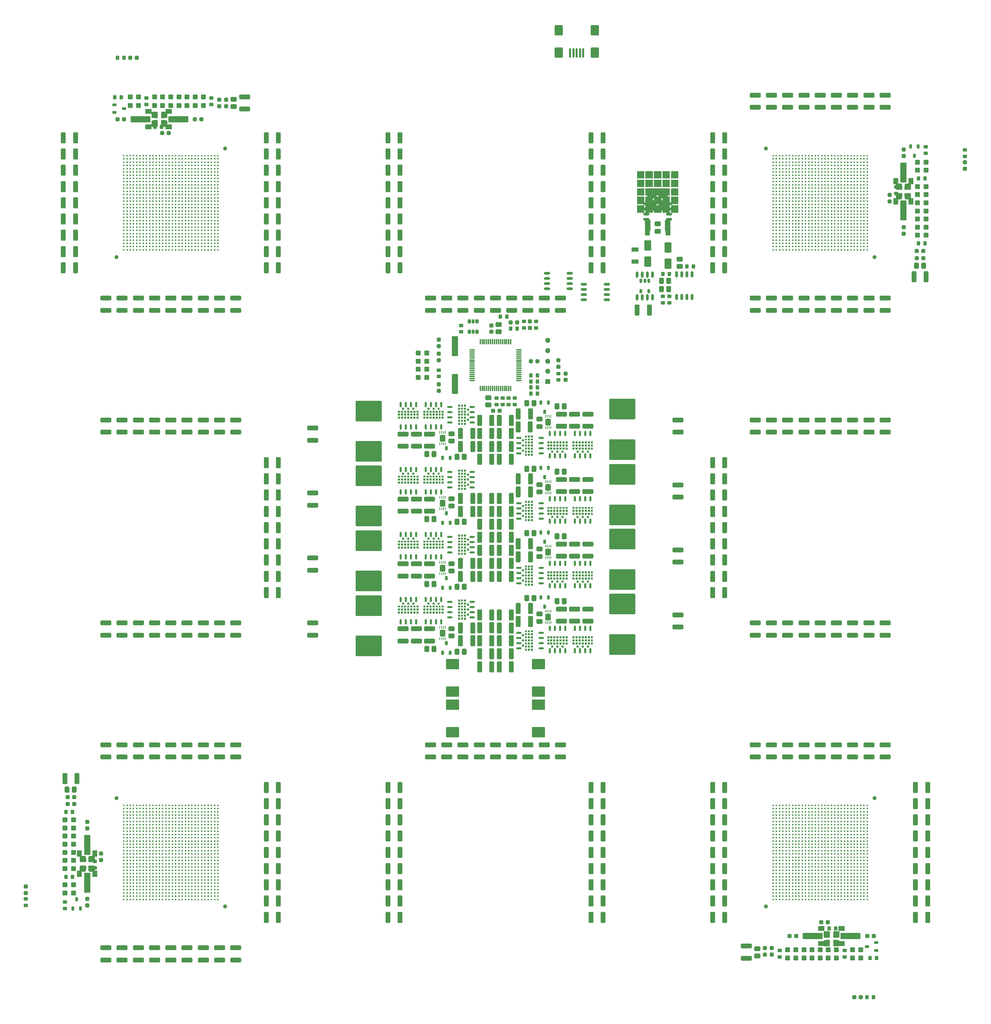
<source format=gtp>
%FSLAX44Y44*%
%MOMM*%
G71*
G01*
G75*
G04 Layer_Color=8421504*
%ADD10O,1.5500X0.6000*%
G04:AMPARAMS|DCode=11|XSize=1.45mm|YSize=1.15mm|CornerRadius=0.2013mm|HoleSize=0mm|Usage=FLASHONLY|Rotation=180.000|XOffset=0mm|YOffset=0mm|HoleType=Round|Shape=RoundedRectangle|*
%AMROUNDEDRECTD11*
21,1,1.4500,0.7475,0,0,180.0*
21,1,1.0475,1.1500,0,0,180.0*
1,1,0.4025,-0.5238,0.3738*
1,1,0.4025,0.5238,0.3738*
1,1,0.4025,0.5238,-0.3738*
1,1,0.4025,-0.5238,-0.3738*
%
%ADD11ROUNDEDRECTD11*%
G04:AMPARAMS|DCode=12|XSize=2.7mm|YSize=1.15mm|CornerRadius=0.2013mm|HoleSize=0mm|Usage=FLASHONLY|Rotation=180.000|XOffset=0mm|YOffset=0mm|HoleType=Round|Shape=RoundedRectangle|*
%AMROUNDEDRECTD12*
21,1,2.7000,0.7475,0,0,180.0*
21,1,2.2975,1.1500,0,0,180.0*
1,1,0.4025,-1.1487,0.3738*
1,1,0.4025,1.1487,0.3738*
1,1,0.4025,1.1487,-0.3738*
1,1,0.4025,-1.1487,-0.3738*
%
%ADD12ROUNDEDRECTD12*%
G04:AMPARAMS|DCode=13|XSize=1mm|YSize=0.95mm|CornerRadius=0.1995mm|HoleSize=0mm|Usage=FLASHONLY|Rotation=180.000|XOffset=0mm|YOffset=0mm|HoleType=Round|Shape=RoundedRectangle|*
%AMROUNDEDRECTD13*
21,1,1.0000,0.5510,0,0,180.0*
21,1,0.6010,0.9500,0,0,180.0*
1,1,0.3990,-0.3005,0.2755*
1,1,0.3990,0.3005,0.2755*
1,1,0.3990,0.3005,-0.2755*
1,1,0.3990,-0.3005,-0.2755*
%
%ADD13ROUNDEDRECTD13*%
G04:AMPARAMS|DCode=14|XSize=1mm|YSize=0.9mm|CornerRadius=0.198mm|HoleSize=0mm|Usage=FLASHONLY|Rotation=90.000|XOffset=0mm|YOffset=0mm|HoleType=Round|Shape=RoundedRectangle|*
%AMROUNDEDRECTD14*
21,1,1.0000,0.5040,0,0,90.0*
21,1,0.6040,0.9000,0,0,90.0*
1,1,0.3960,0.2520,0.3020*
1,1,0.3960,0.2520,-0.3020*
1,1,0.3960,-0.2520,-0.3020*
1,1,0.3960,-0.2520,0.3020*
%
%ADD14ROUNDEDRECTD14*%
G04:AMPARAMS|DCode=15|XSize=4.9mm|YSize=1.6mm|CornerRadius=0.2mm|HoleSize=0mm|Usage=FLASHONLY|Rotation=180.000|XOffset=0mm|YOffset=0mm|HoleType=Round|Shape=RoundedRectangle|*
%AMROUNDEDRECTD15*
21,1,4.9000,1.2000,0,0,180.0*
21,1,4.5000,1.6000,0,0,180.0*
1,1,0.4000,-2.2500,0.6000*
1,1,0.4000,2.2500,0.6000*
1,1,0.4000,2.2500,-0.6000*
1,1,0.4000,-2.2500,-0.6000*
%
%ADD15ROUNDEDRECTD15*%
G04:AMPARAMS|DCode=16|XSize=1.05mm|YSize=0.65mm|CornerRadius=0.2015mm|HoleSize=0mm|Usage=FLASHONLY|Rotation=0.000|XOffset=0mm|YOffset=0mm|HoleType=Round|Shape=RoundedRectangle|*
%AMROUNDEDRECTD16*
21,1,1.0500,0.2470,0,0,0.0*
21,1,0.6470,0.6500,0,0,0.0*
1,1,0.4030,0.3235,-0.1235*
1,1,0.4030,-0.3235,-0.1235*
1,1,0.4030,-0.3235,0.1235*
1,1,0.4030,0.3235,0.1235*
%
%ADD16ROUNDEDRECTD16*%
G04:AMPARAMS|DCode=17|XSize=1mm|YSize=0.95mm|CornerRadius=0.1995mm|HoleSize=0mm|Usage=FLASHONLY|Rotation=270.000|XOffset=0mm|YOffset=0mm|HoleType=Round|Shape=RoundedRectangle|*
%AMROUNDEDRECTD17*
21,1,1.0000,0.5510,0,0,270.0*
21,1,0.6010,0.9500,0,0,270.0*
1,1,0.3990,-0.2755,-0.3005*
1,1,0.3990,-0.2755,0.3005*
1,1,0.3990,0.2755,0.3005*
1,1,0.3990,0.2755,-0.3005*
%
%ADD17ROUNDEDRECTD17*%
G04:AMPARAMS|DCode=18|XSize=1.6mm|YSize=1.25mm|CornerRadius=0.2mm|HoleSize=0mm|Usage=FLASHONLY|Rotation=0.000|XOffset=0mm|YOffset=0mm|HoleType=Round|Shape=RoundedRectangle|*
%AMROUNDEDRECTD18*
21,1,1.6000,0.8500,0,0,0.0*
21,1,1.2000,1.2500,0,0,0.0*
1,1,0.4000,0.6000,-0.4250*
1,1,0.4000,-0.6000,-0.4250*
1,1,0.4000,-0.6000,0.4250*
1,1,0.4000,0.6000,0.4250*
%
%ADD18ROUNDEDRECTD18*%
G04:AMPARAMS|DCode=19|XSize=1.45mm|YSize=1.15mm|CornerRadius=0.2013mm|HoleSize=0mm|Usage=FLASHONLY|Rotation=90.000|XOffset=0mm|YOffset=0mm|HoleType=Round|Shape=RoundedRectangle|*
%AMROUNDEDRECTD19*
21,1,1.4500,0.7475,0,0,90.0*
21,1,1.0475,1.1500,0,0,90.0*
1,1,0.4025,0.3738,0.5238*
1,1,0.4025,0.3738,-0.5238*
1,1,0.4025,-0.3738,-0.5238*
1,1,0.4025,-0.3738,0.5238*
%
%ADD19ROUNDEDRECTD19*%
G04:AMPARAMS|DCode=20|XSize=2.7mm|YSize=1.15mm|CornerRadius=0.2013mm|HoleSize=0mm|Usage=FLASHONLY|Rotation=90.000|XOffset=0mm|YOffset=0mm|HoleType=Round|Shape=RoundedRectangle|*
%AMROUNDEDRECTD20*
21,1,2.7000,0.7475,0,0,90.0*
21,1,2.2975,1.1500,0,0,90.0*
1,1,0.4025,0.3738,1.1487*
1,1,0.4025,0.3738,-1.1487*
1,1,0.4025,-0.3738,-1.1487*
1,1,0.4025,-0.3738,1.1487*
%
%ADD20ROUNDEDRECTD20*%
G04:AMPARAMS|DCode=21|XSize=1mm|YSize=0.9mm|CornerRadius=0.198mm|HoleSize=0mm|Usage=FLASHONLY|Rotation=0.000|XOffset=0mm|YOffset=0mm|HoleType=Round|Shape=RoundedRectangle|*
%AMROUNDEDRECTD21*
21,1,1.0000,0.5040,0,0,0.0*
21,1,0.6040,0.9000,0,0,0.0*
1,1,0.3960,0.3020,-0.2520*
1,1,0.3960,-0.3020,-0.2520*
1,1,0.3960,-0.3020,0.2520*
1,1,0.3960,0.3020,0.2520*
%
%ADD21ROUNDEDRECTD21*%
G04:AMPARAMS|DCode=22|XSize=4.9mm|YSize=1.6mm|CornerRadius=0.2mm|HoleSize=0mm|Usage=FLASHONLY|Rotation=90.000|XOffset=0mm|YOffset=0mm|HoleType=Round|Shape=RoundedRectangle|*
%AMROUNDEDRECTD22*
21,1,4.9000,1.2000,0,0,90.0*
21,1,4.5000,1.6000,0,0,90.0*
1,1,0.4000,0.6000,2.2500*
1,1,0.4000,0.6000,-2.2500*
1,1,0.4000,-0.6000,-2.2500*
1,1,0.4000,-0.6000,2.2500*
%
%ADD22ROUNDEDRECTD22*%
G04:AMPARAMS|DCode=23|XSize=1.05mm|YSize=0.65mm|CornerRadius=0.2015mm|HoleSize=0mm|Usage=FLASHONLY|Rotation=270.000|XOffset=0mm|YOffset=0mm|HoleType=Round|Shape=RoundedRectangle|*
%AMROUNDEDRECTD23*
21,1,1.0500,0.2470,0,0,270.0*
21,1,0.6470,0.6500,0,0,270.0*
1,1,0.4030,-0.1235,-0.3235*
1,1,0.4030,-0.1235,0.3235*
1,1,0.4030,0.1235,0.3235*
1,1,0.4030,0.1235,-0.3235*
%
%ADD23ROUNDEDRECTD23*%
G04:AMPARAMS|DCode=24|XSize=1.6mm|YSize=1.25mm|CornerRadius=0.2mm|HoleSize=0mm|Usage=FLASHONLY|Rotation=270.000|XOffset=0mm|YOffset=0mm|HoleType=Round|Shape=RoundedRectangle|*
%AMROUNDEDRECTD24*
21,1,1.6000,0.8500,0,0,270.0*
21,1,1.2000,1.2500,0,0,270.0*
1,1,0.4000,-0.4250,-0.6000*
1,1,0.4000,-0.4250,0.6000*
1,1,0.4000,0.4250,0.6000*
1,1,0.4000,0.4250,-0.6000*
%
%ADD24ROUNDEDRECTD24*%
G04:AMPARAMS|DCode=25|XSize=1.2mm|YSize=1.2mm|CornerRadius=0.198mm|HoleSize=0mm|Usage=FLASHONLY|Rotation=0.000|XOffset=0mm|YOffset=0mm|HoleType=Round|Shape=RoundedRectangle|*
%AMROUNDEDRECTD25*
21,1,1.2000,0.8040,0,0,0.0*
21,1,0.8040,1.2000,0,0,0.0*
1,1,0.3960,0.4020,-0.4020*
1,1,0.3960,-0.4020,-0.4020*
1,1,0.3960,-0.4020,0.4020*
1,1,0.3960,0.4020,0.4020*
%
%ADD25ROUNDEDRECTD25*%
G04:AMPARAMS|DCode=26|XSize=1.2mm|YSize=1.2mm|CornerRadius=0.198mm|HoleSize=0mm|Usage=FLASHONLY|Rotation=90.000|XOffset=0mm|YOffset=0mm|HoleType=Round|Shape=RoundedRectangle|*
%AMROUNDEDRECTD26*
21,1,1.2000,0.8040,0,0,90.0*
21,1,0.8040,1.2000,0,0,90.0*
1,1,0.3960,0.4020,0.4020*
1,1,0.3960,0.4020,-0.4020*
1,1,0.3960,-0.4020,-0.4020*
1,1,0.3960,-0.4020,0.4020*
%
%ADD26ROUNDEDRECTD26*%
G04:AMPARAMS|DCode=27|XSize=2.3mm|YSize=0.5mm|CornerRadius=0.2mm|HoleSize=0mm|Usage=FLASHONLY|Rotation=270.000|XOffset=0mm|YOffset=0mm|HoleType=Round|Shape=RoundedRectangle|*
%AMROUNDEDRECTD27*
21,1,2.3000,0.1000,0,0,270.0*
21,1,1.9000,0.5000,0,0,270.0*
1,1,0.4000,-0.0500,-0.9500*
1,1,0.4000,-0.0500,0.9500*
1,1,0.4000,0.0500,0.9500*
1,1,0.4000,0.0500,-0.9500*
%
%ADD27ROUNDEDRECTD27*%
G04:AMPARAMS|DCode=28|XSize=2.5mm|YSize=2mm|CornerRadius=0.2mm|HoleSize=0mm|Usage=FLASHONLY|Rotation=270.000|XOffset=0mm|YOffset=0mm|HoleType=Round|Shape=RoundedRectangle|*
%AMROUNDEDRECTD28*
21,1,2.5000,1.6000,0,0,270.0*
21,1,2.1000,2.0000,0,0,270.0*
1,1,0.4000,-0.8000,-1.0500*
1,1,0.4000,-0.8000,1.0500*
1,1,0.4000,0.8000,1.0500*
1,1,0.4000,0.8000,-1.0500*
%
%ADD28ROUNDEDRECTD28*%
%ADD29C,0.6000*%
G04:AMPARAMS|DCode=30|XSize=3.3mm|YSize=2.5mm|CornerRadius=0.2mm|HoleSize=0mm|Usage=FLASHONLY|Rotation=0.000|XOffset=0mm|YOffset=0mm|HoleType=Round|Shape=RoundedRectangle|*
%AMROUNDEDRECTD30*
21,1,3.3000,2.1000,0,0,0.0*
21,1,2.9000,2.5000,0,0,0.0*
1,1,0.4000,1.4500,-1.0500*
1,1,0.4000,-1.4500,-1.0500*
1,1,0.4000,-1.4500,1.0500*
1,1,0.4000,1.4500,1.0500*
%
%ADD30ROUNDEDRECTD30*%
%ADD31O,1.5000X0.3000*%
%ADD32O,0.3000X1.5000*%
%ADD33C,1.0000*%
%ADD34O,0.6000X1.5500*%
G04:AMPARAMS|DCode=35|XSize=6.45mm|YSize=6mm|CornerRadius=0.21mm|HoleSize=0mm|Usage=FLASHONLY|Rotation=90.000|XOffset=0mm|YOffset=0mm|HoleType=Round|Shape=RoundedRectangle|*
%AMROUNDEDRECTD35*
21,1,6.4500,5.5800,0,0,90.0*
21,1,6.0300,6.0000,0,0,90.0*
1,1,0.4200,2.7900,3.0150*
1,1,0.4200,2.7900,-3.0150*
1,1,0.4200,-2.7900,-3.0150*
1,1,0.4200,-2.7900,3.0150*
%
%ADD35ROUNDEDRECTD35*%
G04:AMPARAMS|DCode=36|XSize=2.85mm|YSize=1mm|CornerRadius=0.2mm|HoleSize=0mm|Usage=FLASHONLY|Rotation=90.000|XOffset=0mm|YOffset=0mm|HoleType=Round|Shape=RoundedRectangle|*
%AMROUNDEDRECTD36*
21,1,2.8500,0.6000,0,0,90.0*
21,1,2.4500,1.0000,0,0,90.0*
1,1,0.4000,0.3000,1.2250*
1,1,0.4000,0.3000,-1.2250*
1,1,0.4000,-0.3000,-1.2250*
1,1,0.4000,-0.3000,1.2250*
%
%ADD36ROUNDEDRECTD36*%
G04:AMPARAMS|DCode=37|XSize=11.3mm|YSize=10.75mm|CornerRadius=0.215mm|HoleSize=0mm|Usage=FLASHONLY|Rotation=90.000|XOffset=0mm|YOffset=0mm|HoleType=Round|Shape=RoundedRectangle|*
%AMROUNDEDRECTD37*
21,1,11.3000,10.3200,0,0,90.0*
21,1,10.8700,10.7500,0,0,90.0*
1,1,0.4300,5.1600,5.4350*
1,1,0.4300,5.1600,-5.4350*
1,1,0.4300,-5.1600,-5.4350*
1,1,0.4300,-5.1600,5.4350*
%
%ADD37ROUNDEDRECTD37*%
G04:AMPARAMS|DCode=38|XSize=3.95mm|YSize=1.2mm|CornerRadius=0.198mm|HoleSize=0mm|Usage=FLASHONLY|Rotation=90.000|XOffset=0mm|YOffset=0mm|HoleType=Round|Shape=RoundedRectangle|*
%AMROUNDEDRECTD38*
21,1,3.9500,0.8040,0,0,90.0*
21,1,3.5540,1.2000,0,0,90.0*
1,1,0.3960,0.4020,1.7770*
1,1,0.3960,0.4020,-1.7770*
1,1,0.3960,-0.4020,-1.7770*
1,1,0.3960,-0.4020,1.7770*
%
%ADD38ROUNDEDRECTD38*%
G04:AMPARAMS|DCode=39|XSize=1.1mm|YSize=0.6mm|CornerRadius=0.201mm|HoleSize=0mm|Usage=FLASHONLY|Rotation=270.000|XOffset=0mm|YOffset=0mm|HoleType=Round|Shape=RoundedRectangle|*
%AMROUNDEDRECTD39*
21,1,1.1000,0.1980,0,0,270.0*
21,1,0.6980,0.6000,0,0,270.0*
1,1,0.4020,-0.0990,-0.3490*
1,1,0.4020,-0.0990,0.3490*
1,1,0.4020,0.0990,0.3490*
1,1,0.4020,0.0990,-0.3490*
%
%ADD39ROUNDEDRECTD39*%
G04:AMPARAMS|DCode=40|XSize=1.35mm|YSize=1.65mm|CornerRadius=0.27mm|HoleSize=0mm|Usage=FLASHONLY|Rotation=180.000|XOffset=0mm|YOffset=0mm|HoleType=Round|Shape=RoundedRectangle|*
%AMROUNDEDRECTD40*
21,1,1.3500,1.1100,0,0,180.0*
21,1,0.8100,1.6500,0,0,180.0*
1,1,0.5400,-0.4050,0.5550*
1,1,0.5400,0.4050,0.5550*
1,1,0.5400,0.4050,-0.5550*
1,1,0.5400,-0.4050,-0.5550*
%
%ADD40ROUNDEDRECTD40*%
G04:AMPARAMS|DCode=41|XSize=0.7mm|YSize=0.25mm|CornerRadius=0.0838mm|HoleSize=0mm|Usage=FLASHONLY|Rotation=90.000|XOffset=0mm|YOffset=0mm|HoleType=Round|Shape=RoundedRectangle|*
%AMROUNDEDRECTD41*
21,1,0.7000,0.0825,0,0,90.0*
21,1,0.5325,0.2500,0,0,90.0*
1,1,0.1675,0.0413,0.2662*
1,1,0.1675,0.0413,-0.2662*
1,1,0.1675,-0.0413,-0.2662*
1,1,0.1675,-0.0413,0.2662*
%
%ADD41ROUNDEDRECTD41*%
G04:AMPARAMS|DCode=42|XSize=1.75mm|YSize=1.05mm|CornerRadius=0.1995mm|HoleSize=0mm|Usage=FLASHONLY|Rotation=0.000|XOffset=0mm|YOffset=0mm|HoleType=Round|Shape=RoundedRectangle|*
%AMROUNDEDRECTD42*
21,1,1.7500,0.6510,0,0,0.0*
21,1,1.3510,1.0500,0,0,0.0*
1,1,0.3990,0.6755,-0.3255*
1,1,0.3990,-0.6755,-0.3255*
1,1,0.3990,-0.6755,0.3255*
1,1,0.3990,0.6755,0.3255*
%
%ADD42ROUNDEDRECTD42*%
%ADD43O,0.5000X1.3500*%
%ADD44O,1.3500X0.5000*%
G04:AMPARAMS|DCode=45|XSize=6.5mm|YSize=5mm|CornerRadius=0.25mm|HoleSize=0mm|Usage=FLASHONLY|Rotation=180.000|XOffset=0mm|YOffset=0mm|HoleType=Round|Shape=RoundedRectangle|*
%AMROUNDEDRECTD45*
21,1,6.5000,4.5000,0,0,180.0*
21,1,6.0000,5.0000,0,0,180.0*
1,1,0.5000,-3.0000,2.2500*
1,1,0.5000,3.0000,2.2500*
1,1,0.5000,3.0000,-2.2500*
1,1,0.5000,-3.0000,-2.2500*
%
%ADD45ROUNDEDRECTD45*%
G04:AMPARAMS|DCode=46|XSize=2.5mm|YSize=1.7mm|CornerRadius=0.204mm|HoleSize=0mm|Usage=FLASHONLY|Rotation=270.000|XOffset=0mm|YOffset=0mm|HoleType=Round|Shape=RoundedRectangle|*
%AMROUNDEDRECTD46*
21,1,2.5000,1.2920,0,0,270.0*
21,1,2.0920,1.7000,0,0,270.0*
1,1,0.4080,-0.6460,-1.0460*
1,1,0.4080,-0.6460,1.0460*
1,1,0.4080,0.6460,1.0460*
1,1,0.4080,0.6460,-1.0460*
%
%ADD46ROUNDEDRECTD46*%
G04:AMPARAMS|DCode=47|XSize=1.1mm|YSize=0.8mm|CornerRadius=0.268mm|HoleSize=0mm|Usage=FLASHONLY|Rotation=90.000|XOffset=0mm|YOffset=0mm|HoleType=Round|Shape=RoundedRectangle|*
%AMROUNDEDRECTD47*
21,1,1.1000,0.2640,0,0,90.0*
21,1,0.5640,0.8000,0,0,90.0*
1,1,0.5360,0.1320,0.2820*
1,1,0.5360,0.1320,-0.2820*
1,1,0.5360,-0.1320,-0.2820*
1,1,0.5360,-0.1320,0.2820*
%
%ADD47ROUNDEDRECTD47*%
%ADD48C,1.3000*%
%ADD49R,1.3000X1.3000*%
G04:AMPARAMS|DCode=50|XSize=1.4mm|YSize=1.2mm|CornerRadius=0.198mm|HoleSize=0mm|Usage=FLASHONLY|Rotation=90.000|XOffset=0mm|YOffset=0mm|HoleType=Round|Shape=RoundedRectangle|*
%AMROUNDEDRECTD50*
21,1,1.4000,0.8040,0,0,90.0*
21,1,1.0040,1.2000,0,0,90.0*
1,1,0.3960,0.4020,0.5020*
1,1,0.3960,0.4020,-0.5020*
1,1,0.3960,-0.4020,-0.5020*
1,1,0.3960,-0.4020,0.5020*
%
%ADD50ROUNDEDRECTD50*%
G04:AMPARAMS|DCode=51|XSize=1.1mm|YSize=1mm|CornerRadius=0.165mm|HoleSize=0mm|Usage=FLASHONLY|Rotation=90.000|XOffset=0mm|YOffset=0mm|HoleType=Round|Shape=RoundedRectangle|*
%AMROUNDEDRECTD51*
21,1,1.1000,0.6700,0,0,90.0*
21,1,0.7700,1.0000,0,0,90.0*
1,1,0.3300,0.3350,0.3850*
1,1,0.3300,0.3350,-0.3850*
1,1,0.3300,-0.3350,-0.3850*
1,1,0.3300,-0.3350,0.3850*
%
%ADD51ROUNDEDRECTD51*%
G04:AMPARAMS|DCode=52|XSize=1.6mm|YSize=1.5mm|CornerRadius=0.2475mm|HoleSize=0mm|Usage=FLASHONLY|Rotation=90.000|XOffset=0mm|YOffset=0mm|HoleType=Round|Shape=RoundedRectangle|*
%AMROUNDEDRECTD52*
21,1,1.6000,1.0050,0,0,90.0*
21,1,1.1050,1.5000,0,0,90.0*
1,1,0.4950,0.5025,0.5525*
1,1,0.4950,0.5025,-0.5525*
1,1,0.4950,-0.5025,-0.5525*
1,1,0.4950,-0.5025,0.5525*
%
%ADD52ROUNDEDRECTD52*%
G04:AMPARAMS|DCode=53|XSize=1.4mm|YSize=1.2mm|CornerRadius=0.198mm|HoleSize=0mm|Usage=FLASHONLY|Rotation=180.000|XOffset=0mm|YOffset=0mm|HoleType=Round|Shape=RoundedRectangle|*
%AMROUNDEDRECTD53*
21,1,1.4000,0.8040,0,0,180.0*
21,1,1.0040,1.2000,0,0,180.0*
1,1,0.3960,-0.5020,0.4020*
1,1,0.3960,0.5020,0.4020*
1,1,0.3960,0.5020,-0.4020*
1,1,0.3960,-0.5020,-0.4020*
%
%ADD53ROUNDEDRECTD53*%
G04:AMPARAMS|DCode=54|XSize=1.1mm|YSize=1mm|CornerRadius=0.165mm|HoleSize=0mm|Usage=FLASHONLY|Rotation=180.000|XOffset=0mm|YOffset=0mm|HoleType=Round|Shape=RoundedRectangle|*
%AMROUNDEDRECTD54*
21,1,1.1000,0.6700,0,0,180.0*
21,1,0.7700,1.0000,0,0,180.0*
1,1,0.3300,-0.3850,0.3350*
1,1,0.3300,0.3850,0.3350*
1,1,0.3300,0.3850,-0.3350*
1,1,0.3300,-0.3850,-0.3350*
%
%ADD54ROUNDEDRECTD54*%
G04:AMPARAMS|DCode=55|XSize=1.6mm|YSize=1.5mm|CornerRadius=0.2475mm|HoleSize=0mm|Usage=FLASHONLY|Rotation=180.000|XOffset=0mm|YOffset=0mm|HoleType=Round|Shape=RoundedRectangle|*
%AMROUNDEDRECTD55*
21,1,1.6000,1.0050,0,0,180.0*
21,1,1.1050,1.5000,0,0,180.0*
1,1,0.4950,-0.5525,0.5025*
1,1,0.4950,0.5525,0.5025*
1,1,0.4950,0.5525,-0.5025*
1,1,0.4950,-0.5525,-0.5025*
%
%ADD55ROUNDEDRECTD55*%
%ADD56C,0.4500*%
%ADD57C,0.5000*%
%ADD58C,0.6000*%
%ADD59C,0.2000*%
%ADD60C,0.2500*%
%ADD61C,0.4500*%
%ADD62C,0.3500*%
%ADD63C,0.3000*%
%ADD64C,0.4000*%
%ADD65C,0.2540*%
%ADD66C,6.0000*%
%ADD67C,0.5000*%
%ADD68C,9.0000*%
%ADD69C,2.5000*%
%ADD70C,1.8500*%
%ADD71C,0.1000*%
%ADD72C,0.1500*%
%ADD73C,0.1524*%
%ADD74C,0.1200*%
%ADD75C,0.0000*%
G36*
X1490000Y1137001D02*
X1485000D01*
Y1142001D01*
X1490000D01*
Y1137001D01*
D02*
G37*
G36*
X1382552Y1137001D02*
X1377552D01*
Y1142001D01*
X1382552D01*
Y1137001D01*
D02*
G37*
G36*
X1467500Y1137001D02*
X1462500D01*
Y1142001D01*
X1467500D01*
Y1137001D01*
D02*
G37*
G36*
X1475000D02*
X1470000D01*
Y1142001D01*
X1475000D01*
Y1137001D01*
D02*
G37*
G36*
X1390052Y1137001D02*
X1385052D01*
Y1142001D01*
X1390052D01*
Y1137001D01*
D02*
G37*
G36*
X1445000D02*
X1440000D01*
Y1142001D01*
X1445000D01*
Y1137001D01*
D02*
G37*
G36*
X1452500D02*
X1447500D01*
Y1142001D01*
X1452500D01*
Y1137001D01*
D02*
G37*
G36*
X1397552D02*
X1392552D01*
Y1142001D01*
X1397552D01*
Y1137001D01*
D02*
G37*
G36*
X1420052D02*
X1415052D01*
Y1142001D01*
X1420052D01*
Y1137001D01*
D02*
G37*
G36*
X1320002Y1129501D02*
X1315002D01*
Y1134501D01*
X1320002D01*
Y1129501D01*
D02*
G37*
G36*
X1327502D02*
X1322502D01*
Y1134501D01*
X1327502D01*
Y1129501D01*
D02*
G37*
G36*
X1482500Y1129501D02*
X1477500D01*
Y1134501D01*
X1482500D01*
Y1129501D01*
D02*
G37*
G36*
X1490000D02*
X1485000D01*
Y1134501D01*
X1490000D01*
Y1129501D01*
D02*
G37*
G36*
X1335002Y1129501D02*
X1330002D01*
Y1134501D01*
X1335002D01*
Y1129501D01*
D02*
G37*
G36*
X1412552Y1137001D02*
X1407552D01*
Y1142001D01*
X1412552D01*
Y1137001D01*
D02*
G37*
G36*
X1427552D02*
X1422552D01*
Y1142001D01*
X1427552D01*
Y1137001D01*
D02*
G37*
G36*
X1342502Y1129501D02*
X1337502D01*
Y1134501D01*
X1342502D01*
Y1129501D01*
D02*
G37*
G36*
X1405052Y1137001D02*
X1400052D01*
Y1142001D01*
X1405052D01*
Y1137001D01*
D02*
G37*
G36*
X1460000Y1137001D02*
X1455000D01*
Y1142001D01*
X1460000D01*
Y1137001D01*
D02*
G37*
G36*
X1162497Y1183001D02*
X1157497D01*
Y1188001D01*
X1162497D01*
Y1183001D01*
D02*
G37*
G36*
X1169997D02*
X1164997D01*
Y1188001D01*
X1169997D01*
Y1183001D01*
D02*
G37*
G36*
X1335002Y1152001D02*
X1330002D01*
Y1157001D01*
X1335002D01*
Y1152001D01*
D02*
G37*
G36*
X1342502D02*
X1337502D01*
Y1157001D01*
X1342502D01*
Y1152001D01*
D02*
G37*
G36*
X1177497Y1183001D02*
X1172497D01*
Y1188001D01*
X1177497D01*
Y1183001D01*
D02*
G37*
G36*
X1177497Y1190501D02*
X1172497D01*
Y1195501D01*
X1177497D01*
Y1190501D01*
D02*
G37*
G36*
X1184997Y1193001D02*
X1179997D01*
Y1198001D01*
X1184997D01*
Y1193001D01*
D02*
G37*
G36*
X1162497Y1190501D02*
X1157497D01*
Y1195501D01*
X1162497D01*
Y1190501D01*
D02*
G37*
G36*
X1169997D02*
X1164997D01*
Y1195501D01*
X1169997D01*
Y1190501D01*
D02*
G37*
G36*
X1335002Y1137001D02*
X1330002D01*
Y1142001D01*
X1335002D01*
Y1137001D01*
D02*
G37*
G36*
X1342502D02*
X1337502D01*
Y1142001D01*
X1342502D01*
Y1137001D01*
D02*
G37*
G36*
X1482500Y1137001D02*
X1477500D01*
Y1142001D01*
X1482500D01*
Y1137001D01*
D02*
G37*
G36*
X1327502Y1137001D02*
X1322502D01*
Y1142001D01*
X1327502D01*
Y1137001D01*
D02*
G37*
G36*
X1320002Y1142001D02*
X1315002D01*
Y1147001D01*
X1320002D01*
Y1142001D01*
D02*
G37*
G36*
X1342502Y1144501D02*
X1337502D01*
Y1149501D01*
X1342502D01*
Y1144501D01*
D02*
G37*
G36*
X1327502Y1152001D02*
X1322502D01*
Y1157001D01*
X1327502D01*
Y1152001D01*
D02*
G37*
G36*
Y1144501D02*
X1322502D01*
Y1149501D01*
X1327502D01*
Y1144501D01*
D02*
G37*
G36*
X1335002D02*
X1330002D01*
Y1149501D01*
X1335002D01*
Y1144501D01*
D02*
G37*
G36*
X1397552Y1122001D02*
X1392552D01*
Y1127001D01*
X1397552D01*
Y1122001D01*
D02*
G37*
G36*
X1420052D02*
X1415052D01*
Y1127001D01*
X1420052D01*
Y1122001D01*
D02*
G37*
G36*
X1445000Y1122001D02*
X1440000D01*
Y1127001D01*
X1445000D01*
Y1122001D01*
D02*
G37*
G36*
X1390052Y1122001D02*
X1385052D01*
Y1127001D01*
X1390052D01*
Y1122001D01*
D02*
G37*
G36*
X1452500D02*
X1447500D01*
Y1127001D01*
X1452500D01*
Y1122001D01*
D02*
G37*
G36*
X1405052Y1122001D02*
X1400052D01*
Y1127001D01*
X1405052D01*
Y1122001D01*
D02*
G37*
G36*
X1412552D02*
X1407552D01*
Y1127001D01*
X1412552D01*
Y1122001D01*
D02*
G37*
G36*
X1460000Y1122001D02*
X1455000D01*
Y1127001D01*
X1460000D01*
Y1122001D01*
D02*
G37*
G36*
X1482500D02*
X1477500D01*
Y1127001D01*
X1482500D01*
Y1122001D01*
D02*
G37*
G36*
X1455000Y1114501D02*
X1450000D01*
Y1119501D01*
X1455000D01*
Y1114501D01*
D02*
G37*
G36*
X1467500D02*
X1462500D01*
Y1119501D01*
X1467500D01*
Y1114501D01*
D02*
G37*
G36*
X1392552D02*
X1387552D01*
Y1119501D01*
X1392552D01*
Y1114501D01*
D02*
G37*
G36*
X1405052D02*
X1400052D01*
Y1119501D01*
X1405052D01*
Y1114501D01*
D02*
G37*
G36*
X1327502Y1114501D02*
X1322502D01*
Y1119501D01*
X1327502D01*
Y1114501D01*
D02*
G37*
G36*
X1320002Y1117001D02*
X1315002D01*
Y1122001D01*
X1320002D01*
Y1117001D01*
D02*
G37*
G36*
X1382552Y1122001D02*
X1377552D01*
Y1127001D01*
X1382552D01*
Y1122001D01*
D02*
G37*
G36*
X1335002Y1114501D02*
X1330002D01*
Y1119501D01*
X1335002D01*
Y1114501D01*
D02*
G37*
G36*
X1342502D02*
X1337502D01*
Y1119501D01*
X1342502D01*
Y1114501D01*
D02*
G37*
G36*
X1427552Y1122001D02*
X1422552D01*
Y1127001D01*
X1427552D01*
Y1122001D01*
D02*
G37*
G36*
X1405052Y1129501D02*
X1400052D01*
Y1134501D01*
X1405052D01*
Y1129501D01*
D02*
G37*
G36*
X1412552D02*
X1407552D01*
Y1134501D01*
X1412552D01*
Y1129501D01*
D02*
G37*
G36*
X1452500Y1129501D02*
X1447500D01*
Y1134501D01*
X1452500D01*
Y1129501D01*
D02*
G37*
G36*
X1397552Y1129501D02*
X1392552D01*
Y1134501D01*
X1397552D01*
Y1129501D01*
D02*
G37*
G36*
X1420052D02*
X1415052D01*
Y1134501D01*
X1420052D01*
Y1129501D01*
D02*
G37*
G36*
X1467500D02*
X1462500D01*
Y1134501D01*
X1467500D01*
Y1129501D01*
D02*
G37*
G36*
X1475000D02*
X1470000D01*
Y1134501D01*
X1475000D01*
Y1129501D01*
D02*
G37*
G36*
X1427552D02*
X1422552D01*
Y1134501D01*
X1427552D01*
Y1129501D01*
D02*
G37*
G36*
X1460000D02*
X1455000D01*
Y1134501D01*
X1460000D01*
Y1129501D01*
D02*
G37*
G36*
X1490000Y1122001D02*
X1485000D01*
Y1127001D01*
X1490000D01*
Y1122001D01*
D02*
G37*
G36*
X1327502Y1122001D02*
X1322502D01*
Y1127001D01*
X1327502D01*
Y1122001D01*
D02*
G37*
G36*
X1467500Y1122001D02*
X1462500D01*
Y1127001D01*
X1467500D01*
Y1122001D01*
D02*
G37*
G36*
X1475000D02*
X1470000D01*
Y1127001D01*
X1475000D01*
Y1122001D01*
D02*
G37*
G36*
X1335002Y1122001D02*
X1330002D01*
Y1127001D01*
X1335002D01*
Y1122001D01*
D02*
G37*
G36*
X1390052Y1129501D02*
X1385052D01*
Y1134501D01*
X1390052D01*
Y1129501D01*
D02*
G37*
G36*
X1445000D02*
X1440000D01*
Y1134501D01*
X1445000D01*
Y1129501D01*
D02*
G37*
G36*
X1342502Y1122001D02*
X1337502D01*
Y1127001D01*
X1342502D01*
Y1122001D01*
D02*
G37*
G36*
X1382552Y1129501D02*
X1377552D01*
Y1134501D01*
X1382552D01*
Y1129501D01*
D02*
G37*
G36*
X1107447Y1198000D02*
X1102447D01*
Y1203000D01*
X1107447D01*
Y1198000D01*
D02*
G37*
G36*
X1044999Y1213001D02*
X1039999D01*
Y1218001D01*
X1044999D01*
Y1213001D01*
D02*
G37*
G36*
X1052499Y1213001D02*
X1047499D01*
Y1218001D01*
X1052499D01*
Y1213001D01*
D02*
G37*
G36*
X1029999Y1213001D02*
X1024999D01*
Y1218001D01*
X1029999D01*
Y1213001D01*
D02*
G37*
G36*
X1037499D02*
X1032499D01*
Y1218001D01*
X1037499D01*
Y1213001D01*
D02*
G37*
G36*
X1059999Y1213001D02*
X1054999D01*
Y1218001D01*
X1059999D01*
Y1213001D01*
D02*
G37*
G36*
X1087447Y1220500D02*
X1082447D01*
Y1225500D01*
X1087447D01*
Y1220500D01*
D02*
G37*
G36*
X1112447D02*
X1107447D01*
Y1225500D01*
X1112447D01*
Y1220500D01*
D02*
G37*
G36*
X1184997Y1218001D02*
X1179997D01*
Y1223001D01*
X1184997D01*
Y1218001D01*
D02*
G37*
G36*
X1099947Y1220500D02*
X1094947D01*
Y1225500D01*
X1099947D01*
Y1220500D01*
D02*
G37*
G36*
X1114947Y1213000D02*
X1109947D01*
Y1218000D01*
X1114947D01*
Y1213000D01*
D02*
G37*
G36*
X1122447D02*
X1117447D01*
Y1218000D01*
X1122447D01*
Y1213000D01*
D02*
G37*
G36*
X1099947Y1213000D02*
X1094947D01*
Y1218000D01*
X1099947D01*
Y1213000D01*
D02*
G37*
G36*
X1107447D02*
X1102447D01*
Y1218000D01*
X1107447D01*
Y1213000D01*
D02*
G37*
G36*
X1162497Y1213001D02*
X1157497D01*
Y1218001D01*
X1162497D01*
Y1213001D01*
D02*
G37*
G36*
X1014999Y1213001D02*
X1009999D01*
Y1218001D01*
X1014999D01*
Y1213001D01*
D02*
G37*
G36*
X1022499D02*
X1017499D01*
Y1218001D01*
X1022499D01*
Y1213001D01*
D02*
G37*
G36*
X1169997Y1213001D02*
X1164997D01*
Y1218001D01*
X1169997D01*
Y1213001D01*
D02*
G37*
G36*
X1177497D02*
X1172497D01*
Y1218001D01*
X1177497D01*
Y1213001D01*
D02*
G37*
G36*
X1162497Y1220501D02*
X1157497D01*
Y1225501D01*
X1162497D01*
Y1220501D01*
D02*
G37*
G36*
X1417552Y1273501D02*
X1412552D01*
Y1278501D01*
X1417552D01*
Y1273501D01*
D02*
G37*
G36*
X1480000D02*
X1475000D01*
Y1278501D01*
X1480000D01*
Y1273501D01*
D02*
G37*
G36*
X1335002Y1266001D02*
X1330002D01*
Y1271001D01*
X1335002D01*
Y1266001D01*
D02*
G37*
G36*
X1342502D02*
X1337502D01*
Y1271001D01*
X1342502D01*
Y1266001D01*
D02*
G37*
G36*
X1392552Y1273501D02*
X1387552D01*
Y1278501D01*
X1392552D01*
Y1273501D01*
D02*
G37*
G36*
X1467500D02*
X1462500D01*
Y1278501D01*
X1467500D01*
Y1273501D01*
D02*
G37*
G36*
X1327502Y1273501D02*
X1322502D01*
Y1278501D01*
X1327502D01*
Y1273501D01*
D02*
G37*
G36*
X1405052Y1273501D02*
X1400052D01*
Y1278501D01*
X1405052D01*
Y1273501D01*
D02*
G37*
G36*
X1455000D02*
X1450000D01*
Y1278501D01*
X1455000D01*
Y1273501D01*
D02*
G37*
G36*
X1037499Y1220501D02*
X1032499D01*
Y1225501D01*
X1037499D01*
Y1220501D01*
D02*
G37*
G36*
X1024999Y1220501D02*
X1019999D01*
Y1225501D01*
X1024999D01*
Y1220501D01*
D02*
G37*
G36*
X1169997Y1220501D02*
X1164997D01*
Y1225501D01*
X1169997D01*
Y1220501D01*
D02*
G37*
G36*
X1177497D02*
X1172497D01*
Y1225501D01*
X1177497D01*
Y1220501D01*
D02*
G37*
G36*
X1049999Y1220501D02*
X1044999D01*
Y1225501D01*
X1049999D01*
Y1220501D01*
D02*
G37*
G36*
X1177497Y1228001D02*
X1172497D01*
Y1233001D01*
X1177497D01*
Y1228001D01*
D02*
G37*
G36*
X1327502Y1266001D02*
X1322502D01*
Y1271001D01*
X1327502D01*
Y1266001D01*
D02*
G37*
G36*
X1162497Y1228001D02*
X1157497D01*
Y1233001D01*
X1162497D01*
Y1228001D01*
D02*
G37*
G36*
X1169997D02*
X1164997D01*
Y1233001D01*
X1169997D01*
Y1228001D01*
D02*
G37*
G36*
X1059999Y1198001D02*
X1054999D01*
Y1203001D01*
X1059999D01*
Y1198001D01*
D02*
G37*
G36*
X1014999Y1198001D02*
X1009999D01*
Y1203001D01*
X1014999D01*
Y1198001D01*
D02*
G37*
G36*
X1044999Y1198001D02*
X1039999D01*
Y1203001D01*
X1044999D01*
Y1198001D01*
D02*
G37*
G36*
X1052499D02*
X1047499D01*
Y1203001D01*
X1052499D01*
Y1198001D01*
D02*
G37*
G36*
X1022499Y1198001D02*
X1017499D01*
Y1203001D01*
X1022499D01*
Y1198001D01*
D02*
G37*
G36*
X1107447Y1205500D02*
X1102447D01*
Y1210500D01*
X1107447D01*
Y1205500D01*
D02*
G37*
G36*
X1077447Y1205500D02*
X1072447D01*
Y1210500D01*
X1077447D01*
Y1205500D01*
D02*
G37*
G36*
X1029999Y1198001D02*
X1024999D01*
Y1203001D01*
X1029999D01*
Y1198001D01*
D02*
G37*
G36*
X1037499D02*
X1032499D01*
Y1203001D01*
X1037499D01*
Y1198001D01*
D02*
G37*
G36*
X1077447Y1198000D02*
X1072447D01*
Y1203000D01*
X1077447D01*
Y1198000D01*
D02*
G37*
G36*
X1084947D02*
X1079947D01*
Y1203000D01*
X1084947D01*
Y1198000D01*
D02*
G37*
G36*
X1114947Y1198000D02*
X1109947D01*
Y1203000D01*
X1114947D01*
Y1198000D01*
D02*
G37*
G36*
X1122447D02*
X1117447D01*
Y1203000D01*
X1122447D01*
Y1198000D01*
D02*
G37*
G36*
X1092447Y1198000D02*
X1087447D01*
Y1203000D01*
X1092447D01*
Y1198000D01*
D02*
G37*
G36*
X1169997Y1198001D02*
X1164997D01*
Y1203001D01*
X1169997D01*
Y1198001D01*
D02*
G37*
G36*
X1177497D02*
X1172497D01*
Y1203001D01*
X1177497D01*
Y1198001D01*
D02*
G37*
G36*
X1099947Y1198000D02*
X1094947D01*
Y1203000D01*
X1099947D01*
Y1198000D01*
D02*
G37*
G36*
X1162497Y1198001D02*
X1157497D01*
Y1203001D01*
X1162497D01*
Y1198001D01*
D02*
G37*
G36*
X1084947Y1205500D02*
X1079947D01*
Y1210500D01*
X1084947D01*
Y1205500D01*
D02*
G37*
G36*
X1029999Y1205501D02*
X1024999D01*
Y1210501D01*
X1029999D01*
Y1205501D01*
D02*
G37*
G36*
X1037499D02*
X1032499D01*
Y1210501D01*
X1037499D01*
Y1205501D01*
D02*
G37*
G36*
X1014999D02*
X1009999D01*
Y1210501D01*
X1014999D01*
Y1205501D01*
D02*
G37*
G36*
X1022499D02*
X1017499D01*
Y1210501D01*
X1022499D01*
Y1205501D01*
D02*
G37*
G36*
X1052499D02*
X1047499D01*
Y1210501D01*
X1052499D01*
Y1205501D01*
D02*
G37*
G36*
X1084947Y1213000D02*
X1079947D01*
Y1218000D01*
X1084947D01*
Y1213000D01*
D02*
G37*
G36*
X1092447D02*
X1087447D01*
Y1218000D01*
X1092447D01*
Y1213000D01*
D02*
G37*
G36*
X1059999Y1205501D02*
X1054999D01*
Y1210501D01*
X1059999D01*
Y1205501D01*
D02*
G37*
G36*
X1077447Y1213000D02*
X1072447D01*
Y1218000D01*
X1077447D01*
Y1213000D01*
D02*
G37*
G36*
X1114947Y1205500D02*
X1109947D01*
Y1210500D01*
X1114947D01*
Y1205500D01*
D02*
G37*
G36*
X1122447D02*
X1117447D01*
Y1210500D01*
X1122447D01*
Y1205500D01*
D02*
G37*
G36*
X1092447D02*
X1087447D01*
Y1210500D01*
X1092447D01*
Y1205500D01*
D02*
G37*
G36*
X1099947D02*
X1094947D01*
Y1210500D01*
X1099947D01*
Y1205500D01*
D02*
G37*
G36*
X1177497Y1205501D02*
X1172497D01*
Y1210501D01*
X1177497D01*
Y1205501D01*
D02*
G37*
G36*
X1169997Y1205501D02*
X1164997D01*
Y1210501D01*
X1169997D01*
Y1205501D01*
D02*
G37*
G36*
X1044999Y1205501D02*
X1039999D01*
Y1210501D01*
X1044999D01*
Y1205501D01*
D02*
G37*
G36*
X1184997Y1205501D02*
X1179997D01*
Y1210501D01*
X1184997D01*
Y1205501D01*
D02*
G37*
G36*
X1162497Y1205501D02*
X1157497D01*
Y1210501D01*
X1162497D01*
Y1205501D01*
D02*
G37*
G36*
X1405052Y977001D02*
X1400052D01*
Y982001D01*
X1405052D01*
Y977001D01*
D02*
G37*
G36*
X1412552D02*
X1407552D01*
Y982001D01*
X1412552D01*
Y977001D01*
D02*
G37*
G36*
X1335002Y969501D02*
X1330002D01*
Y974501D01*
X1335002D01*
Y969501D01*
D02*
G37*
G36*
X1342502D02*
X1337502D01*
Y974501D01*
X1342502D01*
Y969501D01*
D02*
G37*
G36*
X1427552Y977001D02*
X1422552D01*
Y982001D01*
X1427552D01*
Y977001D01*
D02*
G37*
G36*
X1490000D02*
X1485000D01*
Y982001D01*
X1490000D01*
Y977001D01*
D02*
G37*
G36*
X1382552Y977001D02*
X1377552D01*
Y982001D01*
X1382552D01*
Y977001D01*
D02*
G37*
G36*
X1467500Y977001D02*
X1462500D01*
Y982001D01*
X1467500D01*
Y977001D01*
D02*
G37*
G36*
X1475000D02*
X1470000D01*
Y982001D01*
X1475000D01*
Y977001D01*
D02*
G37*
G36*
X1460000Y969501D02*
X1455000D01*
Y974501D01*
X1460000D01*
Y969501D01*
D02*
G37*
G36*
X1467500D02*
X1462500D01*
Y974501D01*
X1467500D01*
Y969501D01*
D02*
G37*
G36*
X1420052D02*
X1415052D01*
Y974501D01*
X1420052D01*
Y969501D01*
D02*
G37*
G36*
X1427552D02*
X1422552D01*
Y974501D01*
X1427552D01*
Y969501D01*
D02*
G37*
G36*
X1475000D02*
X1470000D01*
Y974501D01*
X1475000D01*
Y969501D01*
D02*
G37*
G36*
X1320002Y969501D02*
X1315002D01*
Y974501D01*
X1320002D01*
Y969501D01*
D02*
G37*
G36*
X1327502D02*
X1322502D01*
Y974501D01*
X1327502D01*
Y969501D01*
D02*
G37*
G36*
X1482500Y969501D02*
X1477500D01*
Y974501D01*
X1482500D01*
Y969501D01*
D02*
G37*
G36*
X1490000D02*
X1485000D01*
Y974501D01*
X1490000D01*
Y969501D01*
D02*
G37*
G36*
X1390052Y977001D02*
X1385052D01*
Y982001D01*
X1390052D01*
Y977001D01*
D02*
G37*
G36*
X1335002Y984501D02*
X1330002D01*
Y989501D01*
X1335002D01*
Y984501D01*
D02*
G37*
G36*
X1342502D02*
X1337502D01*
Y989501D01*
X1342502D01*
Y984501D01*
D02*
G37*
G36*
X1320002Y982001D02*
X1315002D01*
Y987001D01*
X1320002D01*
Y982001D01*
D02*
G37*
G36*
X1327502Y984501D02*
X1322502D01*
Y989501D01*
X1327502D01*
Y984501D01*
D02*
G37*
G36*
Y992001D02*
X1322502D01*
Y997001D01*
X1327502D01*
Y992001D01*
D02*
G37*
G36*
X1162497Y1023001D02*
X1157497D01*
Y1028001D01*
X1162497D01*
Y1023001D01*
D02*
G37*
G36*
X1169997D02*
X1164997D01*
Y1028001D01*
X1169997D01*
Y1023001D01*
D02*
G37*
G36*
X1335002Y992001D02*
X1330002D01*
Y997001D01*
X1335002D01*
Y992001D01*
D02*
G37*
G36*
X1342502D02*
X1337502D01*
Y997001D01*
X1342502D01*
Y992001D01*
D02*
G37*
G36*
X1445000Y977001D02*
X1440000D01*
Y982001D01*
X1445000D01*
Y977001D01*
D02*
G37*
G36*
X1452500D02*
X1447500D01*
Y982001D01*
X1452500D01*
Y977001D01*
D02*
G37*
G36*
X1397552D02*
X1392552D01*
Y982001D01*
X1397552D01*
Y977001D01*
D02*
G37*
G36*
X1420052D02*
X1415052D01*
Y982001D01*
X1420052D01*
Y977001D01*
D02*
G37*
G36*
X1460000D02*
X1455000D01*
Y982001D01*
X1460000D01*
Y977001D01*
D02*
G37*
G36*
X1335002Y977001D02*
X1330002D01*
Y982001D01*
X1335002D01*
Y977001D01*
D02*
G37*
G36*
X1342502D02*
X1337502D01*
Y982001D01*
X1342502D01*
Y977001D01*
D02*
G37*
G36*
X1482500Y977001D02*
X1477500D01*
Y982001D01*
X1482500D01*
Y977001D01*
D02*
G37*
G36*
X1327502Y977001D02*
X1322502D01*
Y982001D01*
X1327502D01*
Y977001D01*
D02*
G37*
G36*
X1342502Y954501D02*
X1337502D01*
Y959501D01*
X1342502D01*
Y954501D01*
D02*
G37*
G36*
X1320002Y957001D02*
X1315002D01*
Y962001D01*
X1320002D01*
Y957001D01*
D02*
G37*
G36*
X1327502Y954501D02*
X1322502D01*
Y959501D01*
X1327502D01*
Y954501D01*
D02*
G37*
G36*
X1335002D02*
X1330002D01*
Y959501D01*
X1335002D01*
Y954501D01*
D02*
G37*
G36*
X1382552Y962001D02*
X1377552D01*
Y967001D01*
X1382552D01*
Y962001D01*
D02*
G37*
G36*
X1397552Y962001D02*
X1392552D01*
Y967001D01*
X1397552D01*
Y962001D01*
D02*
G37*
G36*
X1420052D02*
X1415052D01*
Y967001D01*
X1420052D01*
Y962001D01*
D02*
G37*
G36*
X1445000Y962001D02*
X1440000D01*
Y967001D01*
X1445000D01*
Y962001D01*
D02*
G37*
G36*
X1390052Y962001D02*
X1385052D01*
Y967001D01*
X1390052D01*
Y962001D01*
D02*
G37*
G36*
X1342502Y947001D02*
X1337502D01*
Y952001D01*
X1342502D01*
Y947001D01*
D02*
G37*
G36*
X1417552Y954501D02*
X1412552D01*
Y959501D01*
X1417552D01*
Y954501D01*
D02*
G37*
G36*
X1327502Y947001D02*
X1322502D01*
Y952001D01*
X1327502D01*
Y947001D01*
D02*
G37*
G36*
X1335002D02*
X1330002D01*
Y952001D01*
X1335002D01*
Y947001D01*
D02*
G37*
G36*
X1480000Y954501D02*
X1475000D01*
Y959501D01*
X1480000D01*
Y954501D01*
D02*
G37*
G36*
X1455000Y954501D02*
X1450000D01*
Y959501D01*
X1455000D01*
Y954501D01*
D02*
G37*
G36*
X1467500D02*
X1462500D01*
Y959501D01*
X1467500D01*
Y954501D01*
D02*
G37*
G36*
X1392552D02*
X1387552D01*
Y959501D01*
X1392552D01*
Y954501D01*
D02*
G37*
G36*
X1405052D02*
X1400052D01*
Y959501D01*
X1405052D01*
Y954501D01*
D02*
G37*
G36*
X1452500Y962001D02*
X1447500D01*
Y967001D01*
X1452500D01*
Y962001D01*
D02*
G37*
G36*
X1382552Y969501D02*
X1377552D01*
Y974501D01*
X1382552D01*
Y969501D01*
D02*
G37*
G36*
X1390052D02*
X1385052D01*
Y974501D01*
X1390052D01*
Y969501D01*
D02*
G37*
G36*
X1335002Y962001D02*
X1330002D01*
Y967001D01*
X1335002D01*
Y962001D01*
D02*
G37*
G36*
X1342502D02*
X1337502D01*
Y967001D01*
X1342502D01*
Y962001D01*
D02*
G37*
G36*
X1445000Y969501D02*
X1440000D01*
Y974501D01*
X1445000D01*
Y969501D01*
D02*
G37*
G36*
X1405052Y969501D02*
X1400052D01*
Y974501D01*
X1405052D01*
Y969501D01*
D02*
G37*
G36*
X1412552D02*
X1407552D01*
Y974501D01*
X1412552D01*
Y969501D01*
D02*
G37*
G36*
X1452500Y969501D02*
X1447500D01*
Y974501D01*
X1452500D01*
Y969501D01*
D02*
G37*
G36*
X1397552Y969501D02*
X1392552D01*
Y974501D01*
X1397552D01*
Y969501D01*
D02*
G37*
G36*
X1405052Y962001D02*
X1400052D01*
Y967001D01*
X1405052D01*
Y962001D01*
D02*
G37*
G36*
X1412552D02*
X1407552D01*
Y967001D01*
X1412552D01*
Y962001D01*
D02*
G37*
G36*
X1460000Y962001D02*
X1455000D01*
Y967001D01*
X1460000D01*
Y962001D01*
D02*
G37*
G36*
X1482500D02*
X1477500D01*
Y967001D01*
X1482500D01*
Y962001D01*
D02*
G37*
G36*
X1427552Y962001D02*
X1422552D01*
Y967001D01*
X1427552D01*
Y962001D01*
D02*
G37*
G36*
X1490000D02*
X1485000D01*
Y967001D01*
X1490000D01*
Y962001D01*
D02*
G37*
G36*
X1327502Y962001D02*
X1322502D01*
Y967001D01*
X1327502D01*
Y962001D01*
D02*
G37*
G36*
X1467500Y962001D02*
X1462500D01*
Y967001D01*
X1467500D01*
Y962001D01*
D02*
G37*
G36*
X1475000D02*
X1470000D01*
Y967001D01*
X1475000D01*
Y962001D01*
D02*
G37*
G36*
X1177497Y1023001D02*
X1172497D01*
Y1028001D01*
X1177497D01*
Y1023001D01*
D02*
G37*
G36*
X1177497Y1053001D02*
X1172497D01*
Y1058001D01*
X1177497D01*
Y1053001D01*
D02*
G37*
G36*
X1077447Y1053001D02*
X1072447D01*
Y1058001D01*
X1077447D01*
Y1053001D01*
D02*
G37*
G36*
X1162497Y1053001D02*
X1157497D01*
Y1058001D01*
X1162497D01*
Y1053001D01*
D02*
G37*
G36*
X1169997D02*
X1164997D01*
Y1058001D01*
X1169997D01*
Y1053001D01*
D02*
G37*
G36*
X1084947Y1053001D02*
X1079947D01*
Y1058001D01*
X1084947D01*
Y1053001D01*
D02*
G37*
G36*
X1107447D02*
X1102447D01*
Y1058001D01*
X1107447D01*
Y1053001D01*
D02*
G37*
G36*
X1114947Y1053001D02*
X1109947D01*
Y1058001D01*
X1114947D01*
Y1053001D01*
D02*
G37*
G36*
X1092447Y1053001D02*
X1087447D01*
Y1058001D01*
X1092447D01*
Y1053001D01*
D02*
G37*
G36*
X1099947D02*
X1094947D01*
Y1058001D01*
X1099947D01*
Y1053001D01*
D02*
G37*
G36*
X1015000Y1053000D02*
X1010000D01*
Y1058000D01*
X1015000D01*
Y1053000D01*
D02*
G37*
G36*
X1022500D02*
X1017500D01*
Y1058000D01*
X1022500D01*
Y1053000D01*
D02*
G37*
G36*
X1114947Y1045501D02*
X1109947D01*
Y1050501D01*
X1114947D01*
Y1045501D01*
D02*
G37*
G36*
X1122447D02*
X1117447D01*
Y1050501D01*
X1122447D01*
Y1045501D01*
D02*
G37*
G36*
X1030000Y1053000D02*
X1025000D01*
Y1058000D01*
X1030000D01*
Y1053000D01*
D02*
G37*
G36*
X1052500Y1053000D02*
X1047500D01*
Y1058000D01*
X1052500D01*
Y1053000D01*
D02*
G37*
G36*
X1060000D02*
X1055000D01*
Y1058000D01*
X1060000D01*
Y1053000D01*
D02*
G37*
G36*
X1037500Y1053000D02*
X1032500D01*
Y1058000D01*
X1037500D01*
Y1053000D01*
D02*
G37*
G36*
X1045000D02*
X1040000D01*
Y1058000D01*
X1045000D01*
Y1053000D01*
D02*
G37*
G36*
X1122447Y1053001D02*
X1117447D01*
Y1058001D01*
X1122447D01*
Y1053001D01*
D02*
G37*
G36*
X1169997Y1068001D02*
X1164997D01*
Y1073001D01*
X1169997D01*
Y1068001D01*
D02*
G37*
G36*
X1177497D02*
X1172497D01*
Y1073001D01*
X1177497D01*
Y1068001D01*
D02*
G37*
G36*
X1112447Y1060501D02*
X1107447D01*
Y1065501D01*
X1112447D01*
Y1060501D01*
D02*
G37*
G36*
X1162497Y1068001D02*
X1157497D01*
Y1073001D01*
X1162497D01*
Y1068001D01*
D02*
G37*
G36*
X1327502Y1107001D02*
X1322502D01*
Y1112001D01*
X1327502D01*
Y1107001D01*
D02*
G37*
G36*
X1417552Y1114501D02*
X1412552D01*
Y1119501D01*
X1417552D01*
Y1114501D01*
D02*
G37*
G36*
X1480000D02*
X1475000D01*
Y1119501D01*
X1480000D01*
Y1114501D01*
D02*
G37*
G36*
X1335002Y1107001D02*
X1330002D01*
Y1112001D01*
X1335002D01*
Y1107001D01*
D02*
G37*
G36*
X1342502D02*
X1337502D01*
Y1112001D01*
X1342502D01*
Y1107001D01*
D02*
G37*
G36*
X1025000Y1060500D02*
X1020000D01*
Y1065500D01*
X1025000D01*
Y1060500D01*
D02*
G37*
G36*
X1050000D02*
X1045000D01*
Y1065500D01*
X1050000D01*
Y1060500D01*
D02*
G37*
G36*
X1184997Y1058001D02*
X1179997D01*
Y1063001D01*
X1184997D01*
Y1058001D01*
D02*
G37*
G36*
X1037500Y1060500D02*
X1032500D01*
Y1065500D01*
X1037500D01*
Y1060500D01*
D02*
G37*
G36*
X1162497Y1060501D02*
X1157497D01*
Y1065501D01*
X1162497D01*
Y1060501D01*
D02*
G37*
G36*
X1099947Y1060501D02*
X1094947D01*
Y1065501D01*
X1099947D01*
Y1060501D01*
D02*
G37*
G36*
X1087447Y1060501D02*
X1082447D01*
Y1065501D01*
X1087447D01*
Y1060501D01*
D02*
G37*
G36*
X1169997Y1060501D02*
X1164997D01*
Y1065501D01*
X1169997D01*
Y1060501D01*
D02*
G37*
G36*
X1177497D02*
X1172497D01*
Y1065501D01*
X1177497D01*
Y1060501D01*
D02*
G37*
G36*
X1162497Y1038001D02*
X1157497D01*
Y1043001D01*
X1162497D01*
Y1038001D01*
D02*
G37*
G36*
X1169997Y1038001D02*
X1164997D01*
Y1043001D01*
X1169997D01*
Y1038001D01*
D02*
G37*
G36*
X1030000Y1038000D02*
X1025000D01*
Y1043000D01*
X1030000D01*
Y1038000D01*
D02*
G37*
G36*
X1037500D02*
X1032500D01*
Y1043000D01*
X1037500D01*
Y1038000D01*
D02*
G37*
G36*
X1177497Y1038001D02*
X1172497D01*
Y1043001D01*
X1177497D01*
Y1038001D01*
D02*
G37*
G36*
X1122447Y1038001D02*
X1117447D01*
Y1043001D01*
X1122447D01*
Y1038001D01*
D02*
G37*
G36*
X1077447Y1038001D02*
X1072447D01*
Y1043001D01*
X1077447D01*
Y1038001D01*
D02*
G37*
G36*
X1107447Y1038001D02*
X1102447D01*
Y1043001D01*
X1107447D01*
Y1038001D01*
D02*
G37*
G36*
X1114947D02*
X1109947D01*
Y1043001D01*
X1114947D01*
Y1038001D01*
D02*
G37*
G36*
X1177497Y1030501D02*
X1172497D01*
Y1035501D01*
X1177497D01*
Y1030501D01*
D02*
G37*
G36*
X1184997Y1033001D02*
X1179997D01*
Y1038001D01*
X1184997D01*
Y1033001D01*
D02*
G37*
G36*
X1162497Y1030501D02*
X1157497D01*
Y1035501D01*
X1162497D01*
Y1030501D01*
D02*
G37*
G36*
X1169997D02*
X1164997D01*
Y1035501D01*
X1169997D01*
Y1030501D01*
D02*
G37*
G36*
X1045000Y1038000D02*
X1040000D01*
Y1043000D01*
X1045000D01*
Y1038000D01*
D02*
G37*
G36*
X1015000Y1038000D02*
X1010000D01*
Y1043000D01*
X1015000D01*
Y1038000D01*
D02*
G37*
G36*
X1022500D02*
X1017500D01*
Y1043000D01*
X1022500D01*
Y1038000D01*
D02*
G37*
G36*
X1052500Y1038000D02*
X1047500D01*
Y1043000D01*
X1052500D01*
Y1038000D01*
D02*
G37*
G36*
X1060000D02*
X1055000D01*
Y1043000D01*
X1060000D01*
Y1038000D01*
D02*
G37*
G36*
X1084947Y1038001D02*
X1079947D01*
Y1043001D01*
X1084947D01*
Y1038001D01*
D02*
G37*
G36*
X1162497Y1045501D02*
X1157497D01*
Y1050501D01*
X1162497D01*
Y1045501D01*
D02*
G37*
G36*
X1169997D02*
X1164997D01*
Y1050501D01*
X1169997D01*
Y1045501D01*
D02*
G37*
G36*
X1177497Y1045501D02*
X1172497D01*
Y1050501D01*
X1177497D01*
Y1045501D01*
D02*
G37*
G36*
X1184997D02*
X1179997D01*
Y1050501D01*
X1184997D01*
Y1045501D01*
D02*
G37*
G36*
X1107447Y1045501D02*
X1102447D01*
Y1050501D01*
X1107447D01*
Y1045501D01*
D02*
G37*
G36*
X1092447Y1045501D02*
X1087447D01*
Y1050501D01*
X1092447D01*
Y1045501D01*
D02*
G37*
G36*
X1099947D02*
X1094947D01*
Y1050501D01*
X1099947D01*
Y1045501D01*
D02*
G37*
G36*
X1077447D02*
X1072447D01*
Y1050501D01*
X1077447D01*
Y1045501D01*
D02*
G37*
G36*
X1084947D02*
X1079947D01*
Y1050501D01*
X1084947D01*
Y1045501D01*
D02*
G37*
G36*
X1045000Y1045500D02*
X1040000D01*
Y1050500D01*
X1045000D01*
Y1045500D01*
D02*
G37*
G36*
X1015000Y1045500D02*
X1010000D01*
Y1050500D01*
X1015000D01*
Y1045500D01*
D02*
G37*
G36*
X1092447Y1038001D02*
X1087447D01*
Y1043001D01*
X1092447D01*
Y1038001D01*
D02*
G37*
G36*
X1099947D02*
X1094947D01*
Y1043001D01*
X1099947D01*
Y1038001D01*
D02*
G37*
G36*
X1022500Y1045500D02*
X1017500D01*
Y1050500D01*
X1022500D01*
Y1045500D01*
D02*
G37*
G36*
X1052500D02*
X1047500D01*
Y1050500D01*
X1052500D01*
Y1045500D01*
D02*
G37*
G36*
X1060000D02*
X1055000D01*
Y1050500D01*
X1060000D01*
Y1045500D01*
D02*
G37*
G36*
X1030000D02*
X1025000D01*
Y1050500D01*
X1030000D01*
Y1045500D01*
D02*
G37*
G36*
X1037500D02*
X1032500D01*
Y1050500D01*
X1037500D01*
Y1045500D01*
D02*
G37*
G36*
X1335002Y1273501D02*
X1330002D01*
Y1278501D01*
X1335002D01*
Y1273501D01*
D02*
G37*
G36*
X1327505Y1457002D02*
X1322505D01*
Y1462002D01*
X1327505D01*
Y1457002D01*
D02*
G37*
G36*
X1335005D02*
X1330005D01*
Y1462002D01*
X1335005D01*
Y1457002D01*
D02*
G37*
G36*
X1460000Y1457000D02*
X1455000D01*
Y1462000D01*
X1460000D01*
Y1457000D01*
D02*
G37*
G36*
X1482500D02*
X1477500D01*
Y1462000D01*
X1482500D01*
Y1457000D01*
D02*
G37*
G36*
X1342505Y1457002D02*
X1337505D01*
Y1462002D01*
X1342505D01*
Y1457002D01*
D02*
G37*
G36*
X1335005Y1464502D02*
X1330005D01*
Y1469502D01*
X1335005D01*
Y1464502D01*
D02*
G37*
G36*
X1342505D02*
X1337505D01*
Y1469502D01*
X1342505D01*
Y1464502D01*
D02*
G37*
G36*
X1320005Y1462002D02*
X1315005D01*
Y1467002D01*
X1320005D01*
Y1462002D01*
D02*
G37*
G36*
X1327505Y1464502D02*
X1322505D01*
Y1469502D01*
X1327505D01*
Y1464502D01*
D02*
G37*
G36*
X1490000Y1457000D02*
X1485000D01*
Y1462000D01*
X1490000D01*
Y1457000D01*
D02*
G37*
G36*
X1382550Y1457000D02*
X1377550D01*
Y1462000D01*
X1382550D01*
Y1457000D01*
D02*
G37*
G36*
X1467500Y1457000D02*
X1462500D01*
Y1462000D01*
X1467500D01*
Y1457000D01*
D02*
G37*
G36*
X1475000D02*
X1470000D01*
Y1462000D01*
X1475000D01*
Y1457000D01*
D02*
G37*
G36*
X1390050Y1457000D02*
X1385050D01*
Y1462000D01*
X1390050D01*
Y1457000D01*
D02*
G37*
G36*
X1445000D02*
X1440000D01*
Y1462000D01*
X1445000D01*
Y1457000D01*
D02*
G37*
G36*
X1452500D02*
X1447500D01*
Y1462000D01*
X1452500D01*
Y1457000D01*
D02*
G37*
G36*
X1397550D02*
X1392550D01*
Y1462000D01*
X1397550D01*
Y1457000D01*
D02*
G37*
G36*
X1420050D02*
X1415050D01*
Y1462000D01*
X1420050D01*
Y1457000D01*
D02*
G37*
G36*
X1169997Y1518001D02*
X1164997D01*
Y1523001D01*
X1169997D01*
Y1518001D01*
D02*
G37*
G36*
X1177497D02*
X1172497D01*
Y1523001D01*
X1177497D01*
Y1518001D01*
D02*
G37*
G36*
X1184997Y1513001D02*
X1179997D01*
Y1518001D01*
X1184997D01*
Y1513001D01*
D02*
G37*
G36*
X1162497Y1518001D02*
X1157497D01*
Y1523001D01*
X1162497D01*
Y1518001D01*
D02*
G37*
G36*
X1044999Y1518001D02*
X1039999D01*
Y1523001D01*
X1044999D01*
Y1518001D01*
D02*
G37*
G36*
X1107447D02*
X1102447D01*
Y1523001D01*
X1107447D01*
Y1518001D01*
D02*
G37*
G36*
X1114947D02*
X1109947D01*
Y1523001D01*
X1114947D01*
Y1518001D01*
D02*
G37*
G36*
X1052499D02*
X1047499D01*
Y1523001D01*
X1052499D01*
Y1518001D01*
D02*
G37*
G36*
X1059999D02*
X1054999D01*
Y1523001D01*
X1059999D01*
Y1518001D01*
D02*
G37*
G36*
X1342505Y1472002D02*
X1337505D01*
Y1477002D01*
X1342505D01*
Y1472002D01*
D02*
G37*
G36*
X1162497Y1503001D02*
X1157497D01*
Y1508001D01*
X1162497D01*
Y1503001D01*
D02*
G37*
G36*
X1327505Y1472002D02*
X1322505D01*
Y1477002D01*
X1327505D01*
Y1472002D01*
D02*
G37*
G36*
X1335005D02*
X1330005D01*
Y1477002D01*
X1335005D01*
Y1472002D01*
D02*
G37*
G36*
X1169997Y1503001D02*
X1164997D01*
Y1508001D01*
X1169997D01*
Y1503001D01*
D02*
G37*
G36*
Y1510501D02*
X1164997D01*
Y1515501D01*
X1169997D01*
Y1510501D01*
D02*
G37*
G36*
X1177497D02*
X1172497D01*
Y1515501D01*
X1177497D01*
Y1510501D01*
D02*
G37*
G36*
X1177497Y1503001D02*
X1172497D01*
Y1508001D01*
X1177497D01*
Y1503001D01*
D02*
G37*
G36*
X1162497Y1510501D02*
X1157497D01*
Y1515501D01*
X1162497D01*
Y1510501D01*
D02*
G37*
G36*
X1427550Y1457000D02*
X1422550D01*
Y1462000D01*
X1427550D01*
Y1457000D01*
D02*
G37*
G36*
X1475000Y1442000D02*
X1470000D01*
Y1447000D01*
X1475000D01*
Y1442000D01*
D02*
G37*
G36*
X1490000D02*
X1485000D01*
Y1447000D01*
X1490000D01*
Y1442000D01*
D02*
G37*
G36*
X1427550D02*
X1422550D01*
Y1447000D01*
X1427550D01*
Y1442000D01*
D02*
G37*
G36*
X1467500D02*
X1462500D01*
Y1447000D01*
X1467500D01*
Y1442000D01*
D02*
G37*
G36*
X1327505Y1442002D02*
X1322505D01*
Y1447002D01*
X1327505D01*
Y1442002D01*
D02*
G37*
G36*
X1382550Y1449500D02*
X1377550D01*
Y1454500D01*
X1382550D01*
Y1449500D01*
D02*
G37*
G36*
X1390050D02*
X1385050D01*
Y1454500D01*
X1390050D01*
Y1449500D01*
D02*
G37*
G36*
X1335005Y1442002D02*
X1330005D01*
Y1447002D01*
X1335005D01*
Y1442002D01*
D02*
G37*
G36*
X1342505D02*
X1337505D01*
Y1447002D01*
X1342505D01*
Y1442002D01*
D02*
G37*
G36*
X1397550Y1442000D02*
X1392550D01*
Y1447000D01*
X1397550D01*
Y1442000D01*
D02*
G37*
G36*
X1420050D02*
X1415050D01*
Y1447000D01*
X1420050D01*
Y1442000D01*
D02*
G37*
G36*
X1445000Y1442000D02*
X1440000D01*
Y1447000D01*
X1445000D01*
Y1442000D01*
D02*
G37*
G36*
X1390050Y1442000D02*
X1385050D01*
Y1447000D01*
X1390050D01*
Y1442000D01*
D02*
G37*
G36*
X1452500D02*
X1447500D01*
Y1447000D01*
X1452500D01*
Y1442000D01*
D02*
G37*
G36*
X1405050Y1442000D02*
X1400050D01*
Y1447000D01*
X1405050D01*
Y1442000D01*
D02*
G37*
G36*
X1412550D02*
X1407550D01*
Y1447000D01*
X1412550D01*
Y1442000D01*
D02*
G37*
G36*
X1460000Y1442000D02*
X1455000D01*
Y1447000D01*
X1460000D01*
Y1442000D01*
D02*
G37*
G36*
X1482500D02*
X1477500D01*
Y1447000D01*
X1482500D01*
Y1442000D01*
D02*
G37*
G36*
X1490000Y1449500D02*
X1485000D01*
Y1454500D01*
X1490000D01*
Y1449500D01*
D02*
G37*
G36*
X1320005Y1449502D02*
X1315005D01*
Y1454502D01*
X1320005D01*
Y1449502D01*
D02*
G37*
G36*
X1475000Y1449500D02*
X1470000D01*
Y1454500D01*
X1475000D01*
Y1449500D01*
D02*
G37*
G36*
X1482500D02*
X1477500D01*
Y1454500D01*
X1482500D01*
Y1449500D01*
D02*
G37*
G36*
X1327505Y1449502D02*
X1322505D01*
Y1454502D01*
X1327505D01*
Y1449502D01*
D02*
G37*
G36*
X1405050Y1457000D02*
X1400050D01*
Y1462000D01*
X1405050D01*
Y1457000D01*
D02*
G37*
G36*
X1412550D02*
X1407550D01*
Y1462000D01*
X1412550D01*
Y1457000D01*
D02*
G37*
G36*
X1335005Y1449502D02*
X1330005D01*
Y1454502D01*
X1335005D01*
Y1449502D01*
D02*
G37*
G36*
X1342505D02*
X1337505D01*
Y1454502D01*
X1342505D01*
Y1449502D01*
D02*
G37*
G36*
X1397550Y1449500D02*
X1392550D01*
Y1454500D01*
X1397550D01*
Y1449500D01*
D02*
G37*
G36*
X1405050D02*
X1400050D01*
Y1454500D01*
X1405050D01*
Y1449500D01*
D02*
G37*
G36*
X1445000Y1449500D02*
X1440000D01*
Y1454500D01*
X1445000D01*
Y1449500D01*
D02*
G37*
G36*
X1452500D02*
X1447500D01*
Y1454500D01*
X1452500D01*
Y1449500D01*
D02*
G37*
G36*
X1412550Y1449500D02*
X1407550D01*
Y1454500D01*
X1412550D01*
Y1449500D01*
D02*
G37*
G36*
X1460000D02*
X1455000D01*
Y1454500D01*
X1460000D01*
Y1449500D01*
D02*
G37*
G36*
X1467500D02*
X1462500D01*
Y1454500D01*
X1467500D01*
Y1449500D01*
D02*
G37*
G36*
X1420050D02*
X1415050D01*
Y1454500D01*
X1420050D01*
Y1449500D01*
D02*
G37*
G36*
X1427550D02*
X1422550D01*
Y1454500D01*
X1427550D01*
Y1449500D01*
D02*
G37*
G36*
X1122447Y1518001D02*
X1117447D01*
Y1523001D01*
X1122447D01*
Y1518001D01*
D02*
G37*
G36*
X1099947Y1540501D02*
X1094947D01*
Y1545501D01*
X1099947D01*
Y1540501D01*
D02*
G37*
G36*
X1024999Y1540501D02*
X1019999D01*
Y1545501D01*
X1024999D01*
Y1540501D01*
D02*
G37*
G36*
X1177497Y1540501D02*
X1172497D01*
Y1545501D01*
X1177497D01*
Y1540501D01*
D02*
G37*
G36*
X1037499Y1540501D02*
X1032499D01*
Y1545501D01*
X1037499D01*
Y1540501D01*
D02*
G37*
G36*
X1049999Y1540501D02*
X1044999D01*
Y1545501D01*
X1049999D01*
Y1540501D01*
D02*
G37*
G36*
X1162497Y1548001D02*
X1157497D01*
Y1553001D01*
X1162497D01*
Y1548001D01*
D02*
G37*
G36*
X1169997D02*
X1164997D01*
Y1553001D01*
X1169997D01*
Y1548001D01*
D02*
G37*
G36*
X1087447Y1540501D02*
X1082447D01*
Y1545501D01*
X1087447D01*
Y1540501D01*
D02*
G37*
G36*
X1112447D02*
X1107447D01*
Y1545501D01*
X1112447D01*
Y1540501D01*
D02*
G37*
G36*
X1052499Y1533001D02*
X1047499D01*
Y1538001D01*
X1052499D01*
Y1533001D01*
D02*
G37*
G36*
X1059999D02*
X1054999D01*
Y1538001D01*
X1059999D01*
Y1533001D01*
D02*
G37*
G36*
X1099947Y1533001D02*
X1094947D01*
Y1538001D01*
X1099947D01*
Y1533001D01*
D02*
G37*
G36*
X1107447D02*
X1102447D01*
Y1538001D01*
X1107447D01*
Y1533001D01*
D02*
G37*
G36*
X1114947Y1533001D02*
X1109947D01*
Y1538001D01*
X1114947D01*
Y1533001D01*
D02*
G37*
G36*
X1162497Y1540501D02*
X1157497D01*
Y1545501D01*
X1162497D01*
Y1540501D01*
D02*
G37*
G36*
X1169997D02*
X1164997D01*
Y1545501D01*
X1169997D01*
Y1540501D01*
D02*
G37*
G36*
X1122447Y1533001D02*
X1117447D01*
Y1538001D01*
X1122447D01*
Y1533001D01*
D02*
G37*
G36*
X1184997Y1538001D02*
X1179997D01*
Y1543001D01*
X1184997D01*
Y1538001D01*
D02*
G37*
G36*
X1679600Y2088750D02*
X1661600D01*
Y2106750D01*
X1679600D01*
Y2088750D01*
D02*
G37*
G36*
X1700600D02*
X1682600D01*
Y2106750D01*
X1700600D01*
Y2088750D01*
D02*
G37*
G36*
X1637600D02*
X1619600D01*
Y2106750D01*
X1637600D01*
Y2088750D01*
D02*
G37*
G36*
X1658600D02*
X1640600D01*
Y2106750D01*
X1658600D01*
Y2088750D01*
D02*
G37*
G36*
X1616600Y2109750D02*
X1598600D01*
Y2127750D01*
X1616600D01*
Y2109750D01*
D02*
G37*
G36*
X1679600D02*
X1661600D01*
Y2127750D01*
X1679600D01*
Y2109750D01*
D02*
G37*
G36*
X1700600D02*
X1682600D01*
Y2127750D01*
X1700600D01*
Y2109750D01*
D02*
G37*
G36*
X1637600D02*
X1619600D01*
Y2127750D01*
X1637600D01*
Y2109750D01*
D02*
G37*
G36*
X1658600D02*
X1640600D01*
Y2127750D01*
X1658600D01*
Y2109750D01*
D02*
G37*
G36*
X1700600Y2025750D02*
X1682600D01*
Y2043750D01*
X1700600D01*
Y2025750D01*
D02*
G37*
G36*
X1616600Y2046750D02*
X1598600D01*
Y2064750D01*
X1616600D01*
Y2046750D01*
D02*
G37*
G36*
X1177497Y1548001D02*
X1172497D01*
Y1553001D01*
X1177497D01*
Y1548001D01*
D02*
G37*
G36*
X1616600Y2025750D02*
X1598600D01*
Y2043750D01*
X1616600D01*
Y2025750D01*
D02*
G37*
G36*
X1700600Y2046750D02*
X1682600D01*
Y2064750D01*
X1700600D01*
Y2046750D01*
D02*
G37*
G36*
X1674605Y2085750D02*
X1679600D01*
Y2067750D01*
X1674605D01*
Y2064750D01*
X1679600D01*
Y2046750D01*
X1674605D01*
Y2043750D01*
X1679600D01*
Y2025750D01*
X1661600D01*
Y2030751D01*
X1658600D01*
Y2025750D01*
X1640600D01*
Y2030751D01*
X1637600D01*
Y2025750D01*
X1619600D01*
Y2043750D01*
X1624605D01*
Y2046750D01*
X1619600D01*
Y2064750D01*
X1624605D01*
Y2067750D01*
X1619600D01*
Y2085750D01*
X1624605D01*
Y2085751D01*
X1646605D01*
Y2085750D01*
X1652605D01*
Y2085751D01*
X1674605D01*
Y2085750D01*
D02*
G37*
G36*
X1616600Y2088750D02*
X1598600D01*
Y2106750D01*
X1616600D01*
Y2088750D01*
D02*
G37*
G36*
Y2067750D02*
X1598600D01*
Y2085750D01*
X1616600D01*
Y2067750D01*
D02*
G37*
G36*
X1700600D02*
X1682600D01*
Y2085750D01*
X1700600D01*
Y2067750D01*
D02*
G37*
G36*
X1092447Y1533001D02*
X1087447D01*
Y1538001D01*
X1092447D01*
Y1533001D01*
D02*
G37*
G36*
X1169997Y1525501D02*
X1164997D01*
Y1530501D01*
X1169997D01*
Y1525501D01*
D02*
G37*
G36*
X1044999Y1525501D02*
X1039999D01*
Y1530501D01*
X1044999D01*
Y1525501D01*
D02*
G37*
G36*
X1184997Y1525501D02*
X1179997D01*
Y1530501D01*
X1184997D01*
Y1525501D01*
D02*
G37*
G36*
X1162497Y1525501D02*
X1157497D01*
Y1530501D01*
X1162497D01*
Y1525501D01*
D02*
G37*
G36*
X1107447Y1525501D02*
X1102447D01*
Y1530501D01*
X1107447D01*
Y1525501D01*
D02*
G37*
G36*
X1029999Y1525501D02*
X1024999D01*
Y1530501D01*
X1029999D01*
Y1525501D01*
D02*
G37*
G36*
X1037499D02*
X1032499D01*
Y1530501D01*
X1037499D01*
Y1525501D01*
D02*
G37*
G36*
X1014999D02*
X1009999D01*
Y1530501D01*
X1014999D01*
Y1525501D01*
D02*
G37*
G36*
X1022499D02*
X1017499D01*
Y1530501D01*
X1022499D01*
Y1525501D01*
D02*
G37*
G36*
X1029999Y1518001D02*
X1024999D01*
Y1523001D01*
X1029999D01*
Y1518001D01*
D02*
G37*
G36*
X1037499D02*
X1032499D01*
Y1523001D01*
X1037499D01*
Y1518001D01*
D02*
G37*
G36*
X1014999D02*
X1009999D01*
Y1523001D01*
X1014999D01*
Y1518001D01*
D02*
G37*
G36*
X1022499D02*
X1017499D01*
Y1523001D01*
X1022499D01*
Y1518001D01*
D02*
G37*
G36*
X1077447D02*
X1072447D01*
Y1523001D01*
X1077447D01*
Y1518001D01*
D02*
G37*
G36*
X1099947D02*
X1094947D01*
Y1523001D01*
X1099947D01*
Y1518001D01*
D02*
G37*
G36*
X1177497Y1525501D02*
X1172497D01*
Y1530501D01*
X1177497D01*
Y1525501D01*
D02*
G37*
G36*
X1084947Y1518001D02*
X1079947D01*
Y1523001D01*
X1084947D01*
Y1518001D01*
D02*
G37*
G36*
X1092447D02*
X1087447D01*
Y1523001D01*
X1092447D01*
Y1518001D01*
D02*
G37*
G36*
X1014999Y1533001D02*
X1009999D01*
Y1538001D01*
X1014999D01*
Y1533001D01*
D02*
G37*
G36*
X1022499D02*
X1017499D01*
Y1538001D01*
X1022499D01*
Y1533001D01*
D02*
G37*
G36*
X1169997Y1533001D02*
X1164997D01*
Y1538001D01*
X1169997D01*
Y1533001D01*
D02*
G37*
G36*
X1177497D02*
X1172497D01*
Y1538001D01*
X1177497D01*
Y1533001D01*
D02*
G37*
G36*
X1029999Y1533001D02*
X1024999D01*
Y1538001D01*
X1029999D01*
Y1533001D01*
D02*
G37*
G36*
X1077447D02*
X1072447D01*
Y1538001D01*
X1077447D01*
Y1533001D01*
D02*
G37*
G36*
X1084947D02*
X1079947D01*
Y1538001D01*
X1084947D01*
Y1533001D01*
D02*
G37*
G36*
X1037499D02*
X1032499D01*
Y1538001D01*
X1037499D01*
Y1533001D01*
D02*
G37*
G36*
X1044999D02*
X1039999D01*
Y1538001D01*
X1044999D01*
Y1533001D01*
D02*
G37*
G36*
X1077447Y1525501D02*
X1072447D01*
Y1530501D01*
X1077447D01*
Y1525501D01*
D02*
G37*
G36*
X1084947D02*
X1079947D01*
Y1530501D01*
X1084947D01*
Y1525501D01*
D02*
G37*
G36*
X1052499D02*
X1047499D01*
Y1530501D01*
X1052499D01*
Y1525501D01*
D02*
G37*
G36*
X1059999D02*
X1054999D01*
Y1530501D01*
X1059999D01*
Y1525501D01*
D02*
G37*
G36*
X1092447D02*
X1087447D01*
Y1530501D01*
X1092447D01*
Y1525501D01*
D02*
G37*
G36*
X1122447D02*
X1117447D01*
Y1530501D01*
X1122447D01*
Y1525501D01*
D02*
G37*
G36*
X1162497Y1533001D02*
X1157497D01*
Y1538001D01*
X1162497D01*
Y1533001D01*
D02*
G37*
G36*
X1099947Y1525501D02*
X1094947D01*
Y1530501D01*
X1099947D01*
Y1525501D01*
D02*
G37*
G36*
X1114947D02*
X1109947D01*
Y1530501D01*
X1114947D01*
Y1525501D01*
D02*
G37*
G36*
X1452500Y1296001D02*
X1447500D01*
Y1301001D01*
X1452500D01*
Y1296001D01*
D02*
G37*
G36*
X1460000D02*
X1455000D01*
Y1301001D01*
X1460000D01*
Y1296001D01*
D02*
G37*
G36*
X1420052D02*
X1415052D01*
Y1301001D01*
X1420052D01*
Y1296001D01*
D02*
G37*
G36*
X1445000D02*
X1440000D01*
Y1301001D01*
X1445000D01*
Y1296001D01*
D02*
G37*
G36*
X1482500D02*
X1477500D01*
Y1301001D01*
X1482500D01*
Y1296001D01*
D02*
G37*
G36*
X1342502Y1296001D02*
X1337502D01*
Y1301001D01*
X1342502D01*
Y1296001D01*
D02*
G37*
G36*
X1320002Y1301001D02*
X1315002D01*
Y1306001D01*
X1320002D01*
Y1301001D01*
D02*
G37*
G36*
X1327502Y1296001D02*
X1322502D01*
Y1301001D01*
X1327502D01*
Y1296001D01*
D02*
G37*
G36*
X1335002D02*
X1330002D01*
Y1301001D01*
X1335002D01*
Y1296001D01*
D02*
G37*
G36*
X1427552Y1296001D02*
X1422552D01*
Y1301001D01*
X1427552D01*
Y1296001D01*
D02*
G37*
G36*
X1467500D02*
X1462500D01*
Y1301001D01*
X1467500D01*
Y1296001D01*
D02*
G37*
G36*
X1405052D02*
X1400052D01*
Y1301001D01*
X1405052D01*
Y1296001D01*
D02*
G37*
G36*
X1412552D02*
X1407552D01*
Y1301001D01*
X1412552D01*
Y1296001D01*
D02*
G37*
G36*
X1475000D02*
X1470000D01*
Y1301001D01*
X1475000D01*
Y1296001D01*
D02*
G37*
G36*
X1390052Y1296001D02*
X1385052D01*
Y1301001D01*
X1390052D01*
Y1296001D01*
D02*
G37*
G36*
X1397552D02*
X1392552D01*
Y1301001D01*
X1397552D01*
Y1296001D01*
D02*
G37*
G36*
X1490000Y1296001D02*
X1485000D01*
Y1301001D01*
X1490000D01*
Y1296001D01*
D02*
G37*
G36*
X1382552Y1296001D02*
X1377552D01*
Y1301001D01*
X1382552D01*
Y1296001D01*
D02*
G37*
G36*
X1177497Y1350500D02*
X1172497D01*
Y1355500D01*
X1177497D01*
Y1350500D01*
D02*
G37*
G36*
X1184997Y1353000D02*
X1179997D01*
Y1358000D01*
X1184997D01*
Y1353000D01*
D02*
G37*
G36*
X1162497Y1350500D02*
X1157497D01*
Y1355500D01*
X1162497D01*
Y1350500D01*
D02*
G37*
G36*
X1169997D02*
X1164997D01*
Y1355500D01*
X1169997D01*
Y1350500D01*
D02*
G37*
G36*
X1162497Y1358000D02*
X1157497D01*
Y1363000D01*
X1162497D01*
Y1358000D01*
D02*
G37*
G36*
X1044999Y1358001D02*
X1039999D01*
Y1363001D01*
X1044999D01*
Y1358001D01*
D02*
G37*
G36*
X1052499D02*
X1047499D01*
Y1363001D01*
X1052499D01*
Y1358001D01*
D02*
G37*
G36*
X1169997Y1358000D02*
X1164997D01*
Y1363000D01*
X1169997D01*
Y1358000D01*
D02*
G37*
G36*
X1177497D02*
X1172497D01*
Y1363000D01*
X1177497D01*
Y1358000D01*
D02*
G37*
G36*
X1342502Y1303501D02*
X1337502D01*
Y1308501D01*
X1342502D01*
Y1303501D01*
D02*
G37*
G36*
X1327502Y1311001D02*
X1322502D01*
Y1316001D01*
X1327502D01*
Y1311001D01*
D02*
G37*
G36*
Y1303501D02*
X1322502D01*
Y1308501D01*
X1327502D01*
Y1303501D01*
D02*
G37*
G36*
X1335002D02*
X1330002D01*
Y1308501D01*
X1335002D01*
Y1303501D01*
D02*
G37*
G36*
Y1311001D02*
X1330002D01*
Y1316001D01*
X1335002D01*
Y1311001D01*
D02*
G37*
G36*
X1169997Y1343000D02*
X1164997D01*
Y1348000D01*
X1169997D01*
Y1343000D01*
D02*
G37*
G36*
X1177497D02*
X1172497D01*
Y1348000D01*
X1177497D01*
Y1343000D01*
D02*
G37*
G36*
X1342502Y1311001D02*
X1337502D01*
Y1316001D01*
X1342502D01*
Y1311001D01*
D02*
G37*
G36*
X1162497Y1343000D02*
X1157497D01*
Y1348000D01*
X1162497D01*
Y1343000D01*
D02*
G37*
G36*
X1342502Y1288501D02*
X1337502D01*
Y1293501D01*
X1342502D01*
Y1288501D01*
D02*
G37*
G36*
X1412552Y1281001D02*
X1407552D01*
Y1286001D01*
X1412552D01*
Y1281001D01*
D02*
G37*
G36*
X1427552D02*
X1422552D01*
Y1286001D01*
X1427552D01*
Y1281001D01*
D02*
G37*
G36*
X1482500Y1281001D02*
X1477500D01*
Y1286001D01*
X1482500D01*
Y1281001D01*
D02*
G37*
G36*
X1405052Y1281001D02*
X1400052D01*
Y1286001D01*
X1405052D01*
Y1281001D01*
D02*
G37*
G36*
X1467500D02*
X1462500D01*
Y1286001D01*
X1467500D01*
Y1281001D01*
D02*
G37*
G36*
X1327502Y1281001D02*
X1322502D01*
Y1286001D01*
X1327502D01*
Y1281001D01*
D02*
G37*
G36*
X1335002D02*
X1330002D01*
Y1286001D01*
X1335002D01*
Y1281001D01*
D02*
G37*
G36*
X1475000Y1281001D02*
X1470000D01*
Y1286001D01*
X1475000D01*
Y1281001D01*
D02*
G37*
G36*
X1490000D02*
X1485000D01*
Y1286001D01*
X1490000D01*
Y1281001D01*
D02*
G37*
G36*
X1382552Y1281001D02*
X1377552D01*
Y1286001D01*
X1382552D01*
Y1281001D01*
D02*
G37*
G36*
X1445000D02*
X1440000D01*
Y1286001D01*
X1445000D01*
Y1281001D01*
D02*
G37*
G36*
X1342502Y1273501D02*
X1337502D01*
Y1278501D01*
X1342502D01*
Y1273501D01*
D02*
G37*
G36*
X1320002Y1276001D02*
X1315002D01*
Y1281001D01*
X1320002D01*
Y1276001D01*
D02*
G37*
G36*
X1390052Y1281001D02*
X1385052D01*
Y1286001D01*
X1390052D01*
Y1281001D01*
D02*
G37*
G36*
X1452500D02*
X1447500D01*
Y1286001D01*
X1452500D01*
Y1281001D01*
D02*
G37*
G36*
X1460000D02*
X1455000D01*
Y1286001D01*
X1460000D01*
Y1281001D01*
D02*
G37*
G36*
X1397552D02*
X1392552D01*
Y1286001D01*
X1397552D01*
Y1281001D01*
D02*
G37*
G36*
X1420052D02*
X1415052D01*
Y1286001D01*
X1420052D01*
Y1281001D01*
D02*
G37*
G36*
X1467500Y1288501D02*
X1462500D01*
Y1293501D01*
X1467500D01*
Y1288501D01*
D02*
G37*
G36*
X1475000D02*
X1470000D01*
Y1293501D01*
X1475000D01*
Y1288501D01*
D02*
G37*
G36*
X1427552D02*
X1422552D01*
Y1293501D01*
X1427552D01*
Y1288501D01*
D02*
G37*
G36*
X1460000D02*
X1455000D01*
Y1293501D01*
X1460000D01*
Y1288501D01*
D02*
G37*
G36*
X1482500D02*
X1477500D01*
Y1293501D01*
X1482500D01*
Y1288501D01*
D02*
G37*
G36*
X1327502Y1288501D02*
X1322502D01*
Y1293501D01*
X1327502D01*
Y1288501D01*
D02*
G37*
G36*
X1335002D02*
X1330002D01*
Y1293501D01*
X1335002D01*
Y1288501D01*
D02*
G37*
G36*
X1490000Y1288501D02*
X1485000D01*
Y1293501D01*
X1490000D01*
Y1288501D01*
D02*
G37*
G36*
X1320002Y1288501D02*
X1315002D01*
Y1293501D01*
X1320002D01*
Y1288501D01*
D02*
G37*
G36*
X1390052Y1288501D02*
X1385052D01*
Y1293501D01*
X1390052D01*
Y1288501D01*
D02*
G37*
G36*
X1445000D02*
X1440000D01*
Y1293501D01*
X1445000D01*
Y1288501D01*
D02*
G37*
G36*
X1342502Y1281001D02*
X1337502D01*
Y1286001D01*
X1342502D01*
Y1281001D01*
D02*
G37*
G36*
X1382552Y1288501D02*
X1377552D01*
Y1293501D01*
X1382552D01*
Y1288501D01*
D02*
G37*
G36*
X1452500D02*
X1447500D01*
Y1293501D01*
X1452500D01*
Y1288501D01*
D02*
G37*
G36*
X1412552Y1288501D02*
X1407552D01*
Y1293501D01*
X1412552D01*
Y1288501D01*
D02*
G37*
G36*
X1420052D02*
X1415052D01*
Y1293501D01*
X1420052D01*
Y1288501D01*
D02*
G37*
G36*
X1397552D02*
X1392552D01*
Y1293501D01*
X1397552D01*
Y1288501D01*
D02*
G37*
G36*
X1405052D02*
X1400052D01*
Y1293501D01*
X1405052D01*
Y1288501D01*
D02*
G37*
G36*
X1059999Y1358001D02*
X1054999D01*
Y1363001D01*
X1059999D01*
Y1358001D01*
D02*
G37*
G36*
X1169997Y1380500D02*
X1164997D01*
Y1385500D01*
X1169997D01*
Y1380500D01*
D02*
G37*
G36*
X1177497D02*
X1172497D01*
Y1385500D01*
X1177497D01*
Y1380500D01*
D02*
G37*
G36*
X1184997Y1378000D02*
X1179997D01*
Y1383000D01*
X1184997D01*
Y1378000D01*
D02*
G37*
G36*
X1162497Y1380500D02*
X1157497D01*
Y1385500D01*
X1162497D01*
Y1380500D01*
D02*
G37*
G36*
X1037499Y1380501D02*
X1032499D01*
Y1385501D01*
X1037499D01*
Y1380501D01*
D02*
G37*
G36*
X1049999Y1380501D02*
X1044999D01*
Y1385501D01*
X1049999D01*
Y1380501D01*
D02*
G37*
G36*
X1087447D02*
X1082447D01*
Y1385501D01*
X1087447D01*
Y1380501D01*
D02*
G37*
G36*
X1099947Y1380501D02*
X1094947D01*
Y1385501D01*
X1099947D01*
Y1380501D01*
D02*
G37*
G36*
X1024999Y1380501D02*
X1019999D01*
Y1385501D01*
X1024999D01*
Y1380501D01*
D02*
G37*
G36*
X1092447Y1373001D02*
X1087447D01*
Y1378001D01*
X1092447D01*
Y1373001D01*
D02*
G37*
G36*
X1099947D02*
X1094947D01*
Y1378001D01*
X1099947D01*
Y1373001D01*
D02*
G37*
G36*
X1077447D02*
X1072447D01*
Y1378001D01*
X1077447D01*
Y1373001D01*
D02*
G37*
G36*
X1084947D02*
X1079947D01*
Y1378001D01*
X1084947D01*
Y1373001D01*
D02*
G37*
G36*
X1107447D02*
X1102447D01*
Y1378001D01*
X1107447D01*
Y1373001D01*
D02*
G37*
G36*
X1114947Y1373001D02*
X1109947D01*
Y1378001D01*
X1114947D01*
Y1373001D01*
D02*
G37*
G36*
X1122447D02*
X1117447D01*
Y1378001D01*
X1122447D01*
Y1373001D01*
D02*
G37*
G36*
X1052499D02*
X1047499D01*
Y1378001D01*
X1052499D01*
Y1373001D01*
D02*
G37*
G36*
X1059999D02*
X1054999D01*
Y1378001D01*
X1059999D01*
Y1373001D01*
D02*
G37*
G36*
X1455000Y1434500D02*
X1450000D01*
Y1439500D01*
X1455000D01*
Y1434500D01*
D02*
G37*
G36*
X1467500D02*
X1462500D01*
Y1439500D01*
X1467500D01*
Y1434500D01*
D02*
G37*
G36*
X1392550D02*
X1387550D01*
Y1439500D01*
X1392550D01*
Y1434500D01*
D02*
G37*
G36*
X1405050D02*
X1400050D01*
Y1439500D01*
X1405050D01*
Y1434500D01*
D02*
G37*
G36*
X1327505Y1434502D02*
X1322505D01*
Y1439502D01*
X1327505D01*
Y1434502D01*
D02*
G37*
G36*
X1320005Y1437002D02*
X1315005D01*
Y1442002D01*
X1320005D01*
Y1437002D01*
D02*
G37*
G36*
X1382550Y1442000D02*
X1377550D01*
Y1447000D01*
X1382550D01*
Y1442000D01*
D02*
G37*
G36*
X1335005Y1434502D02*
X1330005D01*
Y1439502D01*
X1335005D01*
Y1434502D01*
D02*
G37*
G36*
X1342505D02*
X1337505D01*
Y1439502D01*
X1342505D01*
Y1434502D01*
D02*
G37*
G36*
X1169997Y1388000D02*
X1164997D01*
Y1393000D01*
X1169997D01*
Y1388000D01*
D02*
G37*
G36*
X1177497D02*
X1172497D01*
Y1393000D01*
X1177497D01*
Y1388000D01*
D02*
G37*
G36*
X1112447Y1380501D02*
X1107447D01*
Y1385501D01*
X1112447D01*
Y1380501D01*
D02*
G37*
G36*
X1162497Y1388000D02*
X1157497D01*
Y1393000D01*
X1162497D01*
Y1388000D01*
D02*
G37*
G36*
X1327505Y1427002D02*
X1322505D01*
Y1432002D01*
X1327505D01*
Y1427002D01*
D02*
G37*
G36*
X1417550Y1434500D02*
X1412550D01*
Y1439500D01*
X1417550D01*
Y1434500D01*
D02*
G37*
G36*
X1480000D02*
X1475000D01*
Y1439500D01*
X1480000D01*
Y1434500D01*
D02*
G37*
G36*
X1335005Y1427002D02*
X1330005D01*
Y1432002D01*
X1335005D01*
Y1427002D01*
D02*
G37*
G36*
X1342505D02*
X1337505D01*
Y1432002D01*
X1342505D01*
Y1427002D01*
D02*
G37*
G36*
X1044999Y1373001D02*
X1039999D01*
Y1378001D01*
X1044999D01*
Y1373001D01*
D02*
G37*
G36*
X1177497Y1365500D02*
X1172497D01*
Y1370500D01*
X1177497D01*
Y1365500D01*
D02*
G37*
G36*
X1184997D02*
X1179997D01*
Y1370500D01*
X1184997D01*
Y1365500D01*
D02*
G37*
G36*
X1092447Y1358001D02*
X1087447D01*
Y1363001D01*
X1092447D01*
Y1358001D01*
D02*
G37*
G36*
X1099947D02*
X1094947D01*
Y1363001D01*
X1099947D01*
Y1358001D01*
D02*
G37*
G36*
X1162497Y1365500D02*
X1157497D01*
Y1370500D01*
X1162497D01*
Y1365500D01*
D02*
G37*
G36*
X1107447Y1365501D02*
X1102447D01*
Y1370501D01*
X1107447D01*
Y1365501D01*
D02*
G37*
G36*
X1014999Y1365501D02*
X1009999D01*
Y1370501D01*
X1014999D01*
Y1365501D01*
D02*
G37*
G36*
X1169997Y1365500D02*
X1164997D01*
Y1370500D01*
X1169997D01*
Y1365500D01*
D02*
G37*
G36*
X1044999Y1365501D02*
X1039999D01*
Y1370501D01*
X1044999D01*
Y1365501D01*
D02*
G37*
G36*
X1122447Y1358001D02*
X1117447D01*
Y1363001D01*
X1122447D01*
Y1358001D01*
D02*
G37*
G36*
X1014999Y1358001D02*
X1009999D01*
Y1363001D01*
X1014999D01*
Y1358001D01*
D02*
G37*
G36*
X1107447Y1358001D02*
X1102447D01*
Y1363001D01*
X1107447D01*
Y1358001D01*
D02*
G37*
G36*
X1114947D02*
X1109947D01*
Y1363001D01*
X1114947D01*
Y1358001D01*
D02*
G37*
G36*
X1022499Y1358001D02*
X1017499D01*
Y1363001D01*
X1022499D01*
Y1358001D01*
D02*
G37*
G36*
X1077447D02*
X1072447D01*
Y1363001D01*
X1077447D01*
Y1358001D01*
D02*
G37*
G36*
X1084947D02*
X1079947D01*
Y1363001D01*
X1084947D01*
Y1358001D01*
D02*
G37*
G36*
X1029999D02*
X1024999D01*
Y1363001D01*
X1029999D01*
Y1358001D01*
D02*
G37*
G36*
X1037499D02*
X1032499D01*
Y1363001D01*
X1037499D01*
Y1358001D01*
D02*
G37*
G36*
X1122447Y1365501D02*
X1117447D01*
Y1370501D01*
X1122447D01*
Y1365501D01*
D02*
G37*
G36*
X1162497Y1373000D02*
X1157497D01*
Y1378000D01*
X1162497D01*
Y1373000D01*
D02*
G37*
G36*
X1114947Y1365501D02*
X1109947D01*
Y1370501D01*
X1114947D01*
Y1365501D01*
D02*
G37*
G36*
X1092447D02*
X1087447D01*
Y1370501D01*
X1092447D01*
Y1365501D01*
D02*
G37*
G36*
X1099947D02*
X1094947D01*
Y1370501D01*
X1099947D01*
Y1365501D01*
D02*
G37*
G36*
X1169997Y1373000D02*
X1164997D01*
Y1378000D01*
X1169997D01*
Y1373000D01*
D02*
G37*
G36*
X1029999Y1373001D02*
X1024999D01*
Y1378001D01*
X1029999D01*
Y1373001D01*
D02*
G37*
G36*
X1037499D02*
X1032499D01*
Y1378001D01*
X1037499D01*
Y1373001D01*
D02*
G37*
G36*
X1022499D02*
X1017499D01*
Y1378001D01*
X1022499D01*
Y1373001D01*
D02*
G37*
G36*
X1177497Y1373000D02*
X1172497D01*
Y1378000D01*
X1177497D01*
Y1373000D01*
D02*
G37*
G36*
X1014999Y1373001D02*
X1009999D01*
Y1378001D01*
X1014999D01*
Y1373001D01*
D02*
G37*
G36*
X1052499Y1365501D02*
X1047499D01*
Y1370501D01*
X1052499D01*
Y1365501D01*
D02*
G37*
G36*
X1059999D02*
X1054999D01*
Y1370501D01*
X1059999D01*
Y1365501D01*
D02*
G37*
G36*
X1037499D02*
X1032499D01*
Y1370501D01*
X1037499D01*
Y1365501D01*
D02*
G37*
G36*
X1022499D02*
X1017499D01*
Y1370501D01*
X1022499D01*
Y1365501D01*
D02*
G37*
G36*
X1029999D02*
X1024999D01*
Y1370501D01*
X1029999D01*
Y1365501D01*
D02*
G37*
G36*
X1077447D02*
X1072447D01*
Y1370501D01*
X1077447D01*
Y1365501D01*
D02*
G37*
G36*
X1084947D02*
X1079947D01*
Y1370501D01*
X1084947D01*
Y1365501D01*
D02*
G37*
%LPC*%
G36*
X1652605Y2067750D02*
X1646605D01*
Y2064750D01*
X1652605D01*
Y2067750D01*
D02*
G37*
G36*
X1640600Y2060751D02*
X1637600D01*
Y2055751D01*
X1640600D01*
Y2060751D01*
D02*
G37*
G36*
X1661600D02*
X1658600D01*
Y2055751D01*
X1661600D01*
Y2060751D01*
D02*
G37*
G36*
X1652605Y2046750D02*
X1646605D01*
Y2043750D01*
X1652605D01*
Y2046750D01*
D02*
G37*
%LPD*%
D10*
X1377000Y1837951D02*
D03*
Y1850651D02*
D03*
Y1863351D02*
D03*
Y1876051D02*
D03*
X1433000D02*
D03*
Y1863351D02*
D03*
Y1850651D02*
D03*
Y1837951D02*
D03*
X1468000Y1810950D02*
D03*
Y1823650D02*
D03*
Y1836350D02*
D03*
Y1849050D02*
D03*
X1524000D02*
D03*
Y1836350D02*
D03*
Y1823650D02*
D03*
Y1810950D02*
D03*
X1621605Y2009201D02*
D03*
Y2021901D02*
D03*
Y2034601D02*
D03*
Y2047301D02*
D03*
X1677605D02*
D03*
Y2034601D02*
D03*
Y2021901D02*
D03*
Y2009201D02*
D03*
D11*
X605000Y2305000D02*
D03*
Y2287000D02*
D03*
X1895000Y195000D02*
D03*
Y213000D02*
D03*
X1258000Y1732000D02*
D03*
Y1750000D02*
D03*
X1704000Y1911000D02*
D03*
Y1893000D02*
D03*
X1650000Y1998000D02*
D03*
Y1980000D02*
D03*
X1358001Y1338000D02*
D03*
Y1356000D02*
D03*
Y1179000D02*
D03*
Y1197000D02*
D03*
Y1019000D02*
D03*
Y1037000D02*
D03*
X1232500Y1552000D02*
D03*
Y1570000D02*
D03*
X1358000Y1517000D02*
D03*
Y1499000D02*
D03*
X1141998Y1463002D02*
D03*
Y1481002D02*
D03*
X1142000Y1303000D02*
D03*
Y1321000D02*
D03*
X1141998Y1143002D02*
D03*
Y1161002D02*
D03*
Y983001D02*
D03*
Y1001002D02*
D03*
D12*
X632000Y2281000D02*
D03*
Y2311000D02*
D03*
X1868000Y219000D02*
D03*
Y189000D02*
D03*
X1412500Y1338501D02*
D03*
Y1368501D02*
D03*
Y1179501D02*
D03*
Y1209501D02*
D03*
Y1019501D02*
D03*
Y1049501D02*
D03*
X1477500Y1338501D02*
D03*
Y1368501D02*
D03*
Y1179501D02*
D03*
Y1209501D02*
D03*
Y1019501D02*
D03*
Y1049501D02*
D03*
X1445000Y1338501D02*
D03*
Y1368501D02*
D03*
Y1179501D02*
D03*
Y1209501D02*
D03*
Y1019501D02*
D03*
Y1049501D02*
D03*
X1410000Y685000D02*
D03*
Y715000D02*
D03*
X2050000Y1485000D02*
D03*
Y1515000D02*
D03*
X2090000Y1485000D02*
D03*
Y1515000D02*
D03*
X2170000Y1485000D02*
D03*
Y1515000D02*
D03*
X490000Y1484999D02*
D03*
Y1514999D02*
D03*
X1700000Y1355000D02*
D03*
Y1325000D02*
D03*
X1090000Y685000D02*
D03*
Y715000D02*
D03*
X570000Y1015000D02*
D03*
Y985000D02*
D03*
X1930000Y1485000D02*
D03*
Y1515000D02*
D03*
X1970000Y1485000D02*
D03*
Y1515000D02*
D03*
X2010000Y1485000D02*
D03*
Y1515000D02*
D03*
X2130000Y1485000D02*
D03*
Y1515000D02*
D03*
X530000Y1484999D02*
D03*
Y1514999D02*
D03*
X570000Y1485000D02*
D03*
Y1515000D02*
D03*
X450000Y1484999D02*
D03*
Y1514999D02*
D03*
X410000Y1485000D02*
D03*
Y1515000D02*
D03*
X370000Y1485000D02*
D03*
Y1515000D02*
D03*
X1412500Y1529500D02*
D03*
Y1499500D02*
D03*
X1445000Y1529500D02*
D03*
Y1499500D02*
D03*
X1477500Y1529500D02*
D03*
Y1499500D02*
D03*
X1054999Y1450501D02*
D03*
Y1480501D02*
D03*
X1022499Y1450501D02*
D03*
Y1480501D02*
D03*
X1087499Y1450501D02*
D03*
Y1480501D02*
D03*
X1054999Y1290501D02*
D03*
Y1320501D02*
D03*
X1022499Y1290501D02*
D03*
Y1320501D02*
D03*
X1087500Y1290500D02*
D03*
Y1320500D02*
D03*
X1054999Y1130501D02*
D03*
Y1160501D02*
D03*
X1022499Y1130501D02*
D03*
Y1160501D02*
D03*
X1087499Y1130501D02*
D03*
Y1160501D02*
D03*
X1054999Y970501D02*
D03*
Y1000501D02*
D03*
X1022499Y970501D02*
D03*
Y1000501D02*
D03*
X1087499Y970501D02*
D03*
Y1000501D02*
D03*
X1700000Y1195000D02*
D03*
Y1165000D02*
D03*
X1890000Y1485000D02*
D03*
Y1515000D02*
D03*
X2210000Y1485000D02*
D03*
Y1515000D02*
D03*
X1890000Y1015000D02*
D03*
Y985000D02*
D03*
X2210000Y1015000D02*
D03*
Y985000D02*
D03*
X1130000Y685000D02*
D03*
Y715000D02*
D03*
X1170000Y685000D02*
D03*
Y715000D02*
D03*
X1210000Y685000D02*
D03*
Y715000D02*
D03*
X1250000Y685000D02*
D03*
Y715000D02*
D03*
X1290000Y685000D02*
D03*
Y715000D02*
D03*
X1330000Y685000D02*
D03*
Y715000D02*
D03*
X1370000Y685000D02*
D03*
Y715000D02*
D03*
X530000Y1015000D02*
D03*
Y985000D02*
D03*
X490000Y1015000D02*
D03*
Y985000D02*
D03*
X2170000Y1015000D02*
D03*
Y985000D02*
D03*
X2130000Y1015000D02*
D03*
Y985000D02*
D03*
X2090000Y1015000D02*
D03*
Y985000D02*
D03*
X2050000Y1015000D02*
D03*
Y985000D02*
D03*
X2010000Y1015000D02*
D03*
Y985000D02*
D03*
X1970000Y1015000D02*
D03*
Y985000D02*
D03*
X1930000Y1015000D02*
D03*
Y985000D02*
D03*
X450000Y1015000D02*
D03*
Y985000D02*
D03*
X800000Y1145000D02*
D03*
Y1175000D02*
D03*
X610000Y1015000D02*
D03*
Y985000D02*
D03*
Y1485000D02*
D03*
Y1515000D02*
D03*
X290000Y1015000D02*
D03*
Y985000D02*
D03*
Y1485000D02*
D03*
Y1515000D02*
D03*
X1370000Y1815000D02*
D03*
Y1785000D02*
D03*
X1329998Y1815000D02*
D03*
Y1785000D02*
D03*
X1290000Y1815000D02*
D03*
Y1785000D02*
D03*
X1250000Y1815000D02*
D03*
Y1785000D02*
D03*
X1210000Y1815000D02*
D03*
Y1785000D02*
D03*
X1170000Y1815000D02*
D03*
Y1785000D02*
D03*
X1130000Y1815000D02*
D03*
Y1785000D02*
D03*
X410000Y1015000D02*
D03*
Y985000D02*
D03*
X1090000Y1815000D02*
D03*
Y1785000D02*
D03*
X800000Y1305000D02*
D03*
Y1335000D02*
D03*
X1410000Y1815000D02*
D03*
Y1785000D02*
D03*
X370000Y1015000D02*
D03*
Y985000D02*
D03*
X330002Y1015000D02*
D03*
Y985000D02*
D03*
X330000Y1485000D02*
D03*
Y1515000D02*
D03*
X1930000Y685000D02*
D03*
Y715000D02*
D03*
X1970000Y685000D02*
D03*
Y715000D02*
D03*
X2010000Y685000D02*
D03*
Y715000D02*
D03*
X2130000Y685000D02*
D03*
Y715000D02*
D03*
X2050000Y685000D02*
D03*
Y715000D02*
D03*
X2090000Y685000D02*
D03*
Y715000D02*
D03*
X2170000Y685000D02*
D03*
Y715000D02*
D03*
X1700000Y1035000D02*
D03*
Y1005000D02*
D03*
X2210000Y685000D02*
D03*
Y715000D02*
D03*
X1890000Y685000D02*
D03*
Y715000D02*
D03*
X330000Y685000D02*
D03*
Y715000D02*
D03*
X370000Y685000D02*
D03*
Y715000D02*
D03*
X410000Y685000D02*
D03*
Y715000D02*
D03*
X450000Y685000D02*
D03*
Y715000D02*
D03*
X530000Y685000D02*
D03*
Y715000D02*
D03*
X490000Y685000D02*
D03*
Y715000D02*
D03*
X570000Y685000D02*
D03*
Y715000D02*
D03*
X800000Y985000D02*
D03*
Y1015000D02*
D03*
X610000Y215000D02*
D03*
Y185000D02*
D03*
Y685000D02*
D03*
Y715000D02*
D03*
X290000Y215000D02*
D03*
Y185000D02*
D03*
Y685000D02*
D03*
Y715000D02*
D03*
X570000Y215000D02*
D03*
Y185000D02*
D03*
X490000Y215000D02*
D03*
Y185000D02*
D03*
X450000Y215000D02*
D03*
Y185000D02*
D03*
X410000Y215000D02*
D03*
Y185000D02*
D03*
X370000Y215000D02*
D03*
Y185000D02*
D03*
X570000Y1815000D02*
D03*
Y1785000D02*
D03*
X530000Y1815000D02*
D03*
Y1785000D02*
D03*
X490000Y1815000D02*
D03*
Y1785000D02*
D03*
X450000Y1815000D02*
D03*
Y1785000D02*
D03*
X370000Y1815000D02*
D03*
Y1785000D02*
D03*
X330000Y1815000D02*
D03*
Y1785000D02*
D03*
X410000Y1815000D02*
D03*
Y1785000D02*
D03*
X330000Y215000D02*
D03*
Y185000D02*
D03*
X800000Y1465000D02*
D03*
Y1495000D02*
D03*
X530000Y215000D02*
D03*
Y185000D02*
D03*
X290000Y1815000D02*
D03*
Y1785000D02*
D03*
X610000Y1815000D02*
D03*
Y1785000D02*
D03*
X1890000Y2285000D02*
D03*
Y2315000D02*
D03*
X2170000Y1815000D02*
D03*
Y1785000D02*
D03*
X2130000Y1815000D02*
D03*
Y1785000D02*
D03*
X2090000Y1815000D02*
D03*
Y1785000D02*
D03*
X2050000Y1815000D02*
D03*
Y1785000D02*
D03*
X2010000Y1815000D02*
D03*
Y1785000D02*
D03*
X1970000Y1815000D02*
D03*
Y1785000D02*
D03*
X1930000Y1815000D02*
D03*
Y1785000D02*
D03*
X1700000Y1515000D02*
D03*
Y1485000D02*
D03*
X1970000Y2285000D02*
D03*
Y2315000D02*
D03*
X1890000Y1815000D02*
D03*
Y1785000D02*
D03*
X2210000Y2285000D02*
D03*
Y2315000D02*
D03*
Y1815000D02*
D03*
Y1785000D02*
D03*
X1930000Y2285000D02*
D03*
Y2315000D02*
D03*
X2010000Y2285000D02*
D03*
Y2315000D02*
D03*
X2050000Y2285000D02*
D03*
Y2315000D02*
D03*
X2090000Y2285000D02*
D03*
Y2315000D02*
D03*
X2130000Y2285000D02*
D03*
Y2315000D02*
D03*
X2170000Y2285000D02*
D03*
Y2315000D02*
D03*
D13*
X586013Y2288000D02*
D03*
Y2304000D02*
D03*
X569000Y2287999D02*
D03*
Y2303999D02*
D03*
X2256000Y2165000D02*
D03*
Y2181000D02*
D03*
Y1990000D02*
D03*
Y1974000D02*
D03*
X1931000Y214000D02*
D03*
Y198000D02*
D03*
X1914000Y214000D02*
D03*
Y198000D02*
D03*
X244000Y335000D02*
D03*
Y319000D02*
D03*
Y509000D02*
D03*
Y525000D02*
D03*
X1110000Y1603000D02*
D03*
Y1587000D02*
D03*
Y1697000D02*
D03*
Y1713000D02*
D03*
Y1662000D02*
D03*
Y1678000D02*
D03*
X1240000Y1732000D02*
D03*
Y1748000D02*
D03*
X1405000Y1646000D02*
D03*
Y1662000D02*
D03*
X1422499Y1613501D02*
D03*
Y1629501D02*
D03*
X1335000Y1742000D02*
D03*
Y1758000D02*
D03*
X93000Y366000D02*
D03*
Y350000D02*
D03*
X278000Y431000D02*
D03*
Y447000D02*
D03*
X2407000Y2134000D02*
D03*
Y2150000D02*
D03*
X2221000Y2069000D02*
D03*
Y2053000D02*
D03*
D14*
X427000Y2237000D02*
D03*
X411000D02*
D03*
X328000Y2310000D02*
D03*
X312000D02*
D03*
X2072000Y263000D02*
D03*
X2088000D02*
D03*
X2173000Y190000D02*
D03*
X2189000D02*
D03*
X208000Y390000D02*
D03*
X192000D02*
D03*
X2292000Y2110000D02*
D03*
X2308000D02*
D03*
X208000Y550000D02*
D03*
X192000D02*
D03*
X2292000Y1950000D02*
D03*
X2308000D02*
D03*
X1353000Y1625000D02*
D03*
X1337000D02*
D03*
X1353000Y1610000D02*
D03*
X1337000D02*
D03*
X1353000Y1580000D02*
D03*
X1337000D02*
D03*
X1278000Y1770000D02*
D03*
X1262000D02*
D03*
X1737618Y1893000D02*
D03*
X1721618D02*
D03*
X1662618Y1875000D02*
D03*
X1678618D02*
D03*
X1353000Y1595000D02*
D03*
X1337000D02*
D03*
X1303000Y1740000D02*
D03*
X1287000D02*
D03*
X2165000Y93000D02*
D03*
X2181000D02*
D03*
X335000Y2407000D02*
D03*
X319000D02*
D03*
D15*
X468500Y2256000D02*
D03*
X375500D02*
D03*
X2031500Y244000D02*
D03*
X2124500D02*
D03*
D16*
X334500Y2282000D02*
D03*
X311500Y2272500D02*
D03*
Y2291500D02*
D03*
X2165500Y218000D02*
D03*
X2188500Y227500D02*
D03*
Y208500D02*
D03*
D17*
X335000Y2256000D02*
D03*
X319000D02*
D03*
X509000D02*
D03*
X525000D02*
D03*
X2288000Y1930999D02*
D03*
X2304000D02*
D03*
X2288000Y1914000D02*
D03*
X2304000D02*
D03*
X2166000Y244000D02*
D03*
X2182000D02*
D03*
X1991000D02*
D03*
X1975000D02*
D03*
X212000Y586110D02*
D03*
X196000D02*
D03*
X212000Y569000D02*
D03*
X196000D02*
D03*
X1244000Y1538000D02*
D03*
X1260000D02*
D03*
X1337000Y1660000D02*
D03*
X1353000D02*
D03*
X1303000Y1755000D02*
D03*
X1287000D02*
D03*
X2134000Y93000D02*
D03*
X2150000D02*
D03*
X2069000Y278000D02*
D03*
X2053000D02*
D03*
X366000Y2407000D02*
D03*
X350000D02*
D03*
X429000Y2222000D02*
D03*
X445000D02*
D03*
D18*
Y2237000D02*
D03*
X395000D02*
D03*
Y2275000D02*
D03*
X445000D02*
D03*
X2053000Y263000D02*
D03*
X2103000D02*
D03*
Y225000D02*
D03*
X2053000D02*
D03*
D19*
X2305000Y1895000D02*
D03*
X2287000D02*
D03*
X194000Y605000D02*
D03*
X212000D02*
D03*
X1659118Y1837250D02*
D03*
X1677118D02*
D03*
Y1857500D02*
D03*
X1659118D02*
D03*
X1419501Y1388002D02*
D03*
X1401501D02*
D03*
X1419501Y1229002D02*
D03*
X1401501D02*
D03*
X1419501Y1069002D02*
D03*
X1401501D02*
D03*
X1345001Y1395002D02*
D03*
X1327001D02*
D03*
X1345001Y1236002D02*
D03*
X1327001D02*
D03*
X1345001Y1076002D02*
D03*
X1327001D02*
D03*
X1401500Y1549000D02*
D03*
X1419500D02*
D03*
X1098500Y1431000D02*
D03*
X1080500D02*
D03*
X1098499Y1271000D02*
D03*
X1080498D02*
D03*
X1098500Y1111000D02*
D03*
X1080500D02*
D03*
X1098499Y951000D02*
D03*
X1080498D02*
D03*
X1327000Y1556000D02*
D03*
X1345000D02*
D03*
X1172998Y1424000D02*
D03*
X1154998D02*
D03*
X1172998Y1264000D02*
D03*
X1154998D02*
D03*
X1172998Y1104000D02*
D03*
X1154998D02*
D03*
X1173000Y944000D02*
D03*
X1155000D02*
D03*
D20*
X2281000Y1868000D02*
D03*
X2311000D02*
D03*
X219000Y632000D02*
D03*
X189000D02*
D03*
X1629000Y1786000D02*
D03*
X1599000D02*
D03*
X1336000Y1338000D02*
D03*
X1306000D02*
D03*
X1336000Y1210000D02*
D03*
X1306000D02*
D03*
X1336000Y1019000D02*
D03*
X1306000D02*
D03*
X1336000Y1370000D02*
D03*
X1306000D02*
D03*
X1336000Y1178000D02*
D03*
X1306000D02*
D03*
X1336000Y1051000D02*
D03*
X1306000D02*
D03*
X1015000Y410000D02*
D03*
X985000D02*
D03*
X1015000Y370000D02*
D03*
X985000D02*
D03*
X1015000Y330000D02*
D03*
X985000D02*
D03*
X1015000Y570000D02*
D03*
X985000D02*
D03*
X1485000Y610000D02*
D03*
X1515000D02*
D03*
X1485000Y290000D02*
D03*
X1515000D02*
D03*
X1485000Y530000D02*
D03*
X1515000D02*
D03*
X1485000Y450000D02*
D03*
X1515000D02*
D03*
X1485000Y410000D02*
D03*
X1515000D02*
D03*
X1815000Y1170000D02*
D03*
X1785000D02*
D03*
X1815000Y1250000D02*
D03*
X1785000D02*
D03*
X1815000Y1330000D02*
D03*
X1785000D02*
D03*
X1815000Y1370000D02*
D03*
X1785000D02*
D03*
X1485000Y370000D02*
D03*
X1515000D02*
D03*
X1015000Y450000D02*
D03*
X985000D02*
D03*
X1015000Y490000D02*
D03*
X985000D02*
D03*
X1015000Y530000D02*
D03*
X985000D02*
D03*
X1015000Y610000D02*
D03*
X985000D02*
D03*
X1015000Y290000D02*
D03*
X985000D02*
D03*
X1485000Y490000D02*
D03*
X1515000D02*
D03*
X1485000Y570000D02*
D03*
X1515000D02*
D03*
X1815000Y1130000D02*
D03*
X1785000D02*
D03*
X1815000Y1210000D02*
D03*
X1785000D02*
D03*
X1815000Y1290000D02*
D03*
X1785000D02*
D03*
X1485000Y330000D02*
D03*
X1515000D02*
D03*
X1306000Y1530000D02*
D03*
X1336000D02*
D03*
X1305750Y1498000D02*
D03*
X1335750D02*
D03*
X1194000Y1450000D02*
D03*
X1164000D02*
D03*
X1194000Y1482000D02*
D03*
X1164000D02*
D03*
X1194000Y1290000D02*
D03*
X1164000D02*
D03*
X1194000Y1322000D02*
D03*
X1164000D02*
D03*
X1194000Y1162000D02*
D03*
X1164000D02*
D03*
X1194000Y1130000D02*
D03*
X1164000D02*
D03*
X1194000Y971000D02*
D03*
X1164000D02*
D03*
X1194000Y1003000D02*
D03*
X1164000D02*
D03*
X1815000Y1410000D02*
D03*
X1785000D02*
D03*
X1815000Y1090000D02*
D03*
X1785000D02*
D03*
X685000Y1370000D02*
D03*
X715000D02*
D03*
X685000Y1330000D02*
D03*
X715000D02*
D03*
X685000Y1290000D02*
D03*
X715000D02*
D03*
X685000Y1250000D02*
D03*
X715000D02*
D03*
X685000Y1210000D02*
D03*
X715000D02*
D03*
X685000Y1170000D02*
D03*
X715000D02*
D03*
X685000Y1130000D02*
D03*
X715000D02*
D03*
X685000Y1090000D02*
D03*
X715000D02*
D03*
X685000Y1410000D02*
D03*
X715000D02*
D03*
X1485000Y2130000D02*
D03*
X1515000D02*
D03*
X1485000Y2169998D02*
D03*
X1515000D02*
D03*
X1485000Y2090000D02*
D03*
X1515000D02*
D03*
X1485000Y2050000D02*
D03*
X1515000D02*
D03*
X1485000Y2010000D02*
D03*
X1515000D02*
D03*
X1485000Y1970000D02*
D03*
X1515000D02*
D03*
X1485000Y1930000D02*
D03*
X1515000D02*
D03*
X1015000D02*
D03*
X985000D02*
D03*
X1015000Y1970002D02*
D03*
X985000D02*
D03*
X1015000Y2010000D02*
D03*
X985000D02*
D03*
X1015000Y2050000D02*
D03*
X985000D02*
D03*
X1015000Y2090000D02*
D03*
X985000D02*
D03*
X1015000Y2130000D02*
D03*
X985000D02*
D03*
X1015000Y2170000D02*
D03*
X985000D02*
D03*
X1485000Y2210000D02*
D03*
X1515000D02*
D03*
X1015000Y1890000D02*
D03*
X985000D02*
D03*
X1485000D02*
D03*
X1515000D02*
D03*
X1015000Y2210000D02*
D03*
X985000D02*
D03*
X1815000Y610000D02*
D03*
X1785000D02*
D03*
X2285000D02*
D03*
X2315000D02*
D03*
X2285000Y290000D02*
D03*
X2315000D02*
D03*
X1815000D02*
D03*
X1785000D02*
D03*
X1815000Y330000D02*
D03*
X1785000D02*
D03*
X1815000Y370000D02*
D03*
X1785000D02*
D03*
X1815000Y410000D02*
D03*
X1785000D02*
D03*
X1815000Y450000D02*
D03*
X1785000D02*
D03*
X1815000Y490000D02*
D03*
X1785000D02*
D03*
X1815000Y530000D02*
D03*
X1785000D02*
D03*
X1815000Y570000D02*
D03*
X1785000D02*
D03*
X2285000D02*
D03*
X2315000D02*
D03*
X2285000Y530000D02*
D03*
X2315000D02*
D03*
X2285000Y450000D02*
D03*
X2315000D02*
D03*
X2285000Y490000D02*
D03*
X2315000D02*
D03*
X2285000Y410000D02*
D03*
X2315000D02*
D03*
X2285000Y370000D02*
D03*
X2315000D02*
D03*
X2285000Y330000D02*
D03*
X2315000D02*
D03*
X685000Y570000D02*
D03*
X715000D02*
D03*
X685000Y490000D02*
D03*
X715000D02*
D03*
X685000Y530000D02*
D03*
X715000D02*
D03*
X685000Y450000D02*
D03*
X715000D02*
D03*
X685000Y410000D02*
D03*
X715000D02*
D03*
X685000Y370000D02*
D03*
X715000D02*
D03*
X685000Y610000D02*
D03*
X715000D02*
D03*
X685000Y290000D02*
D03*
X715000D02*
D03*
X685000Y2170000D02*
D03*
X715000D02*
D03*
X685000Y2130000D02*
D03*
X715000D02*
D03*
X685000Y2050000D02*
D03*
X715000D02*
D03*
X685000Y2090000D02*
D03*
X715000D02*
D03*
X685000Y2010000D02*
D03*
X715000D02*
D03*
X685000Y1970000D02*
D03*
X715000D02*
D03*
X685000Y1930000D02*
D03*
X715000D02*
D03*
X215000Y2210000D02*
D03*
X185000D02*
D03*
X685000Y330000D02*
D03*
X715000D02*
D03*
X685000Y2210000D02*
D03*
X715000D02*
D03*
X215000Y1890000D02*
D03*
X185000D02*
D03*
X685000D02*
D03*
X715000D02*
D03*
X215000Y1930000D02*
D03*
X185000D02*
D03*
X215000Y1970000D02*
D03*
X185000D02*
D03*
X1815000Y2010000D02*
D03*
X1785000D02*
D03*
X215000Y2010000D02*
D03*
X185000D02*
D03*
X215000Y2090000D02*
D03*
X185000D02*
D03*
X215000Y2050000D02*
D03*
X185000D02*
D03*
X215000Y2130000D02*
D03*
X185000D02*
D03*
X215000Y2170000D02*
D03*
X185000D02*
D03*
X1815000Y1930000D02*
D03*
X1785000D02*
D03*
X1815000Y1970000D02*
D03*
X1785000D02*
D03*
X1815000Y2050000D02*
D03*
X1785000D02*
D03*
X1815000Y2090000D02*
D03*
X1785000D02*
D03*
X1815000Y2130000D02*
D03*
X1785000D02*
D03*
X1815000Y2170000D02*
D03*
X1785000D02*
D03*
X1815000Y2210000D02*
D03*
X1785000D02*
D03*
X1815000Y1890000D02*
D03*
X1785000D02*
D03*
X1259000Y971000D02*
D03*
X1289000D02*
D03*
Y1003000D02*
D03*
X1259000D02*
D03*
Y1130000D02*
D03*
X1289000D02*
D03*
Y1162000D02*
D03*
X1259000D02*
D03*
Y1290000D02*
D03*
X1289000D02*
D03*
X1259000Y1322000D02*
D03*
X1289000D02*
D03*
Y1482000D02*
D03*
X1259000D02*
D03*
Y1514000D02*
D03*
X1289000D02*
D03*
X1211000Y1482000D02*
D03*
X1241000D02*
D03*
Y1450000D02*
D03*
X1211000D02*
D03*
X1241000Y1322000D02*
D03*
X1211000D02*
D03*
X1241000Y1290000D02*
D03*
X1211000D02*
D03*
Y1162000D02*
D03*
X1241000D02*
D03*
Y1130000D02*
D03*
X1211000D02*
D03*
Y1003255D02*
D03*
X1241000D02*
D03*
Y971000D02*
D03*
X1211000D02*
D03*
X1259000Y1035000D02*
D03*
X1289000D02*
D03*
X1259001Y938991D02*
D03*
X1289001D02*
D03*
X1259000Y1226000D02*
D03*
X1289000D02*
D03*
X1259001Y1193991D02*
D03*
X1289001D02*
D03*
X1240999Y1226009D02*
D03*
X1210999D02*
D03*
X1241000Y1193991D02*
D03*
X1211000D02*
D03*
X1259000Y1450000D02*
D03*
X1289000D02*
D03*
X1259000Y1418000D02*
D03*
X1289000D02*
D03*
X1241000Y1514000D02*
D03*
X1211000D02*
D03*
X1241000Y1418000D02*
D03*
X1211000D02*
D03*
X1289000Y1258000D02*
D03*
X1259000D02*
D03*
X1211000D02*
D03*
X1241000D02*
D03*
X1240999Y1035011D02*
D03*
X1210999D02*
D03*
X1241000Y939000D02*
D03*
X1211000D02*
D03*
X1241000Y907000D02*
D03*
X1211000D02*
D03*
X1259000D02*
D03*
X1289000D02*
D03*
D21*
X2237000Y2073000D02*
D03*
Y2089000D02*
D03*
X2310000Y2172000D02*
D03*
Y2188000D02*
D03*
X263000Y428000D02*
D03*
Y412000D02*
D03*
X189500Y328000D02*
D03*
Y312000D02*
D03*
X2110000Y208000D02*
D03*
Y192000D02*
D03*
X390000Y2292000D02*
D03*
Y2308000D02*
D03*
X1950000Y208000D02*
D03*
Y192000D02*
D03*
X550000Y2292000D02*
D03*
Y2308000D02*
D03*
X1267500Y1569000D02*
D03*
Y1553000D02*
D03*
X1252500Y1569000D02*
D03*
Y1553000D02*
D03*
X1678118Y1803750D02*
D03*
Y1819750D02*
D03*
X1165000Y1748000D02*
D03*
Y1732000D02*
D03*
X1297500Y1553000D02*
D03*
Y1569000D02*
D03*
X1282500Y1553000D02*
D03*
Y1569000D02*
D03*
X1320000Y1742000D02*
D03*
Y1758000D02*
D03*
X1110000Y1622000D02*
D03*
Y1638000D02*
D03*
X1350000Y1758000D02*
D03*
Y1742000D02*
D03*
X1405000Y1613500D02*
D03*
Y1629500D02*
D03*
X1662000Y1819501D02*
D03*
Y1803501D02*
D03*
X93000Y335000D02*
D03*
Y319000D02*
D03*
X2407000Y2164000D02*
D03*
Y2180000D02*
D03*
D22*
X2255000Y2031500D02*
D03*
Y2124500D02*
D03*
X244000Y468500D02*
D03*
Y375500D02*
D03*
X1150000Y1696500D02*
D03*
Y1603500D02*
D03*
D23*
X2282000Y2165500D02*
D03*
X2272500Y2188500D02*
D03*
X2291500D02*
D03*
X218000Y334500D02*
D03*
X227500Y311500D02*
D03*
X208500D02*
D03*
X1380500Y1397001D02*
D03*
X1361500D02*
D03*
X1371000Y1374001D02*
D03*
X1380500Y1238001D02*
D03*
X1361500D02*
D03*
X1371000Y1215001D02*
D03*
X1380500Y1078001D02*
D03*
X1361500D02*
D03*
X1371000Y1055001D02*
D03*
X1371000Y1535000D02*
D03*
X1361500Y1558000D02*
D03*
X1380500D02*
D03*
X1128999Y1445001D02*
D03*
X1138499Y1422001D02*
D03*
X1119499D02*
D03*
X1129000Y1285000D02*
D03*
X1138500Y1262000D02*
D03*
X1119500D02*
D03*
X1128999Y1125001D02*
D03*
X1138499Y1102001D02*
D03*
X1119499D02*
D03*
X1128999Y965001D02*
D03*
X1138499Y942001D02*
D03*
X1119499D02*
D03*
D24*
X2236000Y2053000D02*
D03*
Y2103000D02*
D03*
X2274000D02*
D03*
Y2053000D02*
D03*
X263000Y447000D02*
D03*
Y397000D02*
D03*
X225000D02*
D03*
Y447000D02*
D03*
D25*
X210500Y450000D02*
D03*
X189500D02*
D03*
X210500Y430000D02*
D03*
X189500D02*
D03*
X2289500Y2050000D02*
D03*
X2310500D02*
D03*
X2289500Y2070000D02*
D03*
X2310500D02*
D03*
X210500Y410000D02*
D03*
X189500D02*
D03*
X210500Y510000D02*
D03*
X189500D02*
D03*
X2289500Y2090000D02*
D03*
X2310500D02*
D03*
X2289500Y1990000D02*
D03*
X2310500D02*
D03*
X210500Y370000D02*
D03*
X189500D02*
D03*
X210500Y530000D02*
D03*
X189500D02*
D03*
X210500Y470000D02*
D03*
X189500D02*
D03*
X2289500Y2130000D02*
D03*
X2310500D02*
D03*
X2289500Y1970000D02*
D03*
X2310500D02*
D03*
X2289500Y2030000D02*
D03*
X2310500D02*
D03*
X210500Y490000D02*
D03*
X189500D02*
D03*
X210500Y350000D02*
D03*
X189500D02*
D03*
X2289500Y2010000D02*
D03*
X2310500D02*
D03*
X2289500Y2150000D02*
D03*
X2310500D02*
D03*
X1080500Y1640000D02*
D03*
X1059500D02*
D03*
X1080500Y1620000D02*
D03*
X1059500D02*
D03*
X1080500Y1680000D02*
D03*
X1059500D02*
D03*
Y1660000D02*
D03*
X1080500D02*
D03*
D26*
X2050000Y210500D02*
D03*
Y189500D02*
D03*
X2070000Y210500D02*
D03*
Y189500D02*
D03*
X450000Y2289500D02*
D03*
Y2310500D02*
D03*
X430000Y2289500D02*
D03*
Y2310500D02*
D03*
X2090000Y210500D02*
D03*
Y189500D02*
D03*
X1990000Y210500D02*
D03*
Y189500D02*
D03*
X410000Y2289500D02*
D03*
Y2310500D02*
D03*
X510000Y2289500D02*
D03*
Y2310500D02*
D03*
X2130000Y210500D02*
D03*
Y189500D02*
D03*
X1970000Y210500D02*
D03*
Y189500D02*
D03*
X2030000Y210500D02*
D03*
Y189500D02*
D03*
X370000Y2289500D02*
D03*
Y2310500D02*
D03*
X530000Y2289500D02*
D03*
Y2310500D02*
D03*
X470000Y2289500D02*
D03*
Y2310500D02*
D03*
X2010000Y210500D02*
D03*
Y189500D02*
D03*
X2150000Y210500D02*
D03*
Y189500D02*
D03*
X490000Y2289500D02*
D03*
Y2310500D02*
D03*
X350000Y2289500D02*
D03*
Y2310500D02*
D03*
D27*
X1466000Y2419000D02*
D03*
X1458000D02*
D03*
X1450000D02*
D03*
X1442000D02*
D03*
X1434000D02*
D03*
D28*
X1405500Y2420000D02*
D03*
Y2475000D02*
D03*
X1494500D02*
D03*
Y2420000D02*
D03*
D29*
X1412498Y1529500D02*
D03*
X1444998D02*
D03*
X1477498D02*
D03*
X1412498Y1529501D02*
D03*
X1444998D02*
D03*
X1477498D02*
D03*
X1401499Y1549000D02*
D03*
X1401497Y1549000D02*
D03*
X1380000Y1510000D02*
D03*
X1371003Y1535002D02*
D03*
X1345003Y1556002D02*
D03*
X1471353Y1482002D02*
D03*
X1408905D02*
D03*
X1304997Y1529998D02*
D03*
Y1497998D02*
D03*
X1358003Y1517002D02*
D03*
X1362505Y1445652D02*
D03*
X1344999Y1395002D02*
D03*
X1401498Y1069002D02*
D03*
Y1229002D02*
D03*
X1477499Y1368503D02*
D03*
X1444999D02*
D03*
X1412499D02*
D03*
X1477499Y1209502D02*
D03*
X1444999D02*
D03*
X1412499D02*
D03*
X1362501Y965652D02*
D03*
X1412499Y1049502D02*
D03*
X1444999D02*
D03*
X1477499D02*
D03*
X1401499Y1069002D02*
D03*
X1370999Y1055002D02*
D03*
X1379999Y1030002D02*
D03*
X1357999Y1037002D02*
D03*
X1305001Y1018999D02*
D03*
Y1050999D02*
D03*
X1344999Y1076002D02*
D03*
X1408901Y1002002D02*
D03*
X1471349D02*
D03*
Y1162002D02*
D03*
X1408901D02*
D03*
X1344999Y1236002D02*
D03*
X1336999Y1178002D02*
D03*
X1335000Y1210000D02*
D03*
X1357999Y1197002D02*
D03*
X1379999Y1190002D02*
D03*
X1370999Y1215002D02*
D03*
X1401499Y1229002D02*
D03*
X1477499Y1209502D02*
D03*
X1444999D02*
D03*
X1412499D02*
D03*
X1362501Y1125652D02*
D03*
X1471349Y1321002D02*
D03*
X1408901D02*
D03*
X1304001Y1369999D02*
D03*
Y1337999D02*
D03*
X1357999Y1356002D02*
D03*
X1379999Y1349002D02*
D03*
X1370999Y1374002D02*
D03*
X1401499Y1388002D02*
D03*
X1477499Y1368502D02*
D03*
X1444999D02*
D03*
X1412499D02*
D03*
X1362501Y1284652D02*
D03*
X1137498Y1374350D02*
D03*
X1087500Y1290500D02*
D03*
X1055000D02*
D03*
X1022500D02*
D03*
X1098500Y1271000D02*
D03*
X1129000Y1285000D02*
D03*
X1120000Y1310000D02*
D03*
X1142000Y1303000D02*
D03*
X1196249Y1321001D02*
D03*
Y1289001D02*
D03*
X1155000Y1264000D02*
D03*
X1091098Y1338000D02*
D03*
X1028650D02*
D03*
Y1498000D02*
D03*
X1091098D02*
D03*
X1155000Y1424000D02*
D03*
X1196000Y1448000D02*
D03*
Y1480000D02*
D03*
X1142000Y1463000D02*
D03*
X1120000Y1470000D02*
D03*
X1129000Y1445000D02*
D03*
X1098500Y1431000D02*
D03*
X1022500Y1450500D02*
D03*
X1055000D02*
D03*
X1087500D02*
D03*
X1137498Y1534350D02*
D03*
X1087501Y1290499D02*
D03*
X1055001D02*
D03*
X1022501D02*
D03*
X1098502Y1271000D02*
D03*
Y1431000D02*
D03*
X1137498Y1054350D02*
D03*
X1087500Y970500D02*
D03*
X1055000D02*
D03*
X1022500D02*
D03*
X1098500Y951000D02*
D03*
X1129000Y965000D02*
D03*
X1120000Y990000D02*
D03*
X1142000Y983000D02*
D03*
X1197000Y1002000D02*
D03*
Y970000D02*
D03*
X1155000Y944000D02*
D03*
X1091098Y1018000D02*
D03*
X1028650D02*
D03*
Y1178000D02*
D03*
X1091098D02*
D03*
X1155000Y1104000D02*
D03*
X1165000Y1162000D02*
D03*
Y1130000D02*
D03*
X1142000Y1143000D02*
D03*
X1120000Y1150000D02*
D03*
X1129000Y1125000D02*
D03*
X1098500Y1111000D02*
D03*
X1022500Y1130500D02*
D03*
X1055000D02*
D03*
X1087500D02*
D03*
X1137498Y1214350D02*
D03*
X1087501Y970499D02*
D03*
X1055001D02*
D03*
X1022501D02*
D03*
X1098502Y951000D02*
D03*
Y1111000D02*
D03*
D30*
X1356000Y746000D02*
D03*
Y814000D02*
D03*
X1144000Y914000D02*
D03*
Y846000D02*
D03*
X1356000Y914000D02*
D03*
Y846000D02*
D03*
X1144000Y746000D02*
D03*
Y814000D02*
D03*
D31*
X1307500Y1612500D02*
D03*
Y1617500D02*
D03*
Y1622500D02*
D03*
Y1627500D02*
D03*
Y1632500D02*
D03*
Y1637500D02*
D03*
Y1642500D02*
D03*
Y1647500D02*
D03*
Y1652500D02*
D03*
Y1657500D02*
D03*
Y1662500D02*
D03*
Y1667500D02*
D03*
Y1672500D02*
D03*
Y1677500D02*
D03*
Y1682500D02*
D03*
Y1687500D02*
D03*
X1192500D02*
D03*
Y1682500D02*
D03*
Y1677500D02*
D03*
Y1672500D02*
D03*
Y1667500D02*
D03*
Y1662500D02*
D03*
Y1657500D02*
D03*
Y1652500D02*
D03*
Y1647500D02*
D03*
Y1642500D02*
D03*
Y1637500D02*
D03*
Y1632500D02*
D03*
Y1627500D02*
D03*
Y1622500D02*
D03*
Y1617500D02*
D03*
Y1612500D02*
D03*
D32*
X1287500Y1707500D02*
D03*
X1282500D02*
D03*
X1277500D02*
D03*
X1272500D02*
D03*
X1267500D02*
D03*
X1262500D02*
D03*
X1257500D02*
D03*
X1252500D02*
D03*
X1247500D02*
D03*
X1242500D02*
D03*
X1237500D02*
D03*
X1232500D02*
D03*
X1227500D02*
D03*
X1222500D02*
D03*
X1217500D02*
D03*
X1212500D02*
D03*
Y1592500D02*
D03*
X1217500D02*
D03*
X1222500D02*
D03*
X1227500D02*
D03*
X1232500D02*
D03*
X1237500D02*
D03*
X1242500D02*
D03*
X1247500D02*
D03*
X1252500D02*
D03*
X1257500D02*
D03*
X1262500D02*
D03*
X1267500D02*
D03*
X1272500D02*
D03*
X1277500D02*
D03*
X1282500D02*
D03*
X1287500D02*
D03*
D33*
X316500Y1916500D02*
D03*
X583500Y2183500D02*
D03*
X1916500D02*
D03*
X2183500Y1916500D02*
D03*
Y583500D02*
D03*
X1916500Y316500D02*
D03*
X583500D02*
D03*
X316500Y583500D02*
D03*
D34*
X1598900Y1873000D02*
D03*
X1611600D02*
D03*
X1624300D02*
D03*
X1637000D02*
D03*
Y1817000D02*
D03*
X1624300D02*
D03*
X1611600D02*
D03*
X1598900D02*
D03*
X1695950Y1873501D02*
D03*
X1708650D02*
D03*
X1721350D02*
D03*
X1734050D02*
D03*
Y1817501D02*
D03*
X1721350D02*
D03*
X1708650D02*
D03*
X1695950D02*
D03*
D36*
X1672505Y1994251D02*
D03*
X1626705D02*
D03*
D38*
X1675000Y1988750D02*
D03*
X1624200D02*
D03*
D39*
X1627450Y1832001D02*
D03*
X1608450D02*
D03*
Y1858001D02*
D03*
X1617950D02*
D03*
X1627450D02*
D03*
X1195000Y1732000D02*
D03*
Y1758000D02*
D03*
D40*
X1380000Y1349001D02*
D03*
Y1190001D02*
D03*
X1379998Y1030001D02*
D03*
X1380000Y1510000D02*
D03*
X1120001Y1470001D02*
D03*
X1119999Y1310001D02*
D03*
X1120001Y1150001D02*
D03*
X1120000Y990000D02*
D03*
D41*
X1373250Y1363001D02*
D03*
X1377750D02*
D03*
X1382250D02*
D03*
Y1335001D02*
D03*
X1377750D02*
D03*
X1373250D02*
D03*
X1386750D02*
D03*
Y1363001D02*
D03*
Y1204001D02*
D03*
Y1176001D02*
D03*
X1373250D02*
D03*
X1377750D02*
D03*
X1382250D02*
D03*
Y1204001D02*
D03*
X1377750D02*
D03*
X1373250D02*
D03*
X1373248Y1044001D02*
D03*
X1377748D02*
D03*
X1382248D02*
D03*
Y1016001D02*
D03*
X1377748D02*
D03*
X1373248D02*
D03*
X1386748D02*
D03*
Y1044001D02*
D03*
X1373250Y1524000D02*
D03*
X1377750D02*
D03*
X1382250D02*
D03*
Y1496000D02*
D03*
X1377750D02*
D03*
X1373250D02*
D03*
X1386750D02*
D03*
Y1524000D02*
D03*
X1126751Y1456001D02*
D03*
X1122251D02*
D03*
X1117751D02*
D03*
Y1484001D02*
D03*
X1122251D02*
D03*
X1126751D02*
D03*
X1113251D02*
D03*
Y1456001D02*
D03*
X1126749Y1296001D02*
D03*
X1122249D02*
D03*
X1117749D02*
D03*
Y1324001D02*
D03*
X1122249D02*
D03*
X1126749D02*
D03*
X1113249D02*
D03*
Y1296001D02*
D03*
X1126751Y1136001D02*
D03*
X1122251D02*
D03*
X1117751D02*
D03*
Y1164001D02*
D03*
X1122251D02*
D03*
X1126751D02*
D03*
X1113251D02*
D03*
Y1136001D02*
D03*
X1126750Y976000D02*
D03*
X1122250D02*
D03*
X1117750D02*
D03*
Y1004000D02*
D03*
X1122250D02*
D03*
X1126750D02*
D03*
X1113250D02*
D03*
Y976000D02*
D03*
D42*
X1594000Y1905000D02*
D03*
Y1935000D02*
D03*
X1674999Y1905001D02*
D03*
Y1935001D02*
D03*
D43*
X1484050Y1321001D02*
D03*
X1471350D02*
D03*
X1458650D02*
D03*
X1445950D02*
D03*
Y1266001D02*
D03*
X1458650D02*
D03*
X1471350D02*
D03*
X1484050D02*
D03*
Y1162001D02*
D03*
X1471350D02*
D03*
X1458650D02*
D03*
X1445950D02*
D03*
Y1107001D02*
D03*
X1458650D02*
D03*
X1471350D02*
D03*
X1484050D02*
D03*
Y1002001D02*
D03*
X1471350D02*
D03*
X1458650D02*
D03*
X1445950D02*
D03*
Y947001D02*
D03*
X1458650D02*
D03*
X1471350D02*
D03*
X1484050D02*
D03*
X1421602Y1321001D02*
D03*
X1408902D02*
D03*
X1396202D02*
D03*
X1383502D02*
D03*
Y1266001D02*
D03*
X1396202D02*
D03*
X1408902D02*
D03*
X1421602D02*
D03*
Y1162001D02*
D03*
X1408902D02*
D03*
X1396202D02*
D03*
X1383502D02*
D03*
Y1107001D02*
D03*
X1396202D02*
D03*
X1408902D02*
D03*
X1421602D02*
D03*
Y1002001D02*
D03*
X1408902D02*
D03*
X1396202D02*
D03*
X1383502D02*
D03*
Y947001D02*
D03*
X1396202D02*
D03*
X1408902D02*
D03*
X1421602D02*
D03*
X1421600Y1427000D02*
D03*
X1408900D02*
D03*
X1396200D02*
D03*
X1383500D02*
D03*
Y1482000D02*
D03*
X1396200D02*
D03*
X1408900D02*
D03*
X1421600D02*
D03*
X1484050Y1427000D02*
D03*
X1471350D02*
D03*
X1458650D02*
D03*
X1445950D02*
D03*
Y1482000D02*
D03*
X1458650D02*
D03*
X1471350D02*
D03*
X1484050D02*
D03*
X1078397Y1553001D02*
D03*
X1091097D02*
D03*
X1103797D02*
D03*
X1116497D02*
D03*
Y1498001D02*
D03*
X1103797D02*
D03*
X1091097D02*
D03*
X1078397D02*
D03*
X1015949Y1553001D02*
D03*
X1028649D02*
D03*
X1041349D02*
D03*
X1054049D02*
D03*
Y1498001D02*
D03*
X1041349D02*
D03*
X1028649D02*
D03*
X1015949D02*
D03*
X1078397Y1393001D02*
D03*
X1091097D02*
D03*
X1103797D02*
D03*
X1116497D02*
D03*
Y1338001D02*
D03*
X1103797D02*
D03*
X1091097D02*
D03*
X1078397D02*
D03*
X1015949Y1393001D02*
D03*
X1028649D02*
D03*
X1041349D02*
D03*
X1054049D02*
D03*
Y1338001D02*
D03*
X1041349D02*
D03*
X1028649D02*
D03*
X1015949D02*
D03*
X1078397Y1233000D02*
D03*
X1091097D02*
D03*
X1103797D02*
D03*
X1116497D02*
D03*
Y1178000D02*
D03*
X1103797D02*
D03*
X1091097D02*
D03*
X1078397D02*
D03*
X1015949Y1233001D02*
D03*
X1028649D02*
D03*
X1041349D02*
D03*
X1054049D02*
D03*
Y1178001D02*
D03*
X1041349D02*
D03*
X1028649D02*
D03*
X1015949D02*
D03*
X1078397Y1073001D02*
D03*
X1091097D02*
D03*
X1103797D02*
D03*
X1116497D02*
D03*
Y1018001D02*
D03*
X1103797D02*
D03*
X1091097D02*
D03*
X1078397D02*
D03*
X1015950Y1073000D02*
D03*
X1028650D02*
D03*
X1041350D02*
D03*
X1054050D02*
D03*
Y1018000D02*
D03*
X1041350D02*
D03*
X1028650D02*
D03*
X1015950D02*
D03*
D44*
X1362502Y1271951D02*
D03*
Y1284651D02*
D03*
Y1297351D02*
D03*
Y1310051D02*
D03*
X1307502D02*
D03*
Y1297351D02*
D03*
Y1284651D02*
D03*
Y1271951D02*
D03*
X1362502Y1112951D02*
D03*
Y1125651D02*
D03*
Y1138351D02*
D03*
Y1151051D02*
D03*
X1307502D02*
D03*
Y1138351D02*
D03*
Y1125651D02*
D03*
Y1112951D02*
D03*
X1362502Y952951D02*
D03*
Y965651D02*
D03*
Y978351D02*
D03*
Y991051D02*
D03*
X1307502D02*
D03*
Y978351D02*
D03*
Y965651D02*
D03*
Y952951D02*
D03*
X1307505Y1432952D02*
D03*
Y1445652D02*
D03*
Y1458352D02*
D03*
Y1471052D02*
D03*
X1362505D02*
D03*
Y1458352D02*
D03*
Y1445652D02*
D03*
Y1432952D02*
D03*
X1192497Y1547051D02*
D03*
Y1534351D02*
D03*
Y1521651D02*
D03*
Y1508951D02*
D03*
X1137497D02*
D03*
Y1521651D02*
D03*
Y1534351D02*
D03*
Y1547051D02*
D03*
X1192497Y1387050D02*
D03*
Y1374350D02*
D03*
Y1361650D02*
D03*
Y1348950D02*
D03*
X1137497D02*
D03*
Y1361650D02*
D03*
Y1374350D02*
D03*
Y1387050D02*
D03*
X1192497Y1227051D02*
D03*
Y1214351D02*
D03*
Y1201651D02*
D03*
Y1188951D02*
D03*
X1137497D02*
D03*
Y1201651D02*
D03*
Y1214351D02*
D03*
Y1227051D02*
D03*
X1192497Y1067051D02*
D03*
Y1054351D02*
D03*
Y1041651D02*
D03*
Y1028951D02*
D03*
X1137497D02*
D03*
Y1041651D02*
D03*
Y1054351D02*
D03*
Y1067051D02*
D03*
D45*
X1562500Y1281251D02*
D03*
Y1380751D02*
D03*
Y1122251D02*
D03*
Y1221751D02*
D03*
Y962251D02*
D03*
Y1061751D02*
D03*
X1562500Y1541750D02*
D03*
Y1442250D02*
D03*
X937500Y1437750D02*
D03*
Y1537250D02*
D03*
Y1278250D02*
D03*
Y1377750D02*
D03*
Y1118250D02*
D03*
Y1217750D02*
D03*
Y958250D02*
D03*
Y1057750D02*
D03*
D46*
X1625000Y1905000D02*
D03*
Y1945000D02*
D03*
X1675000Y1940000D02*
D03*
Y1900000D02*
D03*
X1675000Y1900000D02*
D03*
Y1940000D02*
D03*
D47*
X1185500Y1732000D02*
D03*
X1204500D02*
D03*
Y1758000D02*
D03*
X1185500D02*
D03*
D48*
X1379000Y1711000D02*
D03*
Y1685500D02*
D03*
Y1660000D02*
D03*
Y1635000D02*
D03*
D49*
Y1609500D02*
D03*
D50*
X235000Y433000D02*
D03*
Y411000D02*
D03*
X253000D02*
D03*
Y433000D02*
D03*
X2264000Y2067000D02*
D03*
Y2089000D02*
D03*
X2246000D02*
D03*
Y2067000D02*
D03*
D51*
X251500Y431500D02*
D03*
Y412500D02*
D03*
X236500D02*
D03*
Y431500D02*
D03*
X2247500Y2068500D02*
D03*
Y2087500D02*
D03*
X2262500D02*
D03*
Y2068500D02*
D03*
D52*
X255000Y434000D02*
D03*
Y410000D02*
D03*
X233000D02*
D03*
Y434000D02*
D03*
X2244000Y2066000D02*
D03*
Y2090000D02*
D03*
X2266000D02*
D03*
Y2066000D02*
D03*
D53*
X2067000Y228000D02*
D03*
X2089000D02*
D03*
Y246000D02*
D03*
X2067000D02*
D03*
X433000Y2265001D02*
D03*
X411000D02*
D03*
Y2247001D02*
D03*
X433000D02*
D03*
D54*
X2068500Y244500D02*
D03*
X2087500D02*
D03*
Y229500D02*
D03*
X2068500D02*
D03*
X431500Y2248501D02*
D03*
X412500D02*
D03*
Y2263501D02*
D03*
X431500D02*
D03*
D55*
X2066000Y248000D02*
D03*
X2090000D02*
D03*
Y226000D02*
D03*
X2066000D02*
D03*
X434000Y2245001D02*
D03*
X410000D02*
D03*
Y2267001D02*
D03*
X434000D02*
D03*
D56*
X334000Y2166000D02*
D03*
X342000D02*
D03*
X350000D02*
D03*
X358000D02*
D03*
X366000D02*
D03*
X374000D02*
D03*
X382000D02*
D03*
X390000D02*
D03*
X398000D02*
D03*
X406000D02*
D03*
X414000D02*
D03*
X422000D02*
D03*
X430000D02*
D03*
X438000D02*
D03*
X446000D02*
D03*
X454000D02*
D03*
X462000D02*
D03*
X470000D02*
D03*
X478000D02*
D03*
X486000D02*
D03*
X494000D02*
D03*
X502000D02*
D03*
X510000D02*
D03*
X518000D02*
D03*
X526000D02*
D03*
X534000D02*
D03*
X542000D02*
D03*
X550000D02*
D03*
X558000D02*
D03*
X566000D02*
D03*
X334000Y2158000D02*
D03*
X342000D02*
D03*
X350000D02*
D03*
X358000D02*
D03*
X366000D02*
D03*
X374000D02*
D03*
X382000D02*
D03*
X390000D02*
D03*
X398000D02*
D03*
X406000D02*
D03*
X414000D02*
D03*
X422000D02*
D03*
X430000D02*
D03*
X438000D02*
D03*
X446000D02*
D03*
X454000D02*
D03*
X462000D02*
D03*
X470000D02*
D03*
X478000D02*
D03*
X486000D02*
D03*
X494000D02*
D03*
X502000D02*
D03*
X510000D02*
D03*
X518000D02*
D03*
X526000D02*
D03*
X534000D02*
D03*
X542000D02*
D03*
X550000D02*
D03*
X558000D02*
D03*
X566000D02*
D03*
X334000Y2150000D02*
D03*
X342000D02*
D03*
X350000D02*
D03*
X358000D02*
D03*
X366000D02*
D03*
X374000D02*
D03*
X382000D02*
D03*
X390000D02*
D03*
X398000D02*
D03*
X406000D02*
D03*
X414000D02*
D03*
X422000D02*
D03*
X430000D02*
D03*
X438000D02*
D03*
X446000D02*
D03*
X454000D02*
D03*
X462000D02*
D03*
X470000D02*
D03*
X478000D02*
D03*
X486000D02*
D03*
X494000D02*
D03*
X502000D02*
D03*
X510000D02*
D03*
X518000D02*
D03*
X526000D02*
D03*
X534000D02*
D03*
X542000D02*
D03*
X550000D02*
D03*
X558000D02*
D03*
X566000D02*
D03*
X334000Y2142000D02*
D03*
X342000D02*
D03*
X350000D02*
D03*
X358000D02*
D03*
X366000D02*
D03*
X374000D02*
D03*
X382000D02*
D03*
X390000D02*
D03*
X398000D02*
D03*
X406000D02*
D03*
X414000D02*
D03*
X422000D02*
D03*
X430000D02*
D03*
X438000D02*
D03*
X446000D02*
D03*
X454000D02*
D03*
X462000D02*
D03*
X470000D02*
D03*
X478000D02*
D03*
X486000D02*
D03*
X494000D02*
D03*
X502000D02*
D03*
X510000D02*
D03*
X518000D02*
D03*
X526000D02*
D03*
X534000D02*
D03*
X542000D02*
D03*
X550000D02*
D03*
X558000D02*
D03*
X566000D02*
D03*
X334000Y2134000D02*
D03*
X342000D02*
D03*
X350000D02*
D03*
X358000D02*
D03*
X366000D02*
D03*
X374000D02*
D03*
X382000D02*
D03*
X390000D02*
D03*
X398000D02*
D03*
X406000D02*
D03*
X414000D02*
D03*
X422000D02*
D03*
X430000D02*
D03*
X438000D02*
D03*
X446000D02*
D03*
X454000D02*
D03*
X462000D02*
D03*
X470000D02*
D03*
X478000D02*
D03*
X486000D02*
D03*
X494000D02*
D03*
X502000D02*
D03*
X510000D02*
D03*
X518000D02*
D03*
X526000D02*
D03*
X534000D02*
D03*
X542000D02*
D03*
X550000D02*
D03*
X558000D02*
D03*
X566000D02*
D03*
X334000Y2126000D02*
D03*
X342000D02*
D03*
X350000D02*
D03*
X358000D02*
D03*
X366000D02*
D03*
X374000D02*
D03*
X382000D02*
D03*
X390000D02*
D03*
X398000D02*
D03*
X406000D02*
D03*
X414000D02*
D03*
X422000D02*
D03*
X430000D02*
D03*
X438000D02*
D03*
X446000D02*
D03*
X454000D02*
D03*
X462000D02*
D03*
X470000D02*
D03*
X478000D02*
D03*
X486000D02*
D03*
X494000D02*
D03*
X502000D02*
D03*
X510000D02*
D03*
X518000D02*
D03*
X526000D02*
D03*
X534000D02*
D03*
X542000D02*
D03*
X550000D02*
D03*
X558000D02*
D03*
X566000D02*
D03*
X334000Y2118000D02*
D03*
X342000D02*
D03*
X350000D02*
D03*
X358000D02*
D03*
X366000D02*
D03*
X374000D02*
D03*
X382000D02*
D03*
X390000D02*
D03*
X398000D02*
D03*
X406000D02*
D03*
X414000D02*
D03*
X422000D02*
D03*
X430000D02*
D03*
X438000D02*
D03*
X446000D02*
D03*
X454000D02*
D03*
X462000D02*
D03*
X470000D02*
D03*
X478000D02*
D03*
X486000D02*
D03*
X494000D02*
D03*
X502000D02*
D03*
X510000D02*
D03*
X518000D02*
D03*
X526000D02*
D03*
X534000D02*
D03*
X542000D02*
D03*
X550000D02*
D03*
X558000D02*
D03*
X566000D02*
D03*
X334000Y2110000D02*
D03*
X342000D02*
D03*
X350000D02*
D03*
X358000D02*
D03*
X366000D02*
D03*
X374000D02*
D03*
X382000D02*
D03*
X390000D02*
D03*
X398000D02*
D03*
X406000D02*
D03*
X414000D02*
D03*
X422000D02*
D03*
X430000D02*
D03*
X438000D02*
D03*
X446000D02*
D03*
X454000D02*
D03*
X462000D02*
D03*
X470000D02*
D03*
X478000D02*
D03*
X486000D02*
D03*
X494000D02*
D03*
X502000D02*
D03*
X510000D02*
D03*
X518000D02*
D03*
X526000D02*
D03*
X534000D02*
D03*
X542000D02*
D03*
X550000D02*
D03*
X558000D02*
D03*
X566000D02*
D03*
X334000Y2102000D02*
D03*
X342000D02*
D03*
X350000D02*
D03*
X358000D02*
D03*
X366000D02*
D03*
X374000D02*
D03*
X382000D02*
D03*
X390000D02*
D03*
X398000D02*
D03*
X406000D02*
D03*
X414000D02*
D03*
X422000D02*
D03*
X430000D02*
D03*
X438000D02*
D03*
X446000D02*
D03*
X454000D02*
D03*
X462000D02*
D03*
X470000D02*
D03*
X478000D02*
D03*
X486000D02*
D03*
X494000D02*
D03*
X502000D02*
D03*
X510000D02*
D03*
X518000D02*
D03*
X526000D02*
D03*
X534000D02*
D03*
X542000D02*
D03*
X550000D02*
D03*
X558000D02*
D03*
X566000D02*
D03*
X334000Y2094000D02*
D03*
X342000D02*
D03*
X350000D02*
D03*
X358000D02*
D03*
X366000D02*
D03*
X374000D02*
D03*
X382000D02*
D03*
X390000D02*
D03*
X398000D02*
D03*
X406000D02*
D03*
X414000D02*
D03*
X422000D02*
D03*
X430000D02*
D03*
X438000D02*
D03*
X446000D02*
D03*
X454000D02*
D03*
X462000D02*
D03*
X470000D02*
D03*
X478000D02*
D03*
X486000D02*
D03*
X494000D02*
D03*
X502000D02*
D03*
X510000D02*
D03*
X518000D02*
D03*
X526000D02*
D03*
X534000D02*
D03*
X542000D02*
D03*
X550000D02*
D03*
X558000D02*
D03*
X566000D02*
D03*
X334000Y2086000D02*
D03*
X342000D02*
D03*
X350000D02*
D03*
X358000D02*
D03*
X366000D02*
D03*
X374000D02*
D03*
X382000D02*
D03*
X390000D02*
D03*
X398000D02*
D03*
X406000D02*
D03*
X414000D02*
D03*
X422000D02*
D03*
X430000D02*
D03*
X438000D02*
D03*
X446000D02*
D03*
X454000D02*
D03*
X462000D02*
D03*
X470000D02*
D03*
X478000D02*
D03*
X486000D02*
D03*
X494000D02*
D03*
X502000D02*
D03*
X510000D02*
D03*
X518000D02*
D03*
X526000D02*
D03*
X534000D02*
D03*
X542000D02*
D03*
X550000D02*
D03*
X558000D02*
D03*
X566000D02*
D03*
X334000Y2078000D02*
D03*
X342000D02*
D03*
X350000D02*
D03*
X358000D02*
D03*
X366000D02*
D03*
X374000D02*
D03*
X382000D02*
D03*
X390000D02*
D03*
X398000D02*
D03*
X406000D02*
D03*
X414000D02*
D03*
X422000D02*
D03*
X430000D02*
D03*
X438000D02*
D03*
X446000D02*
D03*
X454000D02*
D03*
X462000D02*
D03*
X470000D02*
D03*
X478000D02*
D03*
X486000D02*
D03*
X494000D02*
D03*
X502000D02*
D03*
X510000D02*
D03*
X518000D02*
D03*
X526000D02*
D03*
X534000D02*
D03*
X542000D02*
D03*
X550000D02*
D03*
X558000D02*
D03*
X566000D02*
D03*
X334000Y2070000D02*
D03*
X342000D02*
D03*
X350000D02*
D03*
X358000D02*
D03*
X366000D02*
D03*
X374000D02*
D03*
X382000D02*
D03*
X390000D02*
D03*
X398000D02*
D03*
X406000D02*
D03*
X414000D02*
D03*
X422000D02*
D03*
X430000D02*
D03*
X438000D02*
D03*
X446000D02*
D03*
X454000D02*
D03*
X462000D02*
D03*
X470000D02*
D03*
X478000D02*
D03*
X486000D02*
D03*
X494000D02*
D03*
X502000D02*
D03*
X510000D02*
D03*
X518000D02*
D03*
X526000D02*
D03*
X534000D02*
D03*
X542000D02*
D03*
X550000D02*
D03*
X558000D02*
D03*
X566000D02*
D03*
X334000Y2062000D02*
D03*
X342000D02*
D03*
X350000D02*
D03*
X358000D02*
D03*
X366000D02*
D03*
X374000D02*
D03*
X382000D02*
D03*
X390000D02*
D03*
X398000D02*
D03*
X406000D02*
D03*
X414000D02*
D03*
X422000D02*
D03*
X430000D02*
D03*
X438000D02*
D03*
X446000D02*
D03*
X454000D02*
D03*
X462000D02*
D03*
X470000D02*
D03*
X478000D02*
D03*
X486000D02*
D03*
X494000D02*
D03*
X502000D02*
D03*
X510000D02*
D03*
X518000D02*
D03*
X526000D02*
D03*
X534000D02*
D03*
X542000D02*
D03*
X550000D02*
D03*
X558000D02*
D03*
X566000D02*
D03*
X334000Y2054000D02*
D03*
X342000D02*
D03*
X350000D02*
D03*
X358000D02*
D03*
X366000D02*
D03*
X374000D02*
D03*
X382000D02*
D03*
X390000D02*
D03*
X398000D02*
D03*
X406000D02*
D03*
X414000D02*
D03*
X422000D02*
D03*
X430000D02*
D03*
X438000D02*
D03*
X446000D02*
D03*
X454000D02*
D03*
X462000D02*
D03*
X470000D02*
D03*
X478000D02*
D03*
X486000D02*
D03*
X494000D02*
D03*
X502000D02*
D03*
X510000D02*
D03*
X518000D02*
D03*
X526000D02*
D03*
X534000D02*
D03*
X542000D02*
D03*
X550000D02*
D03*
X558000D02*
D03*
X566000D02*
D03*
X334000Y2046000D02*
D03*
X342000D02*
D03*
X350000D02*
D03*
X358000D02*
D03*
X366000D02*
D03*
X374000D02*
D03*
X382000D02*
D03*
X390000D02*
D03*
X398000D02*
D03*
X406000D02*
D03*
X414000D02*
D03*
X422000D02*
D03*
X430000D02*
D03*
X438000D02*
D03*
X446000D02*
D03*
X454000D02*
D03*
X462000D02*
D03*
X470000D02*
D03*
X478000D02*
D03*
X486000D02*
D03*
X494000D02*
D03*
X502000D02*
D03*
X510000D02*
D03*
X518000D02*
D03*
X526000D02*
D03*
X534000D02*
D03*
X542000D02*
D03*
X550000D02*
D03*
X558000D02*
D03*
X566000D02*
D03*
X334000Y2038000D02*
D03*
X342000D02*
D03*
X350000D02*
D03*
X358000D02*
D03*
X366000D02*
D03*
X374000D02*
D03*
X382000D02*
D03*
X390000D02*
D03*
X398000D02*
D03*
X406000D02*
D03*
X414000D02*
D03*
X422000D02*
D03*
X430000D02*
D03*
X438000D02*
D03*
X446000D02*
D03*
X454000D02*
D03*
X462000D02*
D03*
X470000D02*
D03*
X478000D02*
D03*
X486000D02*
D03*
X494000D02*
D03*
X502000D02*
D03*
X510000D02*
D03*
X518000D02*
D03*
X526000D02*
D03*
X534000D02*
D03*
X542000D02*
D03*
X550000D02*
D03*
X558000D02*
D03*
X566000D02*
D03*
X334000Y2030000D02*
D03*
X342000D02*
D03*
X350000D02*
D03*
X358000D02*
D03*
X366000D02*
D03*
X374000D02*
D03*
X382000D02*
D03*
X390000D02*
D03*
X398000D02*
D03*
X406000D02*
D03*
X414000D02*
D03*
X422000D02*
D03*
X430000D02*
D03*
X438000D02*
D03*
X446000D02*
D03*
X454000D02*
D03*
X462000D02*
D03*
X470000D02*
D03*
X478000D02*
D03*
X486000D02*
D03*
X494000D02*
D03*
X502000D02*
D03*
X510000D02*
D03*
X518000D02*
D03*
X526000D02*
D03*
X534000D02*
D03*
X542000D02*
D03*
X550000D02*
D03*
X558000D02*
D03*
X566000D02*
D03*
X334000Y2022000D02*
D03*
X342000D02*
D03*
X350000D02*
D03*
X358000D02*
D03*
X366000D02*
D03*
X374000D02*
D03*
X382000D02*
D03*
X390000D02*
D03*
X398000D02*
D03*
X406000D02*
D03*
X414000D02*
D03*
X422000D02*
D03*
X430000D02*
D03*
X438000D02*
D03*
X446000D02*
D03*
X454000D02*
D03*
X462000D02*
D03*
X470000D02*
D03*
X478000D02*
D03*
X486000D02*
D03*
X494000D02*
D03*
X502000D02*
D03*
X510000D02*
D03*
X518000D02*
D03*
X526000D02*
D03*
X534000D02*
D03*
X542000D02*
D03*
X550000D02*
D03*
X558000D02*
D03*
X566000D02*
D03*
X334000Y2014000D02*
D03*
X342000D02*
D03*
X350000D02*
D03*
X358000D02*
D03*
X366000D02*
D03*
X374000D02*
D03*
X382000D02*
D03*
X390000D02*
D03*
X398000D02*
D03*
X406000D02*
D03*
X414000D02*
D03*
X422000D02*
D03*
X430000D02*
D03*
X438000D02*
D03*
X446000D02*
D03*
X454000D02*
D03*
X462000D02*
D03*
X470000D02*
D03*
X478000D02*
D03*
X486000D02*
D03*
X494000D02*
D03*
X502000D02*
D03*
X510000D02*
D03*
X518000D02*
D03*
X526000D02*
D03*
X534000D02*
D03*
X542000D02*
D03*
X550000D02*
D03*
X558000D02*
D03*
X566000D02*
D03*
X334000Y2006000D02*
D03*
X342000D02*
D03*
X350000D02*
D03*
X358000D02*
D03*
X366000D02*
D03*
X374000D02*
D03*
X382000D02*
D03*
X390000D02*
D03*
X398000D02*
D03*
X406000D02*
D03*
X414000D02*
D03*
X422000D02*
D03*
X430000D02*
D03*
X438000D02*
D03*
X446000D02*
D03*
X454000D02*
D03*
X462000D02*
D03*
X470000D02*
D03*
X478000D02*
D03*
X486000D02*
D03*
X494000D02*
D03*
X502000D02*
D03*
X510000D02*
D03*
X518000D02*
D03*
X526000D02*
D03*
X534000D02*
D03*
X542000D02*
D03*
X550000D02*
D03*
X558000D02*
D03*
X566000D02*
D03*
X334000Y1998000D02*
D03*
X342000D02*
D03*
X350000D02*
D03*
X358000D02*
D03*
X366000D02*
D03*
X374000D02*
D03*
X382000D02*
D03*
X390000D02*
D03*
X398000D02*
D03*
X406000D02*
D03*
X414000D02*
D03*
X422000D02*
D03*
X430000D02*
D03*
X438000D02*
D03*
X446000D02*
D03*
X454000D02*
D03*
X462000D02*
D03*
X470000D02*
D03*
X478000D02*
D03*
X486000D02*
D03*
X494000D02*
D03*
X502000D02*
D03*
X510000D02*
D03*
X518000D02*
D03*
X526000D02*
D03*
X534000D02*
D03*
X542000D02*
D03*
X550000D02*
D03*
X558000D02*
D03*
X566000D02*
D03*
X334000Y1990000D02*
D03*
X342000D02*
D03*
X350000D02*
D03*
X358000D02*
D03*
X366000D02*
D03*
X374000D02*
D03*
X382000D02*
D03*
X390000D02*
D03*
X398000D02*
D03*
X406000D02*
D03*
X414000D02*
D03*
X422000D02*
D03*
X430000D02*
D03*
X438000D02*
D03*
X446000D02*
D03*
X454000D02*
D03*
X462000D02*
D03*
X470000D02*
D03*
X478000D02*
D03*
X486000D02*
D03*
X494000D02*
D03*
X502000D02*
D03*
X510000D02*
D03*
X518000D02*
D03*
X526000D02*
D03*
X534000D02*
D03*
X542000D02*
D03*
X550000D02*
D03*
X558000D02*
D03*
X566000D02*
D03*
X334000Y1982000D02*
D03*
X342000D02*
D03*
X350000D02*
D03*
X358000D02*
D03*
X366000D02*
D03*
X374000D02*
D03*
X382000D02*
D03*
X390000D02*
D03*
X398000D02*
D03*
X406000D02*
D03*
X414000D02*
D03*
X422000D02*
D03*
X430000D02*
D03*
X438000D02*
D03*
X446000D02*
D03*
X454000D02*
D03*
X462000D02*
D03*
X470000D02*
D03*
X478000D02*
D03*
X486000D02*
D03*
X494000D02*
D03*
X502000D02*
D03*
X510000D02*
D03*
X518000D02*
D03*
X526000D02*
D03*
X534000D02*
D03*
X542000D02*
D03*
X550000D02*
D03*
X558000D02*
D03*
X566000D02*
D03*
X334000Y1974000D02*
D03*
X342000D02*
D03*
X350000D02*
D03*
X358000D02*
D03*
X366000D02*
D03*
X374000D02*
D03*
X382000D02*
D03*
X390000D02*
D03*
X398000D02*
D03*
X406000D02*
D03*
X414000D02*
D03*
X422000D02*
D03*
X430000D02*
D03*
X438000D02*
D03*
X446000D02*
D03*
X454000D02*
D03*
X462000D02*
D03*
X470000D02*
D03*
X478000D02*
D03*
X486000D02*
D03*
X494000D02*
D03*
X502000D02*
D03*
X510000D02*
D03*
X518000D02*
D03*
X526000D02*
D03*
X534000D02*
D03*
X542000D02*
D03*
X550000D02*
D03*
X558000D02*
D03*
X566000D02*
D03*
X334000Y1966000D02*
D03*
X342000D02*
D03*
X350000D02*
D03*
X358000D02*
D03*
X366000D02*
D03*
X374000D02*
D03*
X382000D02*
D03*
X390000D02*
D03*
X398000D02*
D03*
X406000D02*
D03*
X414000D02*
D03*
X422000D02*
D03*
X430000D02*
D03*
X438000D02*
D03*
X446000D02*
D03*
X454000D02*
D03*
X462000D02*
D03*
X470000D02*
D03*
X478000D02*
D03*
X486000D02*
D03*
X494000D02*
D03*
X502000D02*
D03*
X510000D02*
D03*
X518000D02*
D03*
X526000D02*
D03*
X534000D02*
D03*
X542000D02*
D03*
X550000D02*
D03*
X558000D02*
D03*
X566000D02*
D03*
X334000Y1958000D02*
D03*
X342000D02*
D03*
X350000D02*
D03*
X358000D02*
D03*
X366000D02*
D03*
X374000D02*
D03*
X382000D02*
D03*
X390000D02*
D03*
X398000D02*
D03*
X406000D02*
D03*
X414000D02*
D03*
X422000D02*
D03*
X430000D02*
D03*
X438000D02*
D03*
X446000D02*
D03*
X454000D02*
D03*
X462000D02*
D03*
X470000D02*
D03*
X478000D02*
D03*
X486000D02*
D03*
X494000D02*
D03*
X502000D02*
D03*
X510000D02*
D03*
X518000D02*
D03*
X526000D02*
D03*
X534000D02*
D03*
X542000D02*
D03*
X550000D02*
D03*
X558000D02*
D03*
X566000D02*
D03*
X334000Y1950000D02*
D03*
X342000D02*
D03*
X350000D02*
D03*
X358000D02*
D03*
X366000D02*
D03*
X374000D02*
D03*
X382000D02*
D03*
X390000D02*
D03*
X398000D02*
D03*
X406000D02*
D03*
X414000D02*
D03*
X422000D02*
D03*
X430000D02*
D03*
X438000D02*
D03*
X446000D02*
D03*
X454000D02*
D03*
X462000D02*
D03*
X470000D02*
D03*
X478000D02*
D03*
X486000D02*
D03*
X494000D02*
D03*
X502000D02*
D03*
X510000D02*
D03*
X518000D02*
D03*
X526000D02*
D03*
X534000D02*
D03*
X542000D02*
D03*
X550000D02*
D03*
X558000D02*
D03*
X566000D02*
D03*
X334000Y1942000D02*
D03*
X342000D02*
D03*
X350000D02*
D03*
X358000D02*
D03*
X366000D02*
D03*
X374000D02*
D03*
X382000D02*
D03*
X390000D02*
D03*
X398000D02*
D03*
X406000D02*
D03*
X414000D02*
D03*
X422000D02*
D03*
X430000D02*
D03*
X438000D02*
D03*
X446000D02*
D03*
X454000D02*
D03*
X462000D02*
D03*
X470000D02*
D03*
X478000D02*
D03*
X486000D02*
D03*
X494000D02*
D03*
X502000D02*
D03*
X510000D02*
D03*
X518000D02*
D03*
X526000D02*
D03*
X534000D02*
D03*
X542000D02*
D03*
X550000D02*
D03*
X558000D02*
D03*
X566000D02*
D03*
X334000Y1934000D02*
D03*
X342000D02*
D03*
X350000D02*
D03*
X358000D02*
D03*
X366000D02*
D03*
X374000D02*
D03*
X382000D02*
D03*
X390000D02*
D03*
X398000D02*
D03*
X406000D02*
D03*
X414000D02*
D03*
X422000D02*
D03*
X430000D02*
D03*
X438000D02*
D03*
X446000D02*
D03*
X454000D02*
D03*
X462000D02*
D03*
X470000D02*
D03*
X478000D02*
D03*
X486000D02*
D03*
X494000D02*
D03*
X502000D02*
D03*
X510000D02*
D03*
X518000D02*
D03*
X526000D02*
D03*
X534000D02*
D03*
X542000D02*
D03*
X550000D02*
D03*
X558000D02*
D03*
X566000D02*
D03*
X2166000Y2166000D02*
D03*
Y2158000D02*
D03*
Y2150000D02*
D03*
Y2142000D02*
D03*
Y2134000D02*
D03*
Y2126000D02*
D03*
Y2118000D02*
D03*
Y2110000D02*
D03*
Y2102000D02*
D03*
Y2094000D02*
D03*
Y2086000D02*
D03*
Y2078000D02*
D03*
Y2070000D02*
D03*
Y2062000D02*
D03*
Y2054000D02*
D03*
Y2046000D02*
D03*
Y2038000D02*
D03*
Y2030000D02*
D03*
Y2022000D02*
D03*
Y2014000D02*
D03*
Y2006000D02*
D03*
Y1998000D02*
D03*
Y1990000D02*
D03*
Y1982000D02*
D03*
Y1974000D02*
D03*
Y1966000D02*
D03*
Y1958000D02*
D03*
Y1950000D02*
D03*
Y1942000D02*
D03*
Y1934000D02*
D03*
X2158000Y2166000D02*
D03*
Y2158000D02*
D03*
Y2150000D02*
D03*
Y2142000D02*
D03*
Y2134000D02*
D03*
Y2126000D02*
D03*
Y2118000D02*
D03*
Y2110000D02*
D03*
Y2102000D02*
D03*
Y2094000D02*
D03*
Y2086000D02*
D03*
Y2078000D02*
D03*
Y2070000D02*
D03*
Y2062000D02*
D03*
Y2054000D02*
D03*
Y2046000D02*
D03*
Y2038000D02*
D03*
Y2030000D02*
D03*
Y2022000D02*
D03*
Y2014000D02*
D03*
Y2006000D02*
D03*
Y1998000D02*
D03*
Y1990000D02*
D03*
Y1982000D02*
D03*
Y1974000D02*
D03*
Y1966000D02*
D03*
Y1958000D02*
D03*
Y1950000D02*
D03*
Y1942000D02*
D03*
Y1934000D02*
D03*
X2150000Y2166000D02*
D03*
Y2158000D02*
D03*
Y2150000D02*
D03*
Y2142000D02*
D03*
Y2134000D02*
D03*
Y2126000D02*
D03*
Y2118000D02*
D03*
Y2110000D02*
D03*
Y2102000D02*
D03*
Y2094000D02*
D03*
Y2086000D02*
D03*
Y2078000D02*
D03*
Y2070000D02*
D03*
Y2062000D02*
D03*
Y2054000D02*
D03*
Y2046000D02*
D03*
Y2038000D02*
D03*
Y2030000D02*
D03*
Y2022000D02*
D03*
Y2014000D02*
D03*
Y2006000D02*
D03*
Y1998000D02*
D03*
Y1990000D02*
D03*
Y1982000D02*
D03*
Y1974000D02*
D03*
Y1966000D02*
D03*
Y1958000D02*
D03*
Y1950000D02*
D03*
Y1942000D02*
D03*
Y1934000D02*
D03*
X2142000Y2166000D02*
D03*
Y2158000D02*
D03*
Y2150000D02*
D03*
Y2142000D02*
D03*
Y2134000D02*
D03*
Y2126000D02*
D03*
Y2118000D02*
D03*
Y2110000D02*
D03*
Y2102000D02*
D03*
Y2094000D02*
D03*
Y2086000D02*
D03*
Y2078000D02*
D03*
Y2070000D02*
D03*
Y2062000D02*
D03*
Y2054000D02*
D03*
Y2046000D02*
D03*
Y2038000D02*
D03*
Y2030000D02*
D03*
Y2022000D02*
D03*
Y2014000D02*
D03*
Y2006000D02*
D03*
Y1998000D02*
D03*
Y1990000D02*
D03*
Y1982000D02*
D03*
Y1974000D02*
D03*
Y1966000D02*
D03*
Y1958000D02*
D03*
Y1950000D02*
D03*
Y1942000D02*
D03*
Y1934000D02*
D03*
X2134000Y2166000D02*
D03*
Y2158000D02*
D03*
Y2150000D02*
D03*
Y2142000D02*
D03*
Y2134000D02*
D03*
Y2126000D02*
D03*
Y2118000D02*
D03*
Y2110000D02*
D03*
Y2102000D02*
D03*
Y2094000D02*
D03*
Y2086000D02*
D03*
Y2078000D02*
D03*
Y2070000D02*
D03*
Y2062000D02*
D03*
Y2054000D02*
D03*
Y2046000D02*
D03*
Y2038000D02*
D03*
Y2030000D02*
D03*
Y2022000D02*
D03*
Y2014000D02*
D03*
Y2006000D02*
D03*
Y1998000D02*
D03*
Y1990000D02*
D03*
Y1982000D02*
D03*
Y1974000D02*
D03*
Y1966000D02*
D03*
Y1958000D02*
D03*
Y1950000D02*
D03*
Y1942000D02*
D03*
Y1934000D02*
D03*
X2126000Y2166000D02*
D03*
Y2158000D02*
D03*
Y2150000D02*
D03*
Y2142000D02*
D03*
Y2134000D02*
D03*
Y2126000D02*
D03*
Y2118000D02*
D03*
Y2110000D02*
D03*
Y2102000D02*
D03*
Y2094000D02*
D03*
Y2086000D02*
D03*
Y2078000D02*
D03*
Y2070000D02*
D03*
Y2062000D02*
D03*
Y2054000D02*
D03*
Y2046000D02*
D03*
Y2038000D02*
D03*
Y2030000D02*
D03*
Y2022000D02*
D03*
Y2014000D02*
D03*
Y2006000D02*
D03*
Y1998000D02*
D03*
Y1990000D02*
D03*
Y1982000D02*
D03*
Y1974000D02*
D03*
Y1966000D02*
D03*
Y1958000D02*
D03*
Y1950000D02*
D03*
Y1942000D02*
D03*
Y1934000D02*
D03*
X2118000Y2166000D02*
D03*
Y2158000D02*
D03*
Y2150000D02*
D03*
Y2142000D02*
D03*
Y2134000D02*
D03*
Y2126000D02*
D03*
Y2118000D02*
D03*
Y2110000D02*
D03*
Y2102000D02*
D03*
Y2094000D02*
D03*
Y2086000D02*
D03*
Y2078000D02*
D03*
Y2070000D02*
D03*
Y2062000D02*
D03*
Y2054000D02*
D03*
Y2046000D02*
D03*
Y2038000D02*
D03*
Y2030000D02*
D03*
Y2022000D02*
D03*
Y2014000D02*
D03*
Y2006000D02*
D03*
Y1998000D02*
D03*
Y1990000D02*
D03*
Y1982000D02*
D03*
Y1974000D02*
D03*
Y1966000D02*
D03*
Y1958000D02*
D03*
Y1950000D02*
D03*
Y1942000D02*
D03*
Y1934000D02*
D03*
X2110000Y2166000D02*
D03*
Y2158000D02*
D03*
Y2150000D02*
D03*
Y2142000D02*
D03*
Y2134000D02*
D03*
Y2126000D02*
D03*
Y2118000D02*
D03*
Y2110000D02*
D03*
Y2102000D02*
D03*
Y2094000D02*
D03*
Y2086000D02*
D03*
Y2078000D02*
D03*
Y2070000D02*
D03*
Y2062000D02*
D03*
Y2054000D02*
D03*
Y2046000D02*
D03*
Y2038000D02*
D03*
Y2030000D02*
D03*
Y2022000D02*
D03*
Y2014000D02*
D03*
Y2006000D02*
D03*
Y1998000D02*
D03*
Y1990000D02*
D03*
Y1982000D02*
D03*
Y1974000D02*
D03*
Y1966000D02*
D03*
Y1958000D02*
D03*
Y1950000D02*
D03*
Y1942000D02*
D03*
Y1934000D02*
D03*
X2102000Y2166000D02*
D03*
Y2158000D02*
D03*
Y2150000D02*
D03*
Y2142000D02*
D03*
Y2134000D02*
D03*
Y2126000D02*
D03*
Y2118000D02*
D03*
Y2110000D02*
D03*
Y2102000D02*
D03*
Y2094000D02*
D03*
Y2086000D02*
D03*
Y2078000D02*
D03*
Y2070000D02*
D03*
Y2062000D02*
D03*
Y2054000D02*
D03*
Y2046000D02*
D03*
Y2038000D02*
D03*
Y2030000D02*
D03*
Y2022000D02*
D03*
Y2014000D02*
D03*
Y2006000D02*
D03*
Y1998000D02*
D03*
Y1990000D02*
D03*
Y1982000D02*
D03*
Y1974000D02*
D03*
Y1966000D02*
D03*
Y1958000D02*
D03*
Y1950000D02*
D03*
Y1942000D02*
D03*
Y1934000D02*
D03*
X2094000Y2166000D02*
D03*
Y2158000D02*
D03*
Y2150000D02*
D03*
Y2142000D02*
D03*
Y2134000D02*
D03*
Y2126000D02*
D03*
Y2118000D02*
D03*
Y2110000D02*
D03*
Y2102000D02*
D03*
Y2094000D02*
D03*
Y2086000D02*
D03*
Y2078000D02*
D03*
Y2070000D02*
D03*
Y2062000D02*
D03*
Y2054000D02*
D03*
Y2046000D02*
D03*
Y2038000D02*
D03*
Y2030000D02*
D03*
Y2022000D02*
D03*
Y2014000D02*
D03*
Y2006000D02*
D03*
Y1998000D02*
D03*
Y1990000D02*
D03*
Y1982000D02*
D03*
Y1974000D02*
D03*
Y1966000D02*
D03*
Y1958000D02*
D03*
Y1950000D02*
D03*
Y1942000D02*
D03*
Y1934000D02*
D03*
X2086000Y2166000D02*
D03*
Y2158000D02*
D03*
Y2150000D02*
D03*
Y2142000D02*
D03*
Y2134000D02*
D03*
Y2126000D02*
D03*
Y2118000D02*
D03*
Y2110000D02*
D03*
Y2102000D02*
D03*
Y2094000D02*
D03*
Y2086000D02*
D03*
Y2078000D02*
D03*
Y2070000D02*
D03*
Y2062000D02*
D03*
Y2054000D02*
D03*
Y2046000D02*
D03*
Y2038000D02*
D03*
Y2030000D02*
D03*
Y2022000D02*
D03*
Y2014000D02*
D03*
Y2006000D02*
D03*
Y1998000D02*
D03*
Y1990000D02*
D03*
Y1982000D02*
D03*
Y1974000D02*
D03*
Y1966000D02*
D03*
Y1958000D02*
D03*
Y1950000D02*
D03*
Y1942000D02*
D03*
Y1934000D02*
D03*
X2078000Y2166000D02*
D03*
Y2158000D02*
D03*
Y2150000D02*
D03*
Y2142000D02*
D03*
Y2134000D02*
D03*
Y2126000D02*
D03*
Y2118000D02*
D03*
Y2110000D02*
D03*
Y2102000D02*
D03*
Y2094000D02*
D03*
Y2086000D02*
D03*
Y2078000D02*
D03*
Y2070000D02*
D03*
Y2062000D02*
D03*
Y2054000D02*
D03*
Y2046000D02*
D03*
Y2038000D02*
D03*
Y2030000D02*
D03*
Y2022000D02*
D03*
Y2014000D02*
D03*
Y2006000D02*
D03*
Y1998000D02*
D03*
Y1990000D02*
D03*
Y1982000D02*
D03*
Y1974000D02*
D03*
Y1966000D02*
D03*
Y1958000D02*
D03*
Y1950000D02*
D03*
Y1942000D02*
D03*
Y1934000D02*
D03*
X2070000Y2166000D02*
D03*
Y2158000D02*
D03*
Y2150000D02*
D03*
Y2142000D02*
D03*
Y2134000D02*
D03*
Y2126000D02*
D03*
Y2118000D02*
D03*
Y2110000D02*
D03*
Y2102000D02*
D03*
Y2094000D02*
D03*
Y2086000D02*
D03*
Y2078000D02*
D03*
Y2070000D02*
D03*
Y2062000D02*
D03*
Y2054000D02*
D03*
Y2046000D02*
D03*
Y2038000D02*
D03*
Y2030000D02*
D03*
Y2022000D02*
D03*
Y2014000D02*
D03*
Y2006000D02*
D03*
Y1998000D02*
D03*
Y1990000D02*
D03*
Y1982000D02*
D03*
Y1974000D02*
D03*
Y1966000D02*
D03*
Y1958000D02*
D03*
Y1950000D02*
D03*
Y1942000D02*
D03*
Y1934000D02*
D03*
X2062000Y2166000D02*
D03*
Y2158000D02*
D03*
Y2150000D02*
D03*
Y2142000D02*
D03*
Y2134000D02*
D03*
Y2126000D02*
D03*
Y2118000D02*
D03*
Y2110000D02*
D03*
Y2102000D02*
D03*
Y2094000D02*
D03*
Y2086000D02*
D03*
Y2078000D02*
D03*
Y2070000D02*
D03*
Y2062000D02*
D03*
Y2054000D02*
D03*
Y2046000D02*
D03*
Y2038000D02*
D03*
Y2030000D02*
D03*
Y2022000D02*
D03*
Y2014000D02*
D03*
Y2006000D02*
D03*
Y1998000D02*
D03*
Y1990000D02*
D03*
Y1982000D02*
D03*
Y1974000D02*
D03*
Y1966000D02*
D03*
Y1958000D02*
D03*
Y1950000D02*
D03*
Y1942000D02*
D03*
Y1934000D02*
D03*
X2054000Y2166000D02*
D03*
Y2158000D02*
D03*
Y2150000D02*
D03*
Y2142000D02*
D03*
Y2134000D02*
D03*
Y2126000D02*
D03*
Y2118000D02*
D03*
Y2110000D02*
D03*
Y2102000D02*
D03*
Y2094000D02*
D03*
Y2086000D02*
D03*
Y2078000D02*
D03*
Y2070000D02*
D03*
Y2062000D02*
D03*
Y2054000D02*
D03*
Y2046000D02*
D03*
Y2038000D02*
D03*
Y2030000D02*
D03*
Y2022000D02*
D03*
Y2014000D02*
D03*
Y2006000D02*
D03*
Y1998000D02*
D03*
Y1990000D02*
D03*
Y1982000D02*
D03*
Y1974000D02*
D03*
Y1966000D02*
D03*
Y1958000D02*
D03*
Y1950000D02*
D03*
Y1942000D02*
D03*
Y1934000D02*
D03*
X2046000Y2166000D02*
D03*
Y2158000D02*
D03*
Y2150000D02*
D03*
Y2142000D02*
D03*
Y2134000D02*
D03*
Y2126000D02*
D03*
Y2118000D02*
D03*
Y2110000D02*
D03*
Y2102000D02*
D03*
Y2094000D02*
D03*
Y2086000D02*
D03*
Y2078000D02*
D03*
Y2070000D02*
D03*
Y2062000D02*
D03*
Y2054000D02*
D03*
Y2046000D02*
D03*
Y2038000D02*
D03*
Y2030000D02*
D03*
Y2022000D02*
D03*
Y2014000D02*
D03*
Y2006000D02*
D03*
Y1998000D02*
D03*
Y1990000D02*
D03*
Y1982000D02*
D03*
Y1974000D02*
D03*
Y1966000D02*
D03*
Y1958000D02*
D03*
Y1950000D02*
D03*
Y1942000D02*
D03*
Y1934000D02*
D03*
X2038000Y2166000D02*
D03*
Y2158000D02*
D03*
Y2150000D02*
D03*
Y2142000D02*
D03*
Y2134000D02*
D03*
Y2126000D02*
D03*
Y2118000D02*
D03*
Y2110000D02*
D03*
Y2102000D02*
D03*
Y2094000D02*
D03*
Y2086000D02*
D03*
Y2078000D02*
D03*
Y2070000D02*
D03*
Y2062000D02*
D03*
Y2054000D02*
D03*
Y2046000D02*
D03*
Y2038000D02*
D03*
Y2030000D02*
D03*
Y2022000D02*
D03*
Y2014000D02*
D03*
Y2006000D02*
D03*
Y1998000D02*
D03*
Y1990000D02*
D03*
Y1982000D02*
D03*
Y1974000D02*
D03*
Y1966000D02*
D03*
Y1958000D02*
D03*
Y1950000D02*
D03*
Y1942000D02*
D03*
Y1934000D02*
D03*
X2030000Y2166000D02*
D03*
Y2158000D02*
D03*
Y2150000D02*
D03*
Y2142000D02*
D03*
Y2134000D02*
D03*
Y2126000D02*
D03*
Y2118000D02*
D03*
Y2110000D02*
D03*
Y2102000D02*
D03*
Y2094000D02*
D03*
Y2086000D02*
D03*
Y2078000D02*
D03*
Y2070000D02*
D03*
Y2062000D02*
D03*
Y2054000D02*
D03*
Y2046000D02*
D03*
Y2038000D02*
D03*
Y2030000D02*
D03*
Y2022000D02*
D03*
Y2014000D02*
D03*
Y2006000D02*
D03*
Y1998000D02*
D03*
Y1990000D02*
D03*
Y1982000D02*
D03*
Y1974000D02*
D03*
Y1966000D02*
D03*
Y1958000D02*
D03*
Y1950000D02*
D03*
Y1942000D02*
D03*
Y1934000D02*
D03*
X2022000Y2166000D02*
D03*
Y2158000D02*
D03*
Y2150000D02*
D03*
Y2142000D02*
D03*
Y2134000D02*
D03*
Y2126000D02*
D03*
Y2118000D02*
D03*
Y2110000D02*
D03*
Y2102000D02*
D03*
Y2094000D02*
D03*
Y2086000D02*
D03*
Y2078000D02*
D03*
Y2070000D02*
D03*
Y2062000D02*
D03*
Y2054000D02*
D03*
Y2046000D02*
D03*
Y2038000D02*
D03*
Y2030000D02*
D03*
Y2022000D02*
D03*
Y2014000D02*
D03*
Y2006000D02*
D03*
Y1998000D02*
D03*
Y1990000D02*
D03*
Y1982000D02*
D03*
Y1974000D02*
D03*
Y1966000D02*
D03*
Y1958000D02*
D03*
Y1950000D02*
D03*
Y1942000D02*
D03*
Y1934000D02*
D03*
X2014000Y2166000D02*
D03*
Y2158000D02*
D03*
Y2150000D02*
D03*
Y2142000D02*
D03*
Y2134000D02*
D03*
Y2126000D02*
D03*
Y2118000D02*
D03*
Y2110000D02*
D03*
Y2102000D02*
D03*
Y2094000D02*
D03*
Y2086000D02*
D03*
Y2078000D02*
D03*
Y2070000D02*
D03*
Y2062000D02*
D03*
Y2054000D02*
D03*
Y2046000D02*
D03*
Y2038000D02*
D03*
Y2030000D02*
D03*
Y2022000D02*
D03*
Y2014000D02*
D03*
Y2006000D02*
D03*
Y1998000D02*
D03*
Y1990000D02*
D03*
Y1982000D02*
D03*
Y1974000D02*
D03*
Y1966000D02*
D03*
Y1958000D02*
D03*
Y1950000D02*
D03*
Y1942000D02*
D03*
Y1934000D02*
D03*
X2006000Y2166000D02*
D03*
Y2158000D02*
D03*
Y2150000D02*
D03*
Y2142000D02*
D03*
Y2134000D02*
D03*
Y2126000D02*
D03*
Y2118000D02*
D03*
Y2110000D02*
D03*
Y2102000D02*
D03*
Y2094000D02*
D03*
Y2086000D02*
D03*
Y2078000D02*
D03*
Y2070000D02*
D03*
Y2062000D02*
D03*
Y2054000D02*
D03*
Y2046000D02*
D03*
Y2038000D02*
D03*
Y2030000D02*
D03*
Y2022000D02*
D03*
Y2014000D02*
D03*
Y2006000D02*
D03*
Y1998000D02*
D03*
Y1990000D02*
D03*
Y1982000D02*
D03*
Y1974000D02*
D03*
Y1966000D02*
D03*
Y1958000D02*
D03*
Y1950000D02*
D03*
Y1942000D02*
D03*
Y1934000D02*
D03*
X1998000Y2166000D02*
D03*
Y2158000D02*
D03*
Y2150000D02*
D03*
Y2142000D02*
D03*
Y2134000D02*
D03*
Y2126000D02*
D03*
Y2118000D02*
D03*
Y2110000D02*
D03*
Y2102000D02*
D03*
Y2094000D02*
D03*
Y2086000D02*
D03*
Y2078000D02*
D03*
Y2070000D02*
D03*
Y2062000D02*
D03*
Y2054000D02*
D03*
Y2046000D02*
D03*
Y2038000D02*
D03*
Y2030000D02*
D03*
Y2022000D02*
D03*
Y2014000D02*
D03*
Y2006000D02*
D03*
Y1998000D02*
D03*
Y1990000D02*
D03*
Y1982000D02*
D03*
Y1974000D02*
D03*
Y1966000D02*
D03*
Y1958000D02*
D03*
Y1950000D02*
D03*
Y1942000D02*
D03*
Y1934000D02*
D03*
X1990000Y2166000D02*
D03*
Y2158000D02*
D03*
Y2150000D02*
D03*
Y2142000D02*
D03*
Y2134000D02*
D03*
Y2126000D02*
D03*
Y2118000D02*
D03*
Y2110000D02*
D03*
Y2102000D02*
D03*
Y2094000D02*
D03*
Y2086000D02*
D03*
Y2078000D02*
D03*
Y2070000D02*
D03*
Y2062000D02*
D03*
Y2054000D02*
D03*
Y2046000D02*
D03*
Y2038000D02*
D03*
Y2030000D02*
D03*
Y2022000D02*
D03*
Y2014000D02*
D03*
Y2006000D02*
D03*
Y1998000D02*
D03*
Y1990000D02*
D03*
Y1982000D02*
D03*
Y1974000D02*
D03*
Y1966000D02*
D03*
Y1958000D02*
D03*
Y1950000D02*
D03*
Y1942000D02*
D03*
Y1934000D02*
D03*
X1982000Y2166000D02*
D03*
Y2158000D02*
D03*
Y2150000D02*
D03*
Y2142000D02*
D03*
Y2134000D02*
D03*
Y2126000D02*
D03*
Y2118000D02*
D03*
Y2110000D02*
D03*
Y2102000D02*
D03*
Y2094000D02*
D03*
Y2086000D02*
D03*
Y2078000D02*
D03*
Y2070000D02*
D03*
Y2062000D02*
D03*
Y2054000D02*
D03*
Y2046000D02*
D03*
Y2038000D02*
D03*
Y2030000D02*
D03*
Y2022000D02*
D03*
Y2014000D02*
D03*
Y2006000D02*
D03*
Y1998000D02*
D03*
Y1990000D02*
D03*
Y1982000D02*
D03*
Y1974000D02*
D03*
Y1966000D02*
D03*
Y1958000D02*
D03*
Y1950000D02*
D03*
Y1942000D02*
D03*
Y1934000D02*
D03*
X1974000Y2166000D02*
D03*
Y2158000D02*
D03*
Y2150000D02*
D03*
Y2142000D02*
D03*
Y2134000D02*
D03*
Y2126000D02*
D03*
Y2118000D02*
D03*
Y2110000D02*
D03*
Y2102000D02*
D03*
Y2094000D02*
D03*
Y2086000D02*
D03*
Y2078000D02*
D03*
Y2070000D02*
D03*
Y2062000D02*
D03*
Y2054000D02*
D03*
Y2046000D02*
D03*
Y2038000D02*
D03*
Y2030000D02*
D03*
Y2022000D02*
D03*
Y2014000D02*
D03*
Y2006000D02*
D03*
Y1998000D02*
D03*
Y1990000D02*
D03*
Y1982000D02*
D03*
Y1974000D02*
D03*
Y1966000D02*
D03*
Y1958000D02*
D03*
Y1950000D02*
D03*
Y1942000D02*
D03*
Y1934000D02*
D03*
X1966000Y2166000D02*
D03*
Y2158000D02*
D03*
Y2150000D02*
D03*
Y2142000D02*
D03*
Y2134000D02*
D03*
Y2126000D02*
D03*
Y2118000D02*
D03*
Y2110000D02*
D03*
Y2102000D02*
D03*
Y2094000D02*
D03*
Y2086000D02*
D03*
Y2078000D02*
D03*
Y2070000D02*
D03*
Y2062000D02*
D03*
Y2054000D02*
D03*
Y2046000D02*
D03*
Y2038000D02*
D03*
Y2030000D02*
D03*
Y2022000D02*
D03*
Y2014000D02*
D03*
Y2006000D02*
D03*
Y1998000D02*
D03*
Y1990000D02*
D03*
Y1982000D02*
D03*
Y1974000D02*
D03*
Y1966000D02*
D03*
Y1958000D02*
D03*
Y1950000D02*
D03*
Y1942000D02*
D03*
Y1934000D02*
D03*
X1958000Y2166000D02*
D03*
Y2158000D02*
D03*
Y2150000D02*
D03*
Y2142000D02*
D03*
Y2134000D02*
D03*
Y2126000D02*
D03*
Y2118000D02*
D03*
Y2110000D02*
D03*
Y2102000D02*
D03*
Y2094000D02*
D03*
Y2086000D02*
D03*
Y2078000D02*
D03*
Y2070000D02*
D03*
Y2062000D02*
D03*
Y2054000D02*
D03*
Y2046000D02*
D03*
Y2038000D02*
D03*
Y2030000D02*
D03*
Y2022000D02*
D03*
Y2014000D02*
D03*
Y2006000D02*
D03*
Y1998000D02*
D03*
Y1990000D02*
D03*
Y1982000D02*
D03*
Y1974000D02*
D03*
Y1966000D02*
D03*
Y1958000D02*
D03*
Y1950000D02*
D03*
Y1942000D02*
D03*
Y1934000D02*
D03*
X1950000Y2166000D02*
D03*
Y2158000D02*
D03*
Y2150000D02*
D03*
Y2142000D02*
D03*
Y2134000D02*
D03*
Y2126000D02*
D03*
Y2118000D02*
D03*
Y2110000D02*
D03*
Y2102000D02*
D03*
Y2094000D02*
D03*
Y2086000D02*
D03*
Y2078000D02*
D03*
Y2070000D02*
D03*
Y2062000D02*
D03*
Y2054000D02*
D03*
Y2046000D02*
D03*
Y2038000D02*
D03*
Y2030000D02*
D03*
Y2022000D02*
D03*
Y2014000D02*
D03*
Y2006000D02*
D03*
Y1998000D02*
D03*
Y1990000D02*
D03*
Y1982000D02*
D03*
Y1974000D02*
D03*
Y1966000D02*
D03*
Y1958000D02*
D03*
Y1950000D02*
D03*
Y1942000D02*
D03*
Y1934000D02*
D03*
X1942000Y2166000D02*
D03*
Y2158000D02*
D03*
Y2150000D02*
D03*
Y2142000D02*
D03*
Y2134000D02*
D03*
Y2126000D02*
D03*
Y2118000D02*
D03*
Y2110000D02*
D03*
Y2102000D02*
D03*
Y2094000D02*
D03*
Y2086000D02*
D03*
Y2078000D02*
D03*
Y2070000D02*
D03*
Y2062000D02*
D03*
Y2054000D02*
D03*
Y2046000D02*
D03*
Y2038000D02*
D03*
Y2030000D02*
D03*
Y2022000D02*
D03*
Y2014000D02*
D03*
Y2006000D02*
D03*
Y1998000D02*
D03*
Y1990000D02*
D03*
Y1982000D02*
D03*
Y1974000D02*
D03*
Y1966000D02*
D03*
Y1958000D02*
D03*
Y1950000D02*
D03*
Y1942000D02*
D03*
Y1934000D02*
D03*
X1934000Y2166000D02*
D03*
Y2158000D02*
D03*
Y2150000D02*
D03*
Y2142000D02*
D03*
Y2134000D02*
D03*
Y2126000D02*
D03*
Y2118000D02*
D03*
Y2110000D02*
D03*
Y2102000D02*
D03*
Y2094000D02*
D03*
Y2086000D02*
D03*
Y2078000D02*
D03*
Y2070000D02*
D03*
Y2062000D02*
D03*
Y2054000D02*
D03*
Y2046000D02*
D03*
Y2038000D02*
D03*
Y2030000D02*
D03*
Y2022000D02*
D03*
Y2014000D02*
D03*
Y2006000D02*
D03*
Y1998000D02*
D03*
Y1990000D02*
D03*
Y1982000D02*
D03*
Y1974000D02*
D03*
Y1966000D02*
D03*
Y1958000D02*
D03*
Y1950000D02*
D03*
Y1942000D02*
D03*
Y1934000D02*
D03*
X2166000Y334000D02*
D03*
X2158000D02*
D03*
X2150000D02*
D03*
X2142000D02*
D03*
X2134000D02*
D03*
X2126000D02*
D03*
X2118000D02*
D03*
X2110000D02*
D03*
X2102000D02*
D03*
X2094000D02*
D03*
X2086000D02*
D03*
X2078000D02*
D03*
X2070000D02*
D03*
X2062000D02*
D03*
X2054000D02*
D03*
X2046000D02*
D03*
X2038000D02*
D03*
X2030000D02*
D03*
X2022000D02*
D03*
X2014000D02*
D03*
X2006000D02*
D03*
X1998000D02*
D03*
X1990000D02*
D03*
X1982000D02*
D03*
X1974000D02*
D03*
X1966000D02*
D03*
X1958000D02*
D03*
X1950000D02*
D03*
X1942000D02*
D03*
X1934000D02*
D03*
X2166000Y342000D02*
D03*
X2158000D02*
D03*
X2150000D02*
D03*
X2142000D02*
D03*
X2134000D02*
D03*
X2126000D02*
D03*
X2118000D02*
D03*
X2110000D02*
D03*
X2102000D02*
D03*
X2094000D02*
D03*
X2086000D02*
D03*
X2078000D02*
D03*
X2070000D02*
D03*
X2062000D02*
D03*
X2054000D02*
D03*
X2046000D02*
D03*
X2038000D02*
D03*
X2030000D02*
D03*
X2022000D02*
D03*
X2014000D02*
D03*
X2006000D02*
D03*
X1998000D02*
D03*
X1990000D02*
D03*
X1982000D02*
D03*
X1974000D02*
D03*
X1966000D02*
D03*
X1958000D02*
D03*
X1950000D02*
D03*
X1942000D02*
D03*
X1934000D02*
D03*
X2166000Y350000D02*
D03*
X2158000D02*
D03*
X2150000D02*
D03*
X2142000D02*
D03*
X2134000D02*
D03*
X2126000D02*
D03*
X2118000D02*
D03*
X2110000D02*
D03*
X2102000D02*
D03*
X2094000D02*
D03*
X2086000D02*
D03*
X2078000D02*
D03*
X2070000D02*
D03*
X2062000D02*
D03*
X2054000D02*
D03*
X2046000D02*
D03*
X2038000D02*
D03*
X2030000D02*
D03*
X2022000D02*
D03*
X2014000D02*
D03*
X2006000D02*
D03*
X1998000D02*
D03*
X1990000D02*
D03*
X1982000D02*
D03*
X1974000D02*
D03*
X1966000D02*
D03*
X1958000D02*
D03*
X1950000D02*
D03*
X1942000D02*
D03*
X1934000D02*
D03*
X2166000Y358000D02*
D03*
X2158000D02*
D03*
X2150000D02*
D03*
X2142000D02*
D03*
X2134000D02*
D03*
X2126000D02*
D03*
X2118000D02*
D03*
X2110000D02*
D03*
X2102000D02*
D03*
X2094000D02*
D03*
X2086000D02*
D03*
X2078000D02*
D03*
X2070000D02*
D03*
X2062000D02*
D03*
X2054000D02*
D03*
X2046000D02*
D03*
X2038000D02*
D03*
X2030000D02*
D03*
X2022000D02*
D03*
X2014000D02*
D03*
X2006000D02*
D03*
X1998000D02*
D03*
X1990000D02*
D03*
X1982000D02*
D03*
X1974000D02*
D03*
X1966000D02*
D03*
X1958000D02*
D03*
X1950000D02*
D03*
X1942000D02*
D03*
X1934000D02*
D03*
X2166000Y366000D02*
D03*
X2158000D02*
D03*
X2150000D02*
D03*
X2142000D02*
D03*
X2134000D02*
D03*
X2126000D02*
D03*
X2118000D02*
D03*
X2110000D02*
D03*
X2102000D02*
D03*
X2094000D02*
D03*
X2086000D02*
D03*
X2078000D02*
D03*
X2070000D02*
D03*
X2062000D02*
D03*
X2054000D02*
D03*
X2046000D02*
D03*
X2038000D02*
D03*
X2030000D02*
D03*
X2022000D02*
D03*
X2014000D02*
D03*
X2006000D02*
D03*
X1998000D02*
D03*
X1990000D02*
D03*
X1982000D02*
D03*
X1974000D02*
D03*
X1966000D02*
D03*
X1958000D02*
D03*
X1950000D02*
D03*
X1942000D02*
D03*
X1934000D02*
D03*
X2166000Y374000D02*
D03*
X2158000D02*
D03*
X2150000D02*
D03*
X2142000D02*
D03*
X2134000D02*
D03*
X2126000D02*
D03*
X2118000D02*
D03*
X2110000D02*
D03*
X2102000D02*
D03*
X2094000D02*
D03*
X2086000D02*
D03*
X2078000D02*
D03*
X2070000D02*
D03*
X2062000D02*
D03*
X2054000D02*
D03*
X2046000D02*
D03*
X2038000D02*
D03*
X2030000D02*
D03*
X2022000D02*
D03*
X2014000D02*
D03*
X2006000D02*
D03*
X1998000D02*
D03*
X1990000D02*
D03*
X1982000D02*
D03*
X1974000D02*
D03*
X1966000D02*
D03*
X1958000D02*
D03*
X1950000D02*
D03*
X1942000D02*
D03*
X1934000D02*
D03*
X2166000Y382000D02*
D03*
X2158000D02*
D03*
X2150000D02*
D03*
X2142000D02*
D03*
X2134000D02*
D03*
X2126000D02*
D03*
X2118000D02*
D03*
X2110000D02*
D03*
X2102000D02*
D03*
X2094000D02*
D03*
X2086000D02*
D03*
X2078000D02*
D03*
X2070000D02*
D03*
X2062000D02*
D03*
X2054000D02*
D03*
X2046000D02*
D03*
X2038000D02*
D03*
X2030000D02*
D03*
X2022000D02*
D03*
X2014000D02*
D03*
X2006000D02*
D03*
X1998000D02*
D03*
X1990000D02*
D03*
X1982000D02*
D03*
X1974000D02*
D03*
X1966000D02*
D03*
X1958000D02*
D03*
X1950000D02*
D03*
X1942000D02*
D03*
X1934000D02*
D03*
X2166000Y390000D02*
D03*
X2158000D02*
D03*
X2150000D02*
D03*
X2142000D02*
D03*
X2134000D02*
D03*
X2126000D02*
D03*
X2118000D02*
D03*
X2110000D02*
D03*
X2102000D02*
D03*
X2094000D02*
D03*
X2086000D02*
D03*
X2078000D02*
D03*
X2070000D02*
D03*
X2062000D02*
D03*
X2054000D02*
D03*
X2046000D02*
D03*
X2038000D02*
D03*
X2030000D02*
D03*
X2022000D02*
D03*
X2014000D02*
D03*
X2006000D02*
D03*
X1998000D02*
D03*
X1990000D02*
D03*
X1982000D02*
D03*
X1974000D02*
D03*
X1966000D02*
D03*
X1958000D02*
D03*
X1950000D02*
D03*
X1942000D02*
D03*
X1934000D02*
D03*
X2166000Y398000D02*
D03*
X2158000D02*
D03*
X2150000D02*
D03*
X2142000D02*
D03*
X2134000D02*
D03*
X2126000D02*
D03*
X2118000D02*
D03*
X2110000D02*
D03*
X2102000D02*
D03*
X2094000D02*
D03*
X2086000D02*
D03*
X2078000D02*
D03*
X2070000D02*
D03*
X2062000D02*
D03*
X2054000D02*
D03*
X2046000D02*
D03*
X2038000D02*
D03*
X2030000D02*
D03*
X2022000D02*
D03*
X2014000D02*
D03*
X2006000D02*
D03*
X1998000D02*
D03*
X1990000D02*
D03*
X1982000D02*
D03*
X1974000D02*
D03*
X1966000D02*
D03*
X1958000D02*
D03*
X1950000D02*
D03*
X1942000D02*
D03*
X1934000D02*
D03*
X2166000Y406000D02*
D03*
X2158000D02*
D03*
X2150000D02*
D03*
X2142000D02*
D03*
X2134000D02*
D03*
X2126000D02*
D03*
X2118000D02*
D03*
X2110000D02*
D03*
X2102000D02*
D03*
X2094000D02*
D03*
X2086000D02*
D03*
X2078000D02*
D03*
X2070000D02*
D03*
X2062000D02*
D03*
X2054000D02*
D03*
X2046000D02*
D03*
X2038000D02*
D03*
X2030000D02*
D03*
X2022000D02*
D03*
X2014000D02*
D03*
X2006000D02*
D03*
X1998000D02*
D03*
X1990000D02*
D03*
X1982000D02*
D03*
X1974000D02*
D03*
X1966000D02*
D03*
X1958000D02*
D03*
X1950000D02*
D03*
X1942000D02*
D03*
X1934000D02*
D03*
X2166000Y414000D02*
D03*
X2158000D02*
D03*
X2150000D02*
D03*
X2142000D02*
D03*
X2134000D02*
D03*
X2126000D02*
D03*
X2118000D02*
D03*
X2110000D02*
D03*
X2102000D02*
D03*
X2094000D02*
D03*
X2086000D02*
D03*
X2078000D02*
D03*
X2070000D02*
D03*
X2062000D02*
D03*
X2054000D02*
D03*
X2046000D02*
D03*
X2038000D02*
D03*
X2030000D02*
D03*
X2022000D02*
D03*
X2014000D02*
D03*
X2006000D02*
D03*
X1998000D02*
D03*
X1990000D02*
D03*
X1982000D02*
D03*
X1974000D02*
D03*
X1966000D02*
D03*
X1958000D02*
D03*
X1950000D02*
D03*
X1942000D02*
D03*
X1934000D02*
D03*
X2166000Y422000D02*
D03*
X2158000D02*
D03*
X2150000D02*
D03*
X2142000D02*
D03*
X2134000D02*
D03*
X2126000D02*
D03*
X2118000D02*
D03*
X2110000D02*
D03*
X2102000D02*
D03*
X2094000D02*
D03*
X2086000D02*
D03*
X2078000D02*
D03*
X2070000D02*
D03*
X2062000D02*
D03*
X2054000D02*
D03*
X2046000D02*
D03*
X2038000D02*
D03*
X2030000D02*
D03*
X2022000D02*
D03*
X2014000D02*
D03*
X2006000D02*
D03*
X1998000D02*
D03*
X1990000D02*
D03*
X1982000D02*
D03*
X1974000D02*
D03*
X1966000D02*
D03*
X1958000D02*
D03*
X1950000D02*
D03*
X1942000D02*
D03*
X1934000D02*
D03*
X2166000Y430000D02*
D03*
X2158000D02*
D03*
X2150000D02*
D03*
X2142000D02*
D03*
X2134000D02*
D03*
X2126000D02*
D03*
X2118000D02*
D03*
X2110000D02*
D03*
X2102000D02*
D03*
X2094000D02*
D03*
X2086000D02*
D03*
X2078000D02*
D03*
X2070000D02*
D03*
X2062000D02*
D03*
X2054000D02*
D03*
X2046000D02*
D03*
X2038000D02*
D03*
X2030000D02*
D03*
X2022000D02*
D03*
X2014000D02*
D03*
X2006000D02*
D03*
X1998000D02*
D03*
X1990000D02*
D03*
X1982000D02*
D03*
X1974000D02*
D03*
X1966000D02*
D03*
X1958000D02*
D03*
X1950000D02*
D03*
X1942000D02*
D03*
X1934000D02*
D03*
X2166000Y438000D02*
D03*
X2158000D02*
D03*
X2150000D02*
D03*
X2142000D02*
D03*
X2134000D02*
D03*
X2126000D02*
D03*
X2118000D02*
D03*
X2110000D02*
D03*
X2102000D02*
D03*
X2094000D02*
D03*
X2086000D02*
D03*
X2078000D02*
D03*
X2070000D02*
D03*
X2062000D02*
D03*
X2054000D02*
D03*
X2046000D02*
D03*
X2038000D02*
D03*
X2030000D02*
D03*
X2022000D02*
D03*
X2014000D02*
D03*
X2006000D02*
D03*
X1998000D02*
D03*
X1990000D02*
D03*
X1982000D02*
D03*
X1974000D02*
D03*
X1966000D02*
D03*
X1958000D02*
D03*
X1950000D02*
D03*
X1942000D02*
D03*
X1934000D02*
D03*
X2166000Y446000D02*
D03*
X2158000D02*
D03*
X2150000D02*
D03*
X2142000D02*
D03*
X2134000D02*
D03*
X2126000D02*
D03*
X2118000D02*
D03*
X2110000D02*
D03*
X2102000D02*
D03*
X2094000D02*
D03*
X2086000D02*
D03*
X2078000D02*
D03*
X2070000D02*
D03*
X2062000D02*
D03*
X2054000D02*
D03*
X2046000D02*
D03*
X2038000D02*
D03*
X2030000D02*
D03*
X2022000D02*
D03*
X2014000D02*
D03*
X2006000D02*
D03*
X1998000D02*
D03*
X1990000D02*
D03*
X1982000D02*
D03*
X1974000D02*
D03*
X1966000D02*
D03*
X1958000D02*
D03*
X1950000D02*
D03*
X1942000D02*
D03*
X1934000D02*
D03*
X2166000Y454000D02*
D03*
X2158000D02*
D03*
X2150000D02*
D03*
X2142000D02*
D03*
X2134000D02*
D03*
X2126000D02*
D03*
X2118000D02*
D03*
X2110000D02*
D03*
X2102000D02*
D03*
X2094000D02*
D03*
X2086000D02*
D03*
X2078000D02*
D03*
X2070000D02*
D03*
X2062000D02*
D03*
X2054000D02*
D03*
X2046000D02*
D03*
X2038000D02*
D03*
X2030000D02*
D03*
X2022000D02*
D03*
X2014000D02*
D03*
X2006000D02*
D03*
X1998000D02*
D03*
X1990000D02*
D03*
X1982000D02*
D03*
X1974000D02*
D03*
X1966000D02*
D03*
X1958000D02*
D03*
X1950000D02*
D03*
X1942000D02*
D03*
X1934000D02*
D03*
X2166000Y462000D02*
D03*
X2158000D02*
D03*
X2150000D02*
D03*
X2142000D02*
D03*
X2134000D02*
D03*
X2126000D02*
D03*
X2118000D02*
D03*
X2110000D02*
D03*
X2102000D02*
D03*
X2094000D02*
D03*
X2086000D02*
D03*
X2078000D02*
D03*
X2070000D02*
D03*
X2062000D02*
D03*
X2054000D02*
D03*
X2046000D02*
D03*
X2038000D02*
D03*
X2030000D02*
D03*
X2022000D02*
D03*
X2014000D02*
D03*
X2006000D02*
D03*
X1998000D02*
D03*
X1990000D02*
D03*
X1982000D02*
D03*
X1974000D02*
D03*
X1966000D02*
D03*
X1958000D02*
D03*
X1950000D02*
D03*
X1942000D02*
D03*
X1934000D02*
D03*
X2166000Y470000D02*
D03*
X2158000D02*
D03*
X2150000D02*
D03*
X2142000D02*
D03*
X2134000D02*
D03*
X2126000D02*
D03*
X2118000D02*
D03*
X2110000D02*
D03*
X2102000D02*
D03*
X2094000D02*
D03*
X2086000D02*
D03*
X2078000D02*
D03*
X2070000D02*
D03*
X2062000D02*
D03*
X2054000D02*
D03*
X2046000D02*
D03*
X2038000D02*
D03*
X2030000D02*
D03*
X2022000D02*
D03*
X2014000D02*
D03*
X2006000D02*
D03*
X1998000D02*
D03*
X1990000D02*
D03*
X1982000D02*
D03*
X1974000D02*
D03*
X1966000D02*
D03*
X1958000D02*
D03*
X1950000D02*
D03*
X1942000D02*
D03*
X1934000D02*
D03*
X2166000Y478000D02*
D03*
X2158000D02*
D03*
X2150000D02*
D03*
X2142000D02*
D03*
X2134000D02*
D03*
X2126000D02*
D03*
X2118000D02*
D03*
X2110000D02*
D03*
X2102000D02*
D03*
X2094000D02*
D03*
X2086000D02*
D03*
X2078000D02*
D03*
X2070000D02*
D03*
X2062000D02*
D03*
X2054000D02*
D03*
X2046000D02*
D03*
X2038000D02*
D03*
X2030000D02*
D03*
X2022000D02*
D03*
X2014000D02*
D03*
X2006000D02*
D03*
X1998000D02*
D03*
X1990000D02*
D03*
X1982000D02*
D03*
X1974000D02*
D03*
X1966000D02*
D03*
X1958000D02*
D03*
X1950000D02*
D03*
X1942000D02*
D03*
X1934000D02*
D03*
X2166000Y486000D02*
D03*
X2158000D02*
D03*
X2150000D02*
D03*
X2142000D02*
D03*
X2134000D02*
D03*
X2126000D02*
D03*
X2118000D02*
D03*
X2110000D02*
D03*
X2102000D02*
D03*
X2094000D02*
D03*
X2086000D02*
D03*
X2078000D02*
D03*
X2070000D02*
D03*
X2062000D02*
D03*
X2054000D02*
D03*
X2046000D02*
D03*
X2038000D02*
D03*
X2030000D02*
D03*
X2022000D02*
D03*
X2014000D02*
D03*
X2006000D02*
D03*
X1998000D02*
D03*
X1990000D02*
D03*
X1982000D02*
D03*
X1974000D02*
D03*
X1966000D02*
D03*
X1958000D02*
D03*
X1950000D02*
D03*
X1942000D02*
D03*
X1934000D02*
D03*
X2166000Y494000D02*
D03*
X2158000D02*
D03*
X2150000D02*
D03*
X2142000D02*
D03*
X2134000D02*
D03*
X2126000D02*
D03*
X2118000D02*
D03*
X2110000D02*
D03*
X2102000D02*
D03*
X2094000D02*
D03*
X2086000D02*
D03*
X2078000D02*
D03*
X2070000D02*
D03*
X2062000D02*
D03*
X2054000D02*
D03*
X2046000D02*
D03*
X2038000D02*
D03*
X2030000D02*
D03*
X2022000D02*
D03*
X2014000D02*
D03*
X2006000D02*
D03*
X1998000D02*
D03*
X1990000D02*
D03*
X1982000D02*
D03*
X1974000D02*
D03*
X1966000D02*
D03*
X1958000D02*
D03*
X1950000D02*
D03*
X1942000D02*
D03*
X1934000D02*
D03*
X2166000Y502000D02*
D03*
X2158000D02*
D03*
X2150000D02*
D03*
X2142000D02*
D03*
X2134000D02*
D03*
X2126000D02*
D03*
X2118000D02*
D03*
X2110000D02*
D03*
X2102000D02*
D03*
X2094000D02*
D03*
X2086000D02*
D03*
X2078000D02*
D03*
X2070000D02*
D03*
X2062000D02*
D03*
X2054000D02*
D03*
X2046000D02*
D03*
X2038000D02*
D03*
X2030000D02*
D03*
X2022000D02*
D03*
X2014000D02*
D03*
X2006000D02*
D03*
X1998000D02*
D03*
X1990000D02*
D03*
X1982000D02*
D03*
X1974000D02*
D03*
X1966000D02*
D03*
X1958000D02*
D03*
X1950000D02*
D03*
X1942000D02*
D03*
X1934000D02*
D03*
X2166000Y510000D02*
D03*
X2158000D02*
D03*
X2150000D02*
D03*
X2142000D02*
D03*
X2134000D02*
D03*
X2126000D02*
D03*
X2118000D02*
D03*
X2110000D02*
D03*
X2102000D02*
D03*
X2094000D02*
D03*
X2086000D02*
D03*
X2078000D02*
D03*
X2070000D02*
D03*
X2062000D02*
D03*
X2054000D02*
D03*
X2046000D02*
D03*
X2038000D02*
D03*
X2030000D02*
D03*
X2022000D02*
D03*
X2014000D02*
D03*
X2006000D02*
D03*
X1998000D02*
D03*
X1990000D02*
D03*
X1982000D02*
D03*
X1974000D02*
D03*
X1966000D02*
D03*
X1958000D02*
D03*
X1950000D02*
D03*
X1942000D02*
D03*
X1934000D02*
D03*
X2166000Y518000D02*
D03*
X2158000D02*
D03*
X2150000D02*
D03*
X2142000D02*
D03*
X2134000D02*
D03*
X2126000D02*
D03*
X2118000D02*
D03*
X2110000D02*
D03*
X2102000D02*
D03*
X2094000D02*
D03*
X2086000D02*
D03*
X2078000D02*
D03*
X2070000D02*
D03*
X2062000D02*
D03*
X2054000D02*
D03*
X2046000D02*
D03*
X2038000D02*
D03*
X2030000D02*
D03*
X2022000D02*
D03*
X2014000D02*
D03*
X2006000D02*
D03*
X1998000D02*
D03*
X1990000D02*
D03*
X1982000D02*
D03*
X1974000D02*
D03*
X1966000D02*
D03*
X1958000D02*
D03*
X1950000D02*
D03*
X1942000D02*
D03*
X1934000D02*
D03*
X2166000Y526000D02*
D03*
X2158000D02*
D03*
X2150000D02*
D03*
X2142000D02*
D03*
X2134000D02*
D03*
X2126000D02*
D03*
X2118000D02*
D03*
X2110000D02*
D03*
X2102000D02*
D03*
X2094000D02*
D03*
X2086000D02*
D03*
X2078000D02*
D03*
X2070000D02*
D03*
X2062000D02*
D03*
X2054000D02*
D03*
X2046000D02*
D03*
X2038000D02*
D03*
X2030000D02*
D03*
X2022000D02*
D03*
X2014000D02*
D03*
X2006000D02*
D03*
X1998000D02*
D03*
X1990000D02*
D03*
X1982000D02*
D03*
X1974000D02*
D03*
X1966000D02*
D03*
X1958000D02*
D03*
X1950000D02*
D03*
X1942000D02*
D03*
X1934000D02*
D03*
X2166000Y534000D02*
D03*
X2158000D02*
D03*
X2150000D02*
D03*
X2142000D02*
D03*
X2134000D02*
D03*
X2126000D02*
D03*
X2118000D02*
D03*
X2110000D02*
D03*
X2102000D02*
D03*
X2094000D02*
D03*
X2086000D02*
D03*
X2078000D02*
D03*
X2070000D02*
D03*
X2062000D02*
D03*
X2054000D02*
D03*
X2046000D02*
D03*
X2038000D02*
D03*
X2030000D02*
D03*
X2022000D02*
D03*
X2014000D02*
D03*
X2006000D02*
D03*
X1998000D02*
D03*
X1990000D02*
D03*
X1982000D02*
D03*
X1974000D02*
D03*
X1966000D02*
D03*
X1958000D02*
D03*
X1950000D02*
D03*
X1942000D02*
D03*
X1934000D02*
D03*
X2166000Y542000D02*
D03*
X2158000D02*
D03*
X2150000D02*
D03*
X2142000D02*
D03*
X2134000D02*
D03*
X2126000D02*
D03*
X2118000D02*
D03*
X2110000D02*
D03*
X2102000D02*
D03*
X2094000D02*
D03*
X2086000D02*
D03*
X2078000D02*
D03*
X2070000D02*
D03*
X2062000D02*
D03*
X2054000D02*
D03*
X2046000D02*
D03*
X2038000D02*
D03*
X2030000D02*
D03*
X2022000D02*
D03*
X2014000D02*
D03*
X2006000D02*
D03*
X1998000D02*
D03*
X1990000D02*
D03*
X1982000D02*
D03*
X1974000D02*
D03*
X1966000D02*
D03*
X1958000D02*
D03*
X1950000D02*
D03*
X1942000D02*
D03*
X1934000D02*
D03*
X2166000Y550000D02*
D03*
X2158000D02*
D03*
X2150000D02*
D03*
X2142000D02*
D03*
X2134000D02*
D03*
X2126000D02*
D03*
X2118000D02*
D03*
X2110000D02*
D03*
X2102000D02*
D03*
X2094000D02*
D03*
X2086000D02*
D03*
X2078000D02*
D03*
X2070000D02*
D03*
X2062000D02*
D03*
X2054000D02*
D03*
X2046000D02*
D03*
X2038000D02*
D03*
X2030000D02*
D03*
X2022000D02*
D03*
X2014000D02*
D03*
X2006000D02*
D03*
X1998000D02*
D03*
X1990000D02*
D03*
X1982000D02*
D03*
X1974000D02*
D03*
X1966000D02*
D03*
X1958000D02*
D03*
X1950000D02*
D03*
X1942000D02*
D03*
X1934000D02*
D03*
X2166000Y558000D02*
D03*
X2158000D02*
D03*
X2150000D02*
D03*
X2142000D02*
D03*
X2134000D02*
D03*
X2126000D02*
D03*
X2118000D02*
D03*
X2110000D02*
D03*
X2102000D02*
D03*
X2094000D02*
D03*
X2086000D02*
D03*
X2078000D02*
D03*
X2070000D02*
D03*
X2062000D02*
D03*
X2054000D02*
D03*
X2046000D02*
D03*
X2038000D02*
D03*
X2030000D02*
D03*
X2022000D02*
D03*
X2014000D02*
D03*
X2006000D02*
D03*
X1998000D02*
D03*
X1990000D02*
D03*
X1982000D02*
D03*
X1974000D02*
D03*
X1966000D02*
D03*
X1958000D02*
D03*
X1950000D02*
D03*
X1942000D02*
D03*
X1934000D02*
D03*
X2166000Y566000D02*
D03*
X2158000D02*
D03*
X2150000D02*
D03*
X2142000D02*
D03*
X2134000D02*
D03*
X2126000D02*
D03*
X2118000D02*
D03*
X2110000D02*
D03*
X2102000D02*
D03*
X2094000D02*
D03*
X2086000D02*
D03*
X2078000D02*
D03*
X2070000D02*
D03*
X2062000D02*
D03*
X2054000D02*
D03*
X2046000D02*
D03*
X2038000D02*
D03*
X2030000D02*
D03*
X2022000D02*
D03*
X2014000D02*
D03*
X2006000D02*
D03*
X1998000D02*
D03*
X1990000D02*
D03*
X1982000D02*
D03*
X1974000D02*
D03*
X1966000D02*
D03*
X1958000D02*
D03*
X1950000D02*
D03*
X1942000D02*
D03*
X1934000D02*
D03*
X334000Y334000D02*
D03*
Y342000D02*
D03*
Y350000D02*
D03*
Y358000D02*
D03*
Y366000D02*
D03*
Y374000D02*
D03*
Y382000D02*
D03*
Y390000D02*
D03*
Y398000D02*
D03*
Y406000D02*
D03*
Y414000D02*
D03*
Y422000D02*
D03*
Y430000D02*
D03*
Y438000D02*
D03*
Y446000D02*
D03*
Y454000D02*
D03*
Y462000D02*
D03*
Y470000D02*
D03*
Y478000D02*
D03*
Y486000D02*
D03*
Y494000D02*
D03*
Y502000D02*
D03*
Y510000D02*
D03*
Y518000D02*
D03*
Y526000D02*
D03*
Y534000D02*
D03*
Y542000D02*
D03*
Y550000D02*
D03*
Y558000D02*
D03*
Y566000D02*
D03*
X342000Y334000D02*
D03*
Y342000D02*
D03*
Y350000D02*
D03*
Y358000D02*
D03*
Y366000D02*
D03*
Y374000D02*
D03*
Y382000D02*
D03*
Y390000D02*
D03*
Y398000D02*
D03*
Y406000D02*
D03*
Y414000D02*
D03*
Y422000D02*
D03*
Y430000D02*
D03*
Y438000D02*
D03*
Y446000D02*
D03*
Y454000D02*
D03*
Y462000D02*
D03*
Y470000D02*
D03*
Y478000D02*
D03*
Y486000D02*
D03*
Y494000D02*
D03*
Y502000D02*
D03*
Y510000D02*
D03*
Y518000D02*
D03*
Y526000D02*
D03*
Y534000D02*
D03*
Y542000D02*
D03*
Y550000D02*
D03*
Y558000D02*
D03*
Y566000D02*
D03*
X350000Y334000D02*
D03*
Y342000D02*
D03*
Y350000D02*
D03*
Y358000D02*
D03*
Y366000D02*
D03*
Y374000D02*
D03*
Y382000D02*
D03*
Y390000D02*
D03*
Y398000D02*
D03*
Y406000D02*
D03*
Y414000D02*
D03*
Y422000D02*
D03*
Y430000D02*
D03*
Y438000D02*
D03*
Y446000D02*
D03*
Y454000D02*
D03*
Y462000D02*
D03*
Y470000D02*
D03*
Y478000D02*
D03*
Y486000D02*
D03*
Y494000D02*
D03*
Y502000D02*
D03*
Y510000D02*
D03*
Y518000D02*
D03*
Y526000D02*
D03*
Y534000D02*
D03*
Y542000D02*
D03*
Y550000D02*
D03*
Y558000D02*
D03*
Y566000D02*
D03*
X358000Y334000D02*
D03*
Y342000D02*
D03*
Y350000D02*
D03*
Y358000D02*
D03*
Y366000D02*
D03*
Y374000D02*
D03*
Y382000D02*
D03*
Y390000D02*
D03*
Y398000D02*
D03*
Y406000D02*
D03*
Y414000D02*
D03*
Y422000D02*
D03*
Y430000D02*
D03*
Y438000D02*
D03*
Y446000D02*
D03*
Y454000D02*
D03*
Y462000D02*
D03*
Y470000D02*
D03*
Y478000D02*
D03*
Y486000D02*
D03*
Y494000D02*
D03*
Y502000D02*
D03*
Y510000D02*
D03*
Y518000D02*
D03*
Y526000D02*
D03*
Y534000D02*
D03*
Y542000D02*
D03*
Y550000D02*
D03*
Y558000D02*
D03*
Y566000D02*
D03*
X366000Y334000D02*
D03*
Y342000D02*
D03*
Y350000D02*
D03*
Y358000D02*
D03*
Y366000D02*
D03*
Y374000D02*
D03*
Y382000D02*
D03*
Y390000D02*
D03*
Y398000D02*
D03*
Y406000D02*
D03*
Y414000D02*
D03*
Y422000D02*
D03*
Y430000D02*
D03*
Y438000D02*
D03*
Y446000D02*
D03*
Y454000D02*
D03*
Y462000D02*
D03*
Y470000D02*
D03*
Y478000D02*
D03*
Y486000D02*
D03*
Y494000D02*
D03*
Y502000D02*
D03*
Y510000D02*
D03*
Y518000D02*
D03*
Y526000D02*
D03*
Y534000D02*
D03*
Y542000D02*
D03*
Y550000D02*
D03*
Y558000D02*
D03*
Y566000D02*
D03*
X374000Y334000D02*
D03*
Y342000D02*
D03*
Y350000D02*
D03*
Y358000D02*
D03*
Y366000D02*
D03*
Y374000D02*
D03*
Y382000D02*
D03*
Y390000D02*
D03*
Y398000D02*
D03*
Y406000D02*
D03*
Y414000D02*
D03*
Y422000D02*
D03*
Y430000D02*
D03*
Y438000D02*
D03*
Y446000D02*
D03*
Y454000D02*
D03*
Y462000D02*
D03*
Y470000D02*
D03*
Y478000D02*
D03*
Y486000D02*
D03*
Y494000D02*
D03*
Y502000D02*
D03*
Y510000D02*
D03*
Y518000D02*
D03*
Y526000D02*
D03*
Y534000D02*
D03*
Y542000D02*
D03*
Y550000D02*
D03*
Y558000D02*
D03*
Y566000D02*
D03*
X382000Y334000D02*
D03*
Y342000D02*
D03*
Y350000D02*
D03*
Y358000D02*
D03*
Y366000D02*
D03*
Y374000D02*
D03*
Y382000D02*
D03*
Y390000D02*
D03*
Y398000D02*
D03*
Y406000D02*
D03*
Y414000D02*
D03*
Y422000D02*
D03*
Y430000D02*
D03*
Y438000D02*
D03*
Y446000D02*
D03*
Y454000D02*
D03*
Y462000D02*
D03*
Y470000D02*
D03*
Y478000D02*
D03*
Y486000D02*
D03*
Y494000D02*
D03*
Y502000D02*
D03*
Y510000D02*
D03*
Y518000D02*
D03*
Y526000D02*
D03*
Y534000D02*
D03*
Y542000D02*
D03*
Y550000D02*
D03*
Y558000D02*
D03*
Y566000D02*
D03*
X390000Y334000D02*
D03*
Y342000D02*
D03*
Y350000D02*
D03*
Y358000D02*
D03*
Y366000D02*
D03*
Y374000D02*
D03*
Y382000D02*
D03*
Y390000D02*
D03*
Y398000D02*
D03*
Y406000D02*
D03*
Y414000D02*
D03*
Y422000D02*
D03*
Y430000D02*
D03*
Y438000D02*
D03*
Y446000D02*
D03*
Y454000D02*
D03*
Y462000D02*
D03*
Y470000D02*
D03*
Y478000D02*
D03*
Y486000D02*
D03*
Y494000D02*
D03*
Y502000D02*
D03*
Y510000D02*
D03*
Y518000D02*
D03*
Y526000D02*
D03*
Y534000D02*
D03*
Y542000D02*
D03*
Y550000D02*
D03*
Y558000D02*
D03*
Y566000D02*
D03*
X398000Y334000D02*
D03*
Y342000D02*
D03*
Y350000D02*
D03*
Y358000D02*
D03*
Y366000D02*
D03*
Y374000D02*
D03*
Y382000D02*
D03*
Y390000D02*
D03*
Y398000D02*
D03*
Y406000D02*
D03*
Y414000D02*
D03*
Y422000D02*
D03*
Y430000D02*
D03*
Y438000D02*
D03*
Y446000D02*
D03*
Y454000D02*
D03*
Y462000D02*
D03*
Y470000D02*
D03*
Y478000D02*
D03*
Y486000D02*
D03*
Y494000D02*
D03*
Y502000D02*
D03*
Y510000D02*
D03*
Y518000D02*
D03*
Y526000D02*
D03*
Y534000D02*
D03*
Y542000D02*
D03*
Y550000D02*
D03*
Y558000D02*
D03*
Y566000D02*
D03*
X406000Y334000D02*
D03*
Y342000D02*
D03*
Y350000D02*
D03*
Y358000D02*
D03*
Y366000D02*
D03*
Y374000D02*
D03*
Y382000D02*
D03*
Y390000D02*
D03*
Y398000D02*
D03*
Y406000D02*
D03*
Y414000D02*
D03*
Y422000D02*
D03*
Y430000D02*
D03*
Y438000D02*
D03*
Y446000D02*
D03*
Y454000D02*
D03*
Y462000D02*
D03*
Y470000D02*
D03*
Y478000D02*
D03*
Y486000D02*
D03*
Y494000D02*
D03*
Y502000D02*
D03*
Y510000D02*
D03*
Y518000D02*
D03*
Y526000D02*
D03*
Y534000D02*
D03*
Y542000D02*
D03*
Y550000D02*
D03*
Y558000D02*
D03*
Y566000D02*
D03*
X414000Y334000D02*
D03*
Y342000D02*
D03*
Y350000D02*
D03*
Y358000D02*
D03*
Y366000D02*
D03*
Y374000D02*
D03*
Y382000D02*
D03*
Y390000D02*
D03*
Y398000D02*
D03*
Y406000D02*
D03*
Y414000D02*
D03*
Y422000D02*
D03*
Y430000D02*
D03*
Y438000D02*
D03*
Y446000D02*
D03*
Y454000D02*
D03*
Y462000D02*
D03*
Y470000D02*
D03*
Y478000D02*
D03*
Y486000D02*
D03*
Y494000D02*
D03*
Y502000D02*
D03*
Y510000D02*
D03*
Y518000D02*
D03*
Y526000D02*
D03*
Y534000D02*
D03*
Y542000D02*
D03*
Y550000D02*
D03*
Y558000D02*
D03*
Y566000D02*
D03*
X422000Y334000D02*
D03*
Y342000D02*
D03*
Y350000D02*
D03*
Y358000D02*
D03*
Y366000D02*
D03*
Y374000D02*
D03*
Y382000D02*
D03*
Y390000D02*
D03*
Y398000D02*
D03*
Y406000D02*
D03*
Y414000D02*
D03*
Y422000D02*
D03*
Y430000D02*
D03*
Y438000D02*
D03*
Y446000D02*
D03*
Y454000D02*
D03*
Y462000D02*
D03*
Y470000D02*
D03*
Y478000D02*
D03*
Y486000D02*
D03*
Y494000D02*
D03*
Y502000D02*
D03*
Y510000D02*
D03*
Y518000D02*
D03*
Y526000D02*
D03*
Y534000D02*
D03*
Y542000D02*
D03*
Y550000D02*
D03*
Y558000D02*
D03*
Y566000D02*
D03*
X430000Y334000D02*
D03*
Y342000D02*
D03*
Y350000D02*
D03*
Y358000D02*
D03*
Y366000D02*
D03*
Y374000D02*
D03*
Y382000D02*
D03*
Y390000D02*
D03*
Y398000D02*
D03*
Y406000D02*
D03*
Y414000D02*
D03*
Y422000D02*
D03*
Y430000D02*
D03*
Y438000D02*
D03*
Y446000D02*
D03*
Y454000D02*
D03*
Y462000D02*
D03*
Y470000D02*
D03*
Y478000D02*
D03*
Y486000D02*
D03*
Y494000D02*
D03*
Y502000D02*
D03*
Y510000D02*
D03*
Y518000D02*
D03*
Y526000D02*
D03*
Y534000D02*
D03*
Y542000D02*
D03*
Y550000D02*
D03*
Y558000D02*
D03*
Y566000D02*
D03*
X438000Y334000D02*
D03*
Y342000D02*
D03*
Y350000D02*
D03*
Y358000D02*
D03*
Y366000D02*
D03*
Y374000D02*
D03*
Y382000D02*
D03*
Y390000D02*
D03*
Y398000D02*
D03*
Y406000D02*
D03*
Y414000D02*
D03*
Y422000D02*
D03*
Y430000D02*
D03*
Y438000D02*
D03*
Y446000D02*
D03*
Y454000D02*
D03*
Y462000D02*
D03*
Y470000D02*
D03*
Y478000D02*
D03*
Y486000D02*
D03*
Y494000D02*
D03*
Y502000D02*
D03*
Y510000D02*
D03*
Y518000D02*
D03*
Y526000D02*
D03*
Y534000D02*
D03*
Y542000D02*
D03*
Y550000D02*
D03*
Y558000D02*
D03*
Y566000D02*
D03*
X446000Y334000D02*
D03*
Y342000D02*
D03*
Y350000D02*
D03*
Y358000D02*
D03*
Y366000D02*
D03*
Y374000D02*
D03*
Y382000D02*
D03*
Y390000D02*
D03*
Y398000D02*
D03*
Y406000D02*
D03*
Y414000D02*
D03*
Y422000D02*
D03*
Y430000D02*
D03*
Y438000D02*
D03*
Y446000D02*
D03*
Y454000D02*
D03*
Y462000D02*
D03*
Y470000D02*
D03*
Y478000D02*
D03*
Y486000D02*
D03*
Y494000D02*
D03*
Y502000D02*
D03*
Y510000D02*
D03*
Y518000D02*
D03*
Y526000D02*
D03*
Y534000D02*
D03*
Y542000D02*
D03*
Y550000D02*
D03*
Y558000D02*
D03*
Y566000D02*
D03*
X454000Y334000D02*
D03*
Y342000D02*
D03*
Y350000D02*
D03*
Y358000D02*
D03*
Y366000D02*
D03*
Y374000D02*
D03*
Y382000D02*
D03*
Y390000D02*
D03*
Y398000D02*
D03*
Y406000D02*
D03*
Y414000D02*
D03*
Y422000D02*
D03*
Y430000D02*
D03*
Y438000D02*
D03*
Y446000D02*
D03*
Y454000D02*
D03*
Y462000D02*
D03*
Y470000D02*
D03*
Y478000D02*
D03*
Y486000D02*
D03*
Y494000D02*
D03*
Y502000D02*
D03*
Y510000D02*
D03*
Y518000D02*
D03*
Y526000D02*
D03*
Y534000D02*
D03*
Y542000D02*
D03*
Y550000D02*
D03*
Y558000D02*
D03*
Y566000D02*
D03*
X462000Y334000D02*
D03*
Y342000D02*
D03*
Y350000D02*
D03*
Y358000D02*
D03*
Y366000D02*
D03*
Y374000D02*
D03*
Y382000D02*
D03*
Y390000D02*
D03*
Y398000D02*
D03*
Y406000D02*
D03*
Y414000D02*
D03*
Y422000D02*
D03*
Y430000D02*
D03*
Y438000D02*
D03*
Y446000D02*
D03*
Y454000D02*
D03*
Y462000D02*
D03*
Y470000D02*
D03*
Y478000D02*
D03*
Y486000D02*
D03*
Y494000D02*
D03*
Y502000D02*
D03*
Y510000D02*
D03*
Y518000D02*
D03*
Y526000D02*
D03*
Y534000D02*
D03*
Y542000D02*
D03*
Y550000D02*
D03*
Y558000D02*
D03*
Y566000D02*
D03*
X470000Y334000D02*
D03*
Y342000D02*
D03*
Y350000D02*
D03*
Y358000D02*
D03*
Y366000D02*
D03*
Y374000D02*
D03*
Y382000D02*
D03*
Y390000D02*
D03*
Y398000D02*
D03*
Y406000D02*
D03*
Y414000D02*
D03*
Y422000D02*
D03*
Y430000D02*
D03*
Y438000D02*
D03*
Y446000D02*
D03*
Y454000D02*
D03*
Y462000D02*
D03*
Y470000D02*
D03*
Y478000D02*
D03*
Y486000D02*
D03*
Y494000D02*
D03*
Y502000D02*
D03*
Y510000D02*
D03*
Y518000D02*
D03*
Y526000D02*
D03*
Y534000D02*
D03*
Y542000D02*
D03*
Y550000D02*
D03*
Y558000D02*
D03*
Y566000D02*
D03*
X478000Y334000D02*
D03*
Y342000D02*
D03*
Y350000D02*
D03*
Y358000D02*
D03*
Y366000D02*
D03*
Y374000D02*
D03*
Y382000D02*
D03*
Y390000D02*
D03*
Y398000D02*
D03*
Y406000D02*
D03*
Y414000D02*
D03*
Y422000D02*
D03*
Y430000D02*
D03*
Y438000D02*
D03*
Y446000D02*
D03*
Y454000D02*
D03*
Y462000D02*
D03*
Y470000D02*
D03*
Y478000D02*
D03*
Y486000D02*
D03*
Y494000D02*
D03*
Y502000D02*
D03*
Y510000D02*
D03*
Y518000D02*
D03*
Y526000D02*
D03*
Y534000D02*
D03*
Y542000D02*
D03*
Y550000D02*
D03*
Y558000D02*
D03*
Y566000D02*
D03*
X486000Y334000D02*
D03*
Y342000D02*
D03*
Y350000D02*
D03*
Y358000D02*
D03*
Y366000D02*
D03*
Y374000D02*
D03*
Y382000D02*
D03*
Y390000D02*
D03*
Y398000D02*
D03*
Y406000D02*
D03*
Y414000D02*
D03*
Y422000D02*
D03*
Y430000D02*
D03*
Y438000D02*
D03*
Y446000D02*
D03*
Y454000D02*
D03*
Y462000D02*
D03*
Y470000D02*
D03*
Y478000D02*
D03*
Y486000D02*
D03*
Y494000D02*
D03*
Y502000D02*
D03*
Y510000D02*
D03*
Y518000D02*
D03*
Y526000D02*
D03*
Y534000D02*
D03*
Y542000D02*
D03*
Y550000D02*
D03*
Y558000D02*
D03*
Y566000D02*
D03*
X494000Y334000D02*
D03*
Y342000D02*
D03*
Y350000D02*
D03*
Y358000D02*
D03*
Y366000D02*
D03*
Y374000D02*
D03*
Y382000D02*
D03*
Y390000D02*
D03*
Y398000D02*
D03*
Y406000D02*
D03*
Y414000D02*
D03*
Y422000D02*
D03*
Y430000D02*
D03*
Y438000D02*
D03*
Y446000D02*
D03*
Y454000D02*
D03*
Y462000D02*
D03*
Y470000D02*
D03*
Y478000D02*
D03*
Y486000D02*
D03*
Y494000D02*
D03*
Y502000D02*
D03*
Y510000D02*
D03*
Y518000D02*
D03*
Y526000D02*
D03*
Y534000D02*
D03*
Y542000D02*
D03*
Y550000D02*
D03*
Y558000D02*
D03*
Y566000D02*
D03*
X502000Y334000D02*
D03*
Y342000D02*
D03*
Y350000D02*
D03*
Y358000D02*
D03*
Y366000D02*
D03*
Y374000D02*
D03*
Y382000D02*
D03*
Y390000D02*
D03*
Y398000D02*
D03*
Y406000D02*
D03*
Y414000D02*
D03*
Y422000D02*
D03*
Y430000D02*
D03*
Y438000D02*
D03*
Y446000D02*
D03*
Y454000D02*
D03*
Y462000D02*
D03*
Y470000D02*
D03*
Y478000D02*
D03*
Y486000D02*
D03*
Y494000D02*
D03*
Y502000D02*
D03*
Y510000D02*
D03*
Y518000D02*
D03*
Y526000D02*
D03*
Y534000D02*
D03*
Y542000D02*
D03*
Y550000D02*
D03*
Y558000D02*
D03*
Y566000D02*
D03*
X510000Y334000D02*
D03*
Y342000D02*
D03*
Y350000D02*
D03*
Y358000D02*
D03*
Y366000D02*
D03*
Y374000D02*
D03*
Y382000D02*
D03*
Y390000D02*
D03*
Y398000D02*
D03*
Y406000D02*
D03*
Y414000D02*
D03*
Y422000D02*
D03*
Y430000D02*
D03*
Y438000D02*
D03*
Y446000D02*
D03*
Y454000D02*
D03*
Y462000D02*
D03*
Y470000D02*
D03*
Y478000D02*
D03*
Y486000D02*
D03*
Y494000D02*
D03*
Y502000D02*
D03*
Y510000D02*
D03*
Y518000D02*
D03*
Y526000D02*
D03*
Y534000D02*
D03*
Y542000D02*
D03*
Y550000D02*
D03*
Y558000D02*
D03*
Y566000D02*
D03*
X518000Y334000D02*
D03*
Y342000D02*
D03*
Y350000D02*
D03*
Y358000D02*
D03*
Y366000D02*
D03*
Y374000D02*
D03*
Y382000D02*
D03*
Y390000D02*
D03*
Y398000D02*
D03*
Y406000D02*
D03*
Y414000D02*
D03*
Y422000D02*
D03*
Y430000D02*
D03*
Y438000D02*
D03*
Y446000D02*
D03*
Y454000D02*
D03*
Y462000D02*
D03*
Y470000D02*
D03*
Y478000D02*
D03*
Y486000D02*
D03*
Y494000D02*
D03*
Y502000D02*
D03*
Y510000D02*
D03*
Y518000D02*
D03*
Y526000D02*
D03*
Y534000D02*
D03*
Y542000D02*
D03*
Y550000D02*
D03*
Y558000D02*
D03*
Y566000D02*
D03*
X526000Y334000D02*
D03*
Y342000D02*
D03*
Y350000D02*
D03*
Y358000D02*
D03*
Y366000D02*
D03*
Y374000D02*
D03*
Y382000D02*
D03*
Y390000D02*
D03*
Y398000D02*
D03*
Y406000D02*
D03*
Y414000D02*
D03*
Y422000D02*
D03*
Y430000D02*
D03*
Y438000D02*
D03*
Y446000D02*
D03*
Y454000D02*
D03*
Y462000D02*
D03*
Y470000D02*
D03*
Y478000D02*
D03*
Y486000D02*
D03*
Y494000D02*
D03*
Y502000D02*
D03*
Y510000D02*
D03*
Y518000D02*
D03*
Y526000D02*
D03*
Y534000D02*
D03*
Y542000D02*
D03*
Y550000D02*
D03*
Y558000D02*
D03*
Y566000D02*
D03*
X534000Y334000D02*
D03*
Y342000D02*
D03*
Y350000D02*
D03*
Y358000D02*
D03*
Y366000D02*
D03*
Y374000D02*
D03*
Y382000D02*
D03*
Y390000D02*
D03*
Y398000D02*
D03*
Y406000D02*
D03*
Y414000D02*
D03*
Y422000D02*
D03*
Y430000D02*
D03*
Y438000D02*
D03*
Y446000D02*
D03*
Y454000D02*
D03*
Y462000D02*
D03*
Y470000D02*
D03*
Y478000D02*
D03*
Y486000D02*
D03*
Y494000D02*
D03*
Y502000D02*
D03*
Y510000D02*
D03*
Y518000D02*
D03*
Y526000D02*
D03*
Y534000D02*
D03*
Y542000D02*
D03*
Y550000D02*
D03*
Y558000D02*
D03*
Y566000D02*
D03*
X542000Y334000D02*
D03*
Y342000D02*
D03*
Y350000D02*
D03*
Y358000D02*
D03*
Y366000D02*
D03*
Y374000D02*
D03*
Y382000D02*
D03*
Y390000D02*
D03*
Y398000D02*
D03*
Y406000D02*
D03*
Y414000D02*
D03*
Y422000D02*
D03*
Y430000D02*
D03*
Y438000D02*
D03*
Y446000D02*
D03*
Y454000D02*
D03*
Y462000D02*
D03*
Y470000D02*
D03*
Y478000D02*
D03*
Y486000D02*
D03*
Y494000D02*
D03*
Y502000D02*
D03*
Y510000D02*
D03*
Y518000D02*
D03*
Y526000D02*
D03*
Y534000D02*
D03*
Y542000D02*
D03*
Y550000D02*
D03*
Y558000D02*
D03*
Y566000D02*
D03*
X550000Y334000D02*
D03*
Y342000D02*
D03*
Y350000D02*
D03*
Y358000D02*
D03*
Y366000D02*
D03*
Y374000D02*
D03*
Y382000D02*
D03*
Y390000D02*
D03*
Y398000D02*
D03*
Y406000D02*
D03*
Y414000D02*
D03*
Y422000D02*
D03*
Y430000D02*
D03*
Y438000D02*
D03*
Y446000D02*
D03*
Y454000D02*
D03*
Y462000D02*
D03*
Y470000D02*
D03*
Y478000D02*
D03*
Y486000D02*
D03*
Y494000D02*
D03*
Y502000D02*
D03*
Y510000D02*
D03*
Y518000D02*
D03*
Y526000D02*
D03*
Y534000D02*
D03*
Y542000D02*
D03*
Y550000D02*
D03*
Y558000D02*
D03*
Y566000D02*
D03*
X558000Y334000D02*
D03*
Y342000D02*
D03*
Y350000D02*
D03*
Y358000D02*
D03*
Y366000D02*
D03*
Y374000D02*
D03*
Y382000D02*
D03*
Y390000D02*
D03*
Y398000D02*
D03*
Y406000D02*
D03*
Y414000D02*
D03*
Y422000D02*
D03*
Y430000D02*
D03*
Y438000D02*
D03*
Y446000D02*
D03*
Y454000D02*
D03*
Y462000D02*
D03*
Y470000D02*
D03*
Y478000D02*
D03*
Y486000D02*
D03*
Y494000D02*
D03*
Y502000D02*
D03*
Y510000D02*
D03*
Y518000D02*
D03*
Y526000D02*
D03*
Y534000D02*
D03*
Y542000D02*
D03*
Y550000D02*
D03*
Y558000D02*
D03*
Y566000D02*
D03*
X566000Y334000D02*
D03*
Y342000D02*
D03*
Y350000D02*
D03*
Y358000D02*
D03*
Y366000D02*
D03*
Y374000D02*
D03*
Y382000D02*
D03*
Y390000D02*
D03*
Y398000D02*
D03*
Y406000D02*
D03*
Y414000D02*
D03*
Y422000D02*
D03*
Y430000D02*
D03*
Y438000D02*
D03*
Y446000D02*
D03*
Y454000D02*
D03*
Y462000D02*
D03*
Y470000D02*
D03*
Y478000D02*
D03*
Y486000D02*
D03*
Y494000D02*
D03*
Y502000D02*
D03*
Y510000D02*
D03*
Y518000D02*
D03*
Y526000D02*
D03*
Y534000D02*
D03*
Y542000D02*
D03*
Y550000D02*
D03*
Y558000D02*
D03*
Y566000D02*
D03*
D75*
X1307500Y1707500D02*
D03*
X1192500Y1592500D02*
D03*
M02*

</source>
